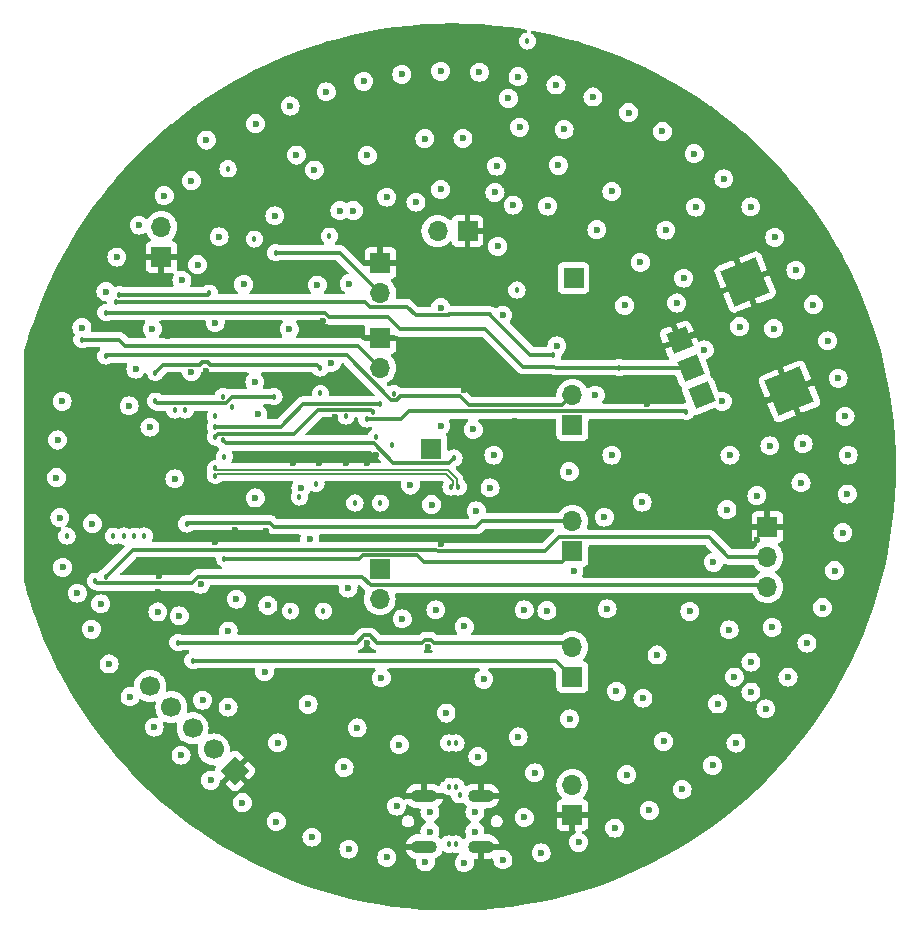
<source format=gbr>
%TF.GenerationSoftware,KiCad,Pcbnew,8.0.2-1*%
%TF.CreationDate,2024-05-17T13:07:53+01:00*%
%TF.ProjectId,Pomodoro_V7,506f6d6f-646f-4726-9f5f-56372e6b6963,rev?*%
%TF.SameCoordinates,Original*%
%TF.FileFunction,Copper,L3,Inr*%
%TF.FilePolarity,Positive*%
%FSLAX46Y46*%
G04 Gerber Fmt 4.6, Leading zero omitted, Abs format (unit mm)*
G04 Created by KiCad (PCBNEW 8.0.2-1) date 2024-05-17 13:07:53*
%MOMM*%
%LPD*%
G01*
G04 APERTURE LIST*
G04 Aperture macros list*
%AMHorizOval*
0 Thick line with rounded ends*
0 $1 width*
0 $2 $3 position (X,Y) of the first rounded end (center of the circle)*
0 $4 $5 position (X,Y) of the second rounded end (center of the circle)*
0 Add line between two ends*
20,1,$1,$2,$3,$4,$5,0*
0 Add two circle primitives to create the rounded ends*
1,1,$1,$2,$3*
1,1,$1,$4,$5*%
%AMRotRect*
0 Rectangle, with rotation*
0 The origin of the aperture is its center*
0 $1 length*
0 $2 width*
0 $3 Rotation angle, in degrees counterclockwise*
0 Add horizontal line*
21,1,$1,$2,0,0,$3*%
G04 Aperture macros list end*
%TA.AperFunction,ComponentPad*%
%ADD10RotRect,1.700000X1.700000X45.000000*%
%TD*%
%TA.AperFunction,ComponentPad*%
%ADD11HorizOval,1.700000X0.000000X0.000000X0.000000X0.000000X0*%
%TD*%
%TA.AperFunction,ComponentPad*%
%ADD12R,1.700000X1.700000*%
%TD*%
%TA.AperFunction,ComponentPad*%
%ADD13O,1.700000X1.700000*%
%TD*%
%TA.AperFunction,ComponentPad*%
%ADD14O,2.200000X1.100000*%
%TD*%
%TA.AperFunction,ComponentPad*%
%ADD15RotRect,1.800000X1.800000X112.000000*%
%TD*%
%TA.AperFunction,ComponentPad*%
%ADD16RotRect,3.216000X3.216000X112.000000*%
%TD*%
%TA.AperFunction,ViaPad*%
%ADD17C,0.600000*%
%TD*%
%TA.AperFunction,ViaPad*%
%ADD18C,0.457200*%
%TD*%
%TA.AperFunction,Conductor*%
%ADD19C,0.304800*%
%TD*%
%TA.AperFunction,Conductor*%
%ADD20C,0.152400*%
%TD*%
G04 APERTURE END LIST*
D10*
%TO.N,GND*%
%TO.C,J1*%
X131588567Y-125708154D03*
D11*
%TO.N,/MicroController/JTAG_TCK*%
X129792516Y-123912103D03*
%TO.N,/MicroController/JTAG_TDO*%
X127996465Y-122116052D03*
%TO.N,/MicroController/JTAG_TDI*%
X126200413Y-120320000D03*
%TO.N,/MicroController/JTAG_TMS*%
X124404362Y-118523949D03*
%TD*%
D12*
%TO.N,/MicroController/ESP32_DBG4*%
%TO.C,J7*%
X160160000Y-117780000D03*
D13*
%TO.N,/MicroController/ESP32_DBG3*%
X160160000Y-115240000D03*
%TD*%
D12*
%TO.N,GND*%
%TO.C,J2*%
X125362000Y-82220000D03*
D13*
%TO.N,/MicroController/ESP32_EN*%
X125362000Y-79680000D03*
%TD*%
D12*
%TO.N,ESP32_RgbLed_DIN*%
%TO.C,J14*%
X160250000Y-84000000D03*
%TD*%
%TO.N,/MicroController/ESP32_DBG2*%
%TO.C,J6*%
X160160000Y-96444000D03*
D13*
%TO.N,/MicroController/ESP32_DBG1*%
X160160000Y-93904000D03*
%TD*%
D12*
%TO.N,I2C_SCL*%
%TO.C,J4*%
X143838000Y-108636000D03*
D13*
%TO.N,I2C_SDA*%
X143838000Y-111176000D03*
%TD*%
D14*
%TO.N,GND*%
%TO.C,J11*%
X152400000Y-127850000D03*
X152400000Y-132150000D03*
X147600000Y-127850000D03*
X147600000Y-132150000D03*
%TD*%
D12*
%TO.N,GND*%
%TO.C,J13*%
X160160000Y-129464000D03*
D13*
%TO.N,+5V*%
X160160000Y-126924000D03*
%TD*%
D12*
%TO.N,Net-(D60-DOUT)*%
%TO.C,J15*%
X148222000Y-98476000D03*
%TD*%
%TO.N,GND*%
%TO.C,J3*%
X143904000Y-89073000D03*
D13*
%TO.N,/MicroController/BOOT_OPTION*%
X143904000Y-91613000D03*
%TD*%
D12*
%TO.N,/MicroController/ESP32_DBG6*%
%TO.C,J8*%
X160160000Y-107112000D03*
D13*
%TO.N,/MicroController/ESP32_DBG5*%
X160160000Y-104572000D03*
%TD*%
D15*
%TO.N,Net-(R4-Pad2)*%
%TO.C,R6*%
X171098196Y-93904286D03*
%TO.N,ESP32_ADC_POTI*%
X170161681Y-91586327D03*
%TO.N,GND*%
X169225163Y-89268368D03*
D16*
X178525000Y-93600000D03*
X174778934Y-84328162D03*
%TD*%
D12*
%TO.N,GND*%
%TO.C,J12*%
X143904000Y-82728000D03*
D13*
%TO.N,+3V3*%
X143904000Y-85268000D03*
%TD*%
D12*
%TO.N,GND*%
%TO.C,J5*%
X176670000Y-105080000D03*
D13*
%TO.N,TXD0*%
X176670000Y-107620000D03*
%TO.N,RXD0*%
X176670000Y-110160000D03*
%TD*%
D12*
%TO.N,GND*%
%TO.C,J10*%
X151275000Y-80000000D03*
D13*
%TO.N,ESP32_Button_Signal*%
X148735000Y-80000000D03*
%TD*%
D17*
%TO.N,GND*%
X141898418Y-135603572D03*
X172589515Y-86108858D03*
X124500000Y-98000000D03*
X125108000Y-110541000D03*
X135108175Y-133338920D03*
X123180000Y-96950000D03*
X163730000Y-127930000D03*
X130553156Y-69095789D03*
X136538000Y-99619000D03*
X185603572Y-108101582D03*
X160960155Y-112374369D03*
X139039845Y-87625631D03*
X169446844Y-130904211D03*
X159217231Y-124865491D03*
X134252000Y-105390397D03*
X123150000Y-103040000D03*
X151000000Y-93500000D03*
X118380000Y-101640000D03*
X154572810Y-63773775D03*
X124980000Y-84460000D03*
X130630000Y-92610000D03*
X139870000Y-128340000D03*
X174865491Y-90782769D03*
X128640000Y-78740000D03*
X115837000Y-95301000D03*
X130840000Y-118280000D03*
X145810892Y-73814100D03*
X171109783Y-70206929D03*
X140602000Y-75108000D03*
X167240000Y-74670000D03*
X121530000Y-96950000D03*
X118350000Y-108460000D03*
X129120000Y-91870000D03*
X143500000Y-99000000D03*
X116218000Y-85108175D03*
X183338920Y-114891825D03*
X179530000Y-88130000D03*
X132093000Y-79045000D03*
X147417559Y-63577740D03*
X121510000Y-103050000D03*
X142761844Y-114861329D03*
X176516504Y-74897709D03*
X173928365Y-72419512D03*
X156150679Y-74204280D03*
X123814100Y-104189108D03*
X147968000Y-115240000D03*
X164605000Y-108382000D03*
X121150725Y-122382344D03*
X135649000Y-75743000D03*
X158101582Y-64396428D03*
X166324060Y-132661523D03*
X150508000Y-120828000D03*
X143849321Y-125795720D03*
X155334000Y-86284000D03*
X148620000Y-69370000D03*
X138447669Y-134638038D03*
X145200000Y-84340000D03*
X137625631Y-110960155D03*
X149000000Y-136500000D03*
X177950000Y-115430000D03*
X137600000Y-71610000D03*
X163891142Y-122589515D03*
X115428640Y-104699000D03*
X131912098Y-131718729D03*
X181490000Y-96320000D03*
X170410000Y-120110000D03*
X115583000Y-100000000D03*
X119860000Y-96980000D03*
X169445436Y-81968777D03*
X156140011Y-135993753D03*
X119520000Y-83810000D03*
X173400000Y-80320000D03*
X147206000Y-126500000D03*
X127013000Y-105842000D03*
X153940000Y-105770000D03*
X118430000Y-98330000D03*
X155303301Y-96110913D03*
X117338477Y-116324060D03*
X140361550Y-64781393D03*
X124897709Y-73483496D03*
X175102291Y-126516504D03*
X119850000Y-103040000D03*
X131968777Y-80554564D03*
X114140000Y-108480000D03*
X161064990Y-75899876D03*
X125134509Y-109217231D03*
X136792000Y-78156000D03*
X127617656Y-71150725D03*
X138935010Y-124100124D03*
X126071635Y-127580488D03*
X177580488Y-123928365D03*
X119095789Y-119446844D03*
X118420000Y-99980000D03*
X161552331Y-65361962D03*
X168031223Y-119445436D03*
X134445919Y-121478374D03*
X179793071Y-121109783D03*
X186500000Y-101000000D03*
X114396428Y-91898418D03*
X165554081Y-78521626D03*
X143859989Y-64006247D03*
X181718729Y-118087902D03*
X127410485Y-113891142D03*
X120206929Y-78890217D03*
X140050000Y-95750000D03*
X149111000Y-126416000D03*
X136955934Y-65895714D03*
X181940000Y-100210000D03*
X133500000Y-99000000D03*
X166500000Y-101000000D03*
X174100124Y-111064990D03*
X176185900Y-95810892D03*
X140983000Y-99619000D03*
X135160000Y-126380000D03*
X115361962Y-88447669D03*
X133675940Y-67338477D03*
X172382344Y-128849275D03*
X138697000Y-99619000D03*
X166510000Y-94666000D03*
X135138671Y-92761844D03*
X128890217Y-129793071D03*
X123483496Y-125102291D03*
X122419512Y-76071635D03*
X118281271Y-81912098D03*
X149000000Y-106500000D03*
X152582441Y-136422260D03*
X151000000Y-83500000D03*
X176500000Y-101000000D03*
X164891825Y-66661080D03*
X159638450Y-135218607D03*
X123860000Y-94320000D03*
X129934000Y-106350000D03*
X178849275Y-77617656D03*
X186226225Y-104572810D03*
X151000000Y-73500000D03*
X180904211Y-80553156D03*
X162374369Y-89039845D03*
X186422260Y-97417559D03*
X131585000Y-105334000D03*
X142761000Y-99619000D03*
X151000000Y-63500000D03*
X122760000Y-88270000D03*
X128521626Y-84445919D03*
X168087902Y-68281271D03*
X184638038Y-111552331D03*
X154189108Y-126185900D03*
X130823000Y-75743000D03*
X163490000Y-72330000D03*
X156500000Y-101000000D03*
X185218607Y-90361550D03*
X115895714Y-113044066D03*
X125899876Y-88935010D03*
X163044066Y-134104286D03*
X140870000Y-71160000D03*
X145120000Y-70080000D03*
X114781393Y-109638450D03*
X182661523Y-83675940D03*
X171478374Y-115554081D03*
X184104286Y-86955934D03*
X115500000Y-102500000D03*
X145427190Y-136226225D03*
X119560000Y-94980000D03*
X167890000Y-125520000D03*
X119520000Y-86120000D03*
X185993753Y-93859989D03*
X175795720Y-106150679D03*
D18*
%TO.N,Net-(D1-DIN)*%
X156350000Y-63932000D03*
D17*
%TO.N,+5V*%
X181767217Y-89318523D03*
X123469757Y-79520835D03*
X145721241Y-66759329D03*
X128671514Y-109916940D03*
X135200000Y-123350000D03*
X166130000Y-119570000D03*
X147711611Y-133436705D03*
X177070000Y-113580000D03*
X167324116Y-115909903D03*
X172093852Y-108069181D03*
X156080000Y-129670000D03*
X175770000Y-102430000D03*
X165909903Y-82675884D03*
X153181981Y-101767767D03*
X125604816Y-77019030D03*
X162224431Y-79904894D03*
X151000000Y-133500000D03*
X180015759Y-114909869D03*
X124390000Y-96620000D03*
X166060000Y-102970000D03*
X172980970Y-75604816D03*
X136792000Y-73584000D03*
X168983966Y-86112630D03*
X158767596Y-67652214D03*
X183500000Y-99000000D03*
X126500000Y-101000000D03*
X151905000Y-130861000D03*
X178409802Y-117780133D03*
X169580000Y-84010000D03*
X175273000Y-119050000D03*
X157516311Y-132661217D03*
X131016034Y-113887370D03*
X155680000Y-71240000D03*
X134960000Y-78740000D03*
X148095000Y-129210000D03*
X158838835Y-89746952D03*
X133326288Y-70927034D03*
X172853364Y-94434592D03*
X176530243Y-120479165D03*
X173430000Y-113780000D03*
X139746952Y-91161165D03*
X154278759Y-133240671D03*
X155565408Y-122853364D03*
X149000000Y-96500000D03*
X148232233Y-103181981D03*
X167780133Y-71590198D03*
X148590000Y-112090000D03*
X163500000Y-99000000D03*
X167870000Y-123230000D03*
X133270000Y-92770000D03*
X126880000Y-112600000D03*
X162089690Y-93909894D03*
X148095000Y-130861000D03*
X127902000Y-75758800D03*
X156960000Y-125890000D03*
X128840000Y-119740000D03*
X142790000Y-73620000D03*
X170479165Y-73469757D03*
X164580000Y-86320000D03*
X163887370Y-118983966D03*
X177298662Y-80556928D03*
X173500000Y-99000000D03*
X153500000Y-99000000D03*
X152030000Y-103710000D03*
X179510000Y-101330000D03*
X146910000Y-77580000D03*
X158970000Y-74450000D03*
X156090106Y-112089690D03*
X161896015Y-68667352D03*
X145500000Y-123500000D03*
X151905000Y-129210000D03*
X128420000Y-82870000D03*
X145757653Y-112855057D03*
X125060000Y-112270000D03*
X175273000Y-116510000D03*
X181332648Y-111896015D03*
X153740000Y-74530000D03*
X120220000Y-111580000D03*
X177200000Y-88280000D03*
X131710000Y-111190000D03*
X151767767Y-96818019D03*
X168070000Y-79940000D03*
X136256225Y-69432719D03*
X139318523Y-68232783D03*
X142483689Y-67338783D03*
X183436705Y-102288389D03*
X131000000Y-120320000D03*
X151000000Y-113500000D03*
X180567281Y-86256225D03*
X141232404Y-132347786D03*
X122630000Y-94820000D03*
X162855057Y-104242347D03*
X129520835Y-126530243D03*
X129172000Y-72314000D03*
X153603837Y-76756456D03*
X147660000Y-72190000D03*
X119432719Y-113743775D03*
X149000000Y-86500000D03*
X160681477Y-131767217D03*
X116472000Y-100889000D03*
X121590198Y-82219867D03*
X141161165Y-110253048D03*
X117000000Y-108500000D03*
X159460000Y-71420000D03*
X120927034Y-116673712D03*
X144434592Y-77146636D03*
X163743775Y-130567281D03*
X152288389Y-66563295D03*
X169443072Y-127298662D03*
X130241302Y-80515901D03*
X176880000Y-98210000D03*
X127100000Y-84190000D03*
X158000000Y-112160000D03*
X127906148Y-91930819D03*
X163500000Y-76670000D03*
X135090131Y-130015759D03*
X132219867Y-128409802D03*
X164909869Y-69984241D03*
X132330000Y-84540000D03*
X146444000Y-101524000D03*
X134090097Y-117324116D03*
X123190000Y-91710000D03*
X166673712Y-129072966D03*
X183051397Y-105554741D03*
X127019030Y-124395184D03*
X137775569Y-120095106D03*
X141250000Y-84470000D03*
X124738543Y-122025185D03*
X122701338Y-119443072D03*
X179690000Y-98040000D03*
X159900000Y-100400000D03*
X119520000Y-104800000D03*
X170095106Y-112224431D03*
X149000000Y-66500000D03*
X118232783Y-110681477D03*
X116759329Y-104278759D03*
X152159000Y-124511000D03*
X145280000Y-128710000D03*
X154242347Y-87144943D03*
X173243544Y-103603837D03*
X136190000Y-88330000D03*
X116563295Y-97711611D03*
X175261457Y-77974815D03*
X143980000Y-117850000D03*
X155554741Y-66948603D03*
X155140000Y-77820000D03*
X152660000Y-117970000D03*
X182661217Y-92483689D03*
X120663000Y-85141000D03*
X141930819Y-122093852D03*
X183240671Y-95721241D03*
X172025185Y-125261457D03*
X138560000Y-84590000D03*
X174310000Y-88110000D03*
X133310000Y-102620000D03*
X133500000Y-95530000D03*
X118631000Y-88189000D03*
X154740000Y-68790000D03*
X134380000Y-111720000D03*
X170590000Y-78000000D03*
X158069181Y-77906148D03*
X153830000Y-81320000D03*
X163100000Y-112010000D03*
X144445259Y-133051397D03*
X150890000Y-72170000D03*
X160253048Y-108838835D03*
X174003000Y-123368000D03*
X137910310Y-106090106D03*
X138103985Y-131332648D03*
X141618000Y-78283000D03*
X137173000Y-101778000D03*
X173876000Y-117780000D03*
X172450000Y-120060000D03*
X182347786Y-108767596D03*
X179072966Y-83326288D03*
X171328486Y-90083060D03*
X116948603Y-94445259D03*
X159916940Y-121328486D03*
X140471574Y-78283000D03*
X138316000Y-74854000D03*
X149000000Y-76500000D03*
X129904894Y-87775569D03*
X164750000Y-126050000D03*
X124590000Y-88300000D03*
X149492000Y-120828000D03*
X140830000Y-125440000D03*
D18*
%TO.N,+3V3*%
X169812000Y-95301000D03*
X133236000Y-80696000D03*
X135025733Y-81850733D03*
X131000000Y-74750000D03*
X142737500Y-95936000D03*
%TO.N,ESP32_ADC_POTI*%
X164097000Y-91586327D03*
X120663000Y-86919000D03*
%TO.N,/MicroController/ESP32_EN*%
X117361000Y-105842000D03*
X121806000Y-85395000D03*
X129429000Y-85271000D03*
%TO.N,/MicroController/ESP32_DBG3*%
X126759000Y-114859000D03*
X126505000Y-95174000D03*
%TO.N,/MicroController/ESP32_DBG4*%
X127394000Y-95174000D03*
X128029000Y-116383000D03*
%TO.N,/MicroController/ESP32_ALT_I2C_SCL*%
X136284000Y-112192000D03*
X134887000Y-94031000D03*
X124854000Y-94412000D03*
%TO.N,ESP32_RgbLed_DIN*%
X131331000Y-94920000D03*
X155461000Y-85014000D03*
%TO.N,IMU_INT1*%
X143904000Y-94666000D03*
X129934000Y-96571000D03*
%TO.N,/MicroController/JTAG_TDO*%
X123076000Y-105842000D03*
%TO.N,/MicroController/ESP32_DBG5*%
X127495600Y-104826000D03*
%TO.N,ESP32_RgbLed_DOUT*%
X130569000Y-97739400D03*
X130569000Y-94031000D03*
X150127000Y-99238000D03*
%TO.N,/MicroController/JTAG_TMS*%
X121298000Y-105842000D03*
%TO.N,/MicroController/ESP32_DBG1*%
X120663000Y-90602000D03*
%TO.N,/MicroController/ESP32_DBG2*%
X158509000Y-90475000D03*
X121552000Y-86030000D03*
%TO.N,ESP32_USB_D-*%
X129934000Y-100120200D03*
X150497969Y-101677631D03*
%TO.N,/MicroController/JTAG_TCK*%
X123916600Y-105842000D03*
%TO.N,/MicroController/ESP32_DBG6*%
X130696000Y-99111000D03*
X130696000Y-107747000D03*
%TO.N,RXD0*%
X119774000Y-109652000D03*
%TO.N,ESP32_USB_D+*%
X149888369Y-101677631D03*
X129934000Y-100729800D03*
%TO.N,IMU_INT2*%
X143270900Y-95301000D03*
X129934000Y-97460000D03*
%TO.N,TXD0*%
X120663000Y-109271000D03*
%TO.N,ESP32_Button_Signal*%
X129934000Y-95682000D03*
%TO.N,/MicroController/ESP32_ALT_I2C_SDA*%
X138808000Y-91602000D03*
X139078000Y-112192000D03*
X124854000Y-91999000D03*
%TO.N,/MicroController/JTAG_TDI*%
X122187000Y-105842000D03*
%TO.N,/MicroController/BOOT_OPTION*%
X139586000Y-80442000D03*
X118631000Y-89205000D03*
%TO.N,I2C_SCL*%
X143904000Y-103048000D03*
X138443000Y-101397000D03*
%TO.N,I2C_SDA*%
X141745000Y-103048000D03*
X137046000Y-102540000D03*
%TO.N,Net-(U1-~{CS})*%
X140983000Y-95669000D03*
X143523000Y-97460000D03*
%TO.N,Net-(U1-SA0{slash}SDO)*%
X144920000Y-98095000D03*
X138824000Y-93769000D03*
X145047000Y-93777000D03*
%TO.N,/USB Conn and PWR /CONN_USB_D-*%
X149695200Y-127051000D03*
X149695200Y-123368000D03*
X150304800Y-131924612D03*
X150609601Y-127752071D03*
%TO.N,/USB Conn and PWR /CONN_USB_D+*%
X149695200Y-131924612D03*
X150304800Y-123368000D03*
X150304800Y-127051000D03*
%TD*%
D19*
%TO.N,+3V3*%
X145682000Y-95936000D02*
X146328800Y-95289200D01*
X143904000Y-85268000D02*
X140486733Y-81850733D01*
X169800200Y-95289200D02*
X169812000Y-95301000D01*
X142737500Y-95936000D02*
X145682000Y-95936000D01*
X140486733Y-81850733D02*
X135025733Y-81850733D01*
X146328800Y-95289200D02*
X169800200Y-95289200D01*
%TO.N,ESP32_ADC_POTI*%
X158731327Y-91586327D02*
X158636000Y-91491000D01*
X152794000Y-88316000D02*
X145555000Y-88316000D01*
X164097000Y-91586327D02*
X158731327Y-91586327D01*
X139586000Y-87300000D02*
X139205000Y-86919000D01*
X170161681Y-91586327D02*
X164097000Y-91586327D01*
X155969000Y-91491000D02*
X152794000Y-88316000D01*
X145555000Y-88316000D02*
X144539000Y-87300000D01*
X158636000Y-91491000D02*
X155969000Y-91491000D01*
X144539000Y-87300000D02*
X143777000Y-87300000D01*
X121171000Y-86919000D02*
X120663000Y-86919000D01*
X139205000Y-86919000D02*
X121171000Y-86919000D01*
X143777000Y-87300000D02*
X139586000Y-87300000D01*
%TO.N,/MicroController/ESP32_EN*%
X121806000Y-85395000D02*
X129305000Y-85395000D01*
X129305000Y-85395000D02*
X129429000Y-85271000D01*
%TO.N,/MicroController/ESP32_DBG3*%
X141908856Y-114859000D02*
X142511327Y-114256529D01*
X147683800Y-114635200D02*
X148218517Y-114635200D01*
X159795842Y-114875842D02*
X160160000Y-115240000D01*
X148459159Y-114875842D02*
X159795842Y-114875842D01*
X147460000Y-114859000D02*
X147683800Y-114635200D01*
X148218517Y-114635200D02*
X148459159Y-114875842D01*
X142511327Y-114256529D02*
X143047529Y-114256529D01*
X143047529Y-114256529D02*
X143650000Y-114859000D01*
X126759000Y-114859000D02*
X141908856Y-114859000D01*
X143650000Y-114859000D02*
X147460000Y-114859000D01*
%TO.N,/MicroController/ESP32_DBG4*%
X158763000Y-116383000D02*
X160160000Y-117780000D01*
X128029000Y-116383000D02*
X158763000Y-116383000D01*
%TO.N,/MicroController/ESP32_ALT_I2C_SCL*%
X131323342Y-94031000D02*
X130789942Y-94564400D01*
X125006400Y-94564400D02*
X124854000Y-94412000D01*
X134887000Y-94031000D02*
X131323342Y-94031000D01*
X130789942Y-94564400D02*
X125006400Y-94564400D01*
%TO.N,IMU_INT1*%
X137381279Y-94666000D02*
X135476279Y-96571000D01*
X135476279Y-96571000D02*
X129934000Y-96571000D01*
X143904000Y-94666000D02*
X137381279Y-94666000D01*
%TO.N,/MicroController/ESP32_DBG5*%
X152506317Y-104572000D02*
X152028517Y-105049800D01*
X152028517Y-105049800D02*
X134888024Y-105049800D01*
X134888024Y-105049800D02*
X134537224Y-104699000D01*
X134537224Y-104699000D02*
X127622600Y-104699000D01*
X127622600Y-104699000D02*
X127495600Y-104826000D01*
X160160000Y-104572000D02*
X152506317Y-104572000D01*
%TO.N,ESP32_RgbLed_DOUT*%
X130569000Y-97739400D02*
X130797600Y-97968000D01*
X144986117Y-99630800D02*
X149734200Y-99630800D01*
X130797600Y-97968000D02*
X143323317Y-97968000D01*
X149734200Y-99630800D02*
X150127000Y-99238000D01*
X143323317Y-97968000D02*
X144986117Y-99630800D01*
%TO.N,/MicroController/ESP32_DBG1*%
X160160000Y-93904000D02*
X159310000Y-94754000D01*
X151398683Y-94754000D02*
X150642625Y-93997942D01*
X145267942Y-94310400D02*
X144826058Y-94310400D01*
X141072023Y-90556365D02*
X120708635Y-90556365D01*
X145580400Y-93997942D02*
X145267942Y-94310400D01*
X150642625Y-93997942D02*
X145580400Y-93997942D01*
X120708635Y-90556365D02*
X120663000Y-90602000D01*
X144826058Y-94310400D02*
X141072023Y-90556365D01*
X159310000Y-94754000D02*
X151398683Y-94754000D01*
%TO.N,/MicroController/ESP32_DBG2*%
X143026800Y-86422800D02*
X145924200Y-86422800D01*
X156604000Y-90475000D02*
X158509000Y-90475000D01*
X146883800Y-87104800D02*
X149687200Y-87104800D01*
X153302000Y-87173000D02*
X156604000Y-90475000D01*
X124854000Y-86030000D02*
X142634000Y-86030000D01*
X145924200Y-86422800D02*
X145936000Y-86411000D01*
X121552000Y-86030000D02*
X124854000Y-86030000D01*
X142634000Y-86030000D02*
X143026800Y-86422800D01*
X146190000Y-86411000D02*
X146883800Y-87104800D01*
X153175000Y-87046000D02*
X153302000Y-87173000D01*
X145936000Y-86411000D02*
X146190000Y-86411000D01*
X149746000Y-87046000D02*
X153175000Y-87046000D01*
X149687200Y-87104800D02*
X149746000Y-87046000D01*
D20*
%TO.N,ESP32_USB_D-*%
X150345570Y-101525232D02*
X150345570Y-101019042D01*
X138570000Y-100272600D02*
X130086400Y-100272600D01*
X150345570Y-101019042D02*
X149599128Y-100272600D01*
X130086400Y-100272600D02*
X129934000Y-100120200D01*
X150497969Y-101677631D02*
X150345570Y-101525232D01*
X139765509Y-100272600D02*
X138570000Y-100272600D01*
X149599128Y-100272600D02*
X139765509Y-100272600D01*
D19*
%TO.N,/MicroController/ESP32_DBG6*%
X147028200Y-107442200D02*
X147587000Y-108001000D01*
X130696000Y-107747000D02*
X142126000Y-107747000D01*
X159271000Y-108001000D02*
X160160000Y-107112000D01*
X142126000Y-107747000D02*
X142430800Y-107442200D01*
X142430800Y-107442200D02*
X147028200Y-107442200D01*
X147587000Y-108001000D02*
X159271000Y-108001000D01*
%TO.N,RXD0*%
X119944031Y-109822031D02*
X127911106Y-109822031D01*
X176531200Y-110021200D02*
X176670000Y-110160000D01*
X128420997Y-109312140D02*
X142373006Y-109312140D01*
X127911106Y-109822031D02*
X128420997Y-109312140D01*
X119774000Y-109652000D02*
X119944031Y-109822031D01*
X143082066Y-110021200D02*
X176531200Y-110021200D01*
X142373006Y-109312140D02*
X143082066Y-110021200D01*
D20*
%TO.N,ESP32_USB_D+*%
X130086400Y-100577400D02*
X129934000Y-100729800D01*
X138570000Y-100577400D02*
X130086400Y-100577400D01*
X150040768Y-101145296D02*
X149472872Y-100577400D01*
X139765509Y-100577400D02*
X138570000Y-100577400D01*
X149472872Y-100577400D02*
X139765509Y-100577400D01*
X149888369Y-101677631D02*
X150040768Y-101525232D01*
X150040768Y-101525232D02*
X150040768Y-101145296D01*
D19*
%TO.N,IMU_INT2*%
X138622313Y-95135600D02*
X136551913Y-97206000D01*
X143105500Y-95135600D02*
X138622313Y-95135600D01*
X136551913Y-97206000D02*
X135141000Y-97206000D01*
X143270900Y-95301000D02*
X143105500Y-95135600D01*
X135141000Y-97206000D02*
X130188000Y-97206000D01*
X130188000Y-97206000D02*
X129934000Y-97460000D01*
%TO.N,TXD0*%
X148629683Y-106985000D02*
X148749483Y-107104800D01*
X173368000Y-107620000D02*
X176670000Y-107620000D01*
X148749483Y-107104800D02*
X157857600Y-107104800D01*
X171705200Y-105957200D02*
X173368000Y-107620000D01*
X122949000Y-106985000D02*
X148629683Y-106985000D01*
X159005200Y-105957200D02*
X171705200Y-105957200D01*
X157857600Y-107104800D02*
X159005200Y-105957200D01*
X120663000Y-109271000D02*
X122949000Y-106985000D01*
%TO.N,/MicroController/ESP32_ALT_I2C_SDA*%
X138808000Y-91602000D02*
X138532019Y-91326019D01*
X125526981Y-91326019D02*
X124854000Y-91999000D01*
X138532019Y-91326019D02*
X129501336Y-91326019D01*
X129300517Y-91125200D02*
X128799483Y-91125200D01*
X128799483Y-91125200D02*
X128598664Y-91326019D01*
X128598664Y-91326019D02*
X125526981Y-91326019D01*
X129501336Y-91326019D02*
X129300517Y-91125200D01*
%TO.N,/MicroController/BOOT_OPTION*%
X121806000Y-89205000D02*
X122314000Y-89713000D01*
X142004000Y-89713000D02*
X143904000Y-91613000D01*
X118631000Y-89205000D02*
X121806000Y-89205000D01*
X122314000Y-89713000D02*
X142004000Y-89713000D01*
%TD*%
%TA.AperFunction,Conductor*%
%TO.N,GND*%
G36*
X149230489Y-127619685D02*
G01*
X149235001Y-127622920D01*
X149237734Y-127624637D01*
X149237737Y-127624640D01*
X149376854Y-127712053D01*
X149531933Y-127766317D01*
X149531934Y-127766317D01*
X149531938Y-127766318D01*
X149695196Y-127784713D01*
X149695200Y-127784713D01*
X149695202Y-127784713D01*
X149754033Y-127778084D01*
X149822855Y-127790138D01*
X149874234Y-127837487D01*
X149891137Y-127887418D01*
X149894283Y-127915335D01*
X149894283Y-127915337D01*
X149894284Y-127915338D01*
X149945000Y-128060278D01*
X149948549Y-128070419D01*
X150002497Y-128156276D01*
X150035961Y-128209534D01*
X150152138Y-128325711D01*
X150225657Y-128371906D01*
X150285972Y-128409805D01*
X150291255Y-128413124D01*
X150446334Y-128467388D01*
X150446335Y-128467388D01*
X150446339Y-128467389D01*
X150609597Y-128485784D01*
X150609601Y-128485784D01*
X150609605Y-128485784D01*
X150772862Y-128467389D01*
X150772864Y-128467388D01*
X150772868Y-128467388D01*
X150866034Y-128434787D01*
X150935811Y-128431225D01*
X150996439Y-128465954D01*
X151010090Y-128482938D01*
X151034410Y-128519335D01*
X151034413Y-128519339D01*
X151184971Y-128669897D01*
X151182877Y-128671990D01*
X151215221Y-128719065D01*
X151217373Y-128788902D01*
X151202371Y-128823619D01*
X151179208Y-128860482D01*
X151119633Y-129030737D01*
X151119630Y-129030750D01*
X151099435Y-129209996D01*
X151099435Y-129210003D01*
X151119630Y-129389249D01*
X151119631Y-129389254D01*
X151179211Y-129559523D01*
X151275184Y-129712262D01*
X151402739Y-129839817D01*
X151547070Y-129930507D01*
X151593360Y-129982841D01*
X151604008Y-130051895D01*
X151575633Y-130115743D01*
X151547070Y-130140493D01*
X151402739Y-130231182D01*
X151275184Y-130358737D01*
X151179211Y-130511476D01*
X151119631Y-130681745D01*
X151119630Y-130681750D01*
X151099435Y-130860996D01*
X151099435Y-130861003D01*
X151119630Y-131040249D01*
X151119633Y-131040262D01*
X151179209Y-131210519D01*
X151181780Y-131215858D01*
X151193129Y-131284799D01*
X151165403Y-131348933D01*
X151157738Y-131357335D01*
X151050863Y-131464210D01*
X150989540Y-131497695D01*
X150919848Y-131492711D01*
X150875501Y-131464210D01*
X150762263Y-131350972D01*
X150623147Y-131263559D01*
X150468065Y-131209294D01*
X150468061Y-131209293D01*
X150304804Y-131190899D01*
X150304796Y-131190899D01*
X150141538Y-131209293D01*
X150141533Y-131209294D01*
X150040954Y-131244488D01*
X149971175Y-131248049D01*
X149959046Y-131244488D01*
X149858466Y-131209294D01*
X149858461Y-131209293D01*
X149695204Y-131190899D01*
X149695196Y-131190899D01*
X149531938Y-131209293D01*
X149531934Y-131209294D01*
X149376852Y-131263559D01*
X149237738Y-131350971D01*
X149124498Y-131464211D01*
X149063175Y-131497695D01*
X148993483Y-131492711D01*
X148949136Y-131464210D01*
X148842261Y-131357335D01*
X148808776Y-131296012D01*
X148813760Y-131226320D01*
X148818225Y-131215846D01*
X148820788Y-131210524D01*
X148821218Y-131209295D01*
X148880368Y-131040255D01*
X148880369Y-131040249D01*
X148900565Y-130861003D01*
X148900565Y-130860996D01*
X148880369Y-130681750D01*
X148880368Y-130681745D01*
X148836398Y-130556086D01*
X148820789Y-130511478D01*
X148724816Y-130358738D01*
X148597262Y-130231184D01*
X148452930Y-130140494D01*
X148406639Y-130088159D01*
X148395991Y-130019105D01*
X148424366Y-129955257D01*
X148452930Y-129930506D01*
X148535647Y-129878531D01*
X148597262Y-129839816D01*
X148724816Y-129712262D01*
X148820789Y-129559522D01*
X148880368Y-129389255D01*
X148880741Y-129385943D01*
X148900565Y-129210003D01*
X148900565Y-129209996D01*
X148880369Y-129030750D01*
X148880368Y-129030745D01*
X148841506Y-128919685D01*
X148820789Y-128860478D01*
X148820788Y-128860476D01*
X148797630Y-128823620D01*
X148778630Y-128756383D01*
X148798998Y-128689548D01*
X148815929Y-128670797D01*
X148815029Y-128669897D01*
X148965586Y-128519339D01*
X148965589Y-128519335D01*
X149080494Y-128347368D01*
X149080499Y-128347358D01*
X149159648Y-128156276D01*
X149159649Y-128156274D01*
X149170843Y-128100000D01*
X147891988Y-128100000D01*
X147909205Y-128090060D01*
X147965060Y-128034205D01*
X148004556Y-127965796D01*
X148025000Y-127889496D01*
X148025000Y-127810504D01*
X148004556Y-127734204D01*
X147965060Y-127665795D01*
X147909205Y-127609940D01*
X147891988Y-127600000D01*
X149163450Y-127600000D01*
X149230489Y-127619685D01*
G37*
%TD.AperFunction*%
%TA.AperFunction,Conductor*%
G36*
X142822760Y-114970948D02*
G01*
X142867108Y-114999449D01*
X143233798Y-115366139D01*
X143295912Y-115407642D01*
X143340729Y-115437588D01*
X143340735Y-115437591D01*
X143340736Y-115437592D01*
X143459556Y-115486809D01*
X143459558Y-115486809D01*
X143461636Y-115487440D01*
X143462591Y-115488066D01*
X143465184Y-115489140D01*
X143464980Y-115489631D01*
X143520074Y-115525738D01*
X143548530Y-115589551D01*
X143537968Y-115658618D01*
X143491743Y-115711011D01*
X143425639Y-115730100D01*
X142133217Y-115730100D01*
X142066178Y-115710415D01*
X142020423Y-115657611D01*
X142010479Y-115588453D01*
X142039504Y-115524897D01*
X142093868Y-115489614D01*
X142093672Y-115489140D01*
X142096238Y-115488076D01*
X142097220Y-115487440D01*
X142099294Y-115486810D01*
X142099300Y-115486809D01*
X142218120Y-115437592D01*
X142225534Y-115432638D01*
X142228820Y-115430443D01*
X142299854Y-115382980D01*
X142325056Y-115366141D01*
X142691748Y-114999447D01*
X142753068Y-114965964D01*
X142822760Y-114970948D01*
G37*
%TD.AperFunction*%
%TA.AperFunction,Conductor*%
G36*
X148004698Y-115354269D02*
G01*
X148038010Y-115378033D01*
X148042959Y-115382982D01*
X148117278Y-115432640D01*
X148124683Y-115437588D01*
X148149886Y-115454429D01*
X148149897Y-115454435D01*
X148239474Y-115491539D01*
X148293877Y-115535380D01*
X148315942Y-115601674D01*
X148298663Y-115669373D01*
X148247526Y-115716984D01*
X148192021Y-115730100D01*
X147684361Y-115730100D01*
X147617322Y-115710415D01*
X147571567Y-115657611D01*
X147561623Y-115588453D01*
X147590648Y-115524897D01*
X147645012Y-115489614D01*
X147644816Y-115489140D01*
X147647382Y-115488076D01*
X147648364Y-115487440D01*
X147650438Y-115486810D01*
X147650444Y-115486809D01*
X147769264Y-115437592D01*
X147776678Y-115432638D01*
X147779964Y-115430443D01*
X147881265Y-115362757D01*
X147882857Y-115365140D01*
X147935815Y-115342567D01*
X148004698Y-115354269D01*
G37*
%TD.AperFunction*%
%TA.AperFunction,Conductor*%
G36*
X171450436Y-106629785D02*
G01*
X171471078Y-106646419D01*
X171918673Y-107094014D01*
X171952158Y-107155337D01*
X171947174Y-107225029D01*
X171905302Y-107280962D01*
X171871947Y-107298737D01*
X171744328Y-107343392D01*
X171591589Y-107439365D01*
X171464036Y-107566918D01*
X171368063Y-107719657D01*
X171308483Y-107889926D01*
X171308482Y-107889931D01*
X171288287Y-108069177D01*
X171288287Y-108069184D01*
X171308482Y-108248430D01*
X171308483Y-108248435D01*
X171368063Y-108418704D01*
X171430200Y-108517593D01*
X171464036Y-108571443D01*
X171591590Y-108698997D01*
X171646578Y-108733548D01*
X171733913Y-108788425D01*
X171744330Y-108794970D01*
X171869678Y-108838831D01*
X171914597Y-108854549D01*
X171914602Y-108854550D01*
X172093848Y-108874746D01*
X172093852Y-108874746D01*
X172093856Y-108874746D01*
X172273101Y-108854550D01*
X172273104Y-108854549D01*
X172273107Y-108854549D01*
X172443374Y-108794970D01*
X172596114Y-108698997D01*
X172723668Y-108571443D01*
X172819641Y-108418703D01*
X172874514Y-108261883D01*
X172915236Y-108205108D01*
X172980188Y-108179360D01*
X173048750Y-108192816D01*
X173056424Y-108197356D01*
X173058735Y-108198591D01*
X173058736Y-108198592D01*
X173177556Y-108247809D01*
X173177560Y-108247809D01*
X173177561Y-108247810D01*
X173303692Y-108272900D01*
X173303695Y-108272900D01*
X175413958Y-108272900D01*
X175480997Y-108292585D01*
X175515533Y-108325776D01*
X175631505Y-108491401D01*
X175631506Y-108491402D01*
X175798597Y-108658493D01*
X175798603Y-108658498D01*
X175984158Y-108788425D01*
X176027783Y-108843002D01*
X176034977Y-108912500D01*
X176003454Y-108974855D01*
X175984158Y-108991575D01*
X175798597Y-109121505D01*
X175631508Y-109288594D01*
X175612722Y-109315424D01*
X175558144Y-109359049D01*
X175511147Y-109368300D01*
X161089526Y-109368300D01*
X161022487Y-109348615D01*
X160976732Y-109295811D01*
X160966788Y-109226653D01*
X160977809Y-109190492D01*
X160978836Y-109188359D01*
X160986556Y-109166297D01*
X161038416Y-109018090D01*
X161038417Y-109018084D01*
X161058613Y-108838838D01*
X161058613Y-108838831D01*
X161038417Y-108659585D01*
X161038415Y-108659575D01*
X161025158Y-108621691D01*
X161024165Y-108618855D01*
X161020603Y-108549077D01*
X161055331Y-108488450D01*
X161112693Y-108457223D01*
X161117483Y-108456091D01*
X161158872Y-108440654D01*
X161252331Y-108405796D01*
X161367546Y-108319546D01*
X161453796Y-108204331D01*
X161504091Y-108069483D01*
X161510500Y-108009873D01*
X161510499Y-106734099D01*
X161530184Y-106667061D01*
X161582987Y-106621306D01*
X161634499Y-106610100D01*
X171383397Y-106610100D01*
X171450436Y-106629785D01*
G37*
%TD.AperFunction*%
%TA.AperFunction,Conductor*%
G36*
X129906220Y-107657585D02*
G01*
X129951975Y-107710389D01*
X129962401Y-107748016D01*
X129980681Y-107910262D01*
X129980682Y-107910265D01*
X130034947Y-108065347D01*
X130096433Y-108163200D01*
X130122360Y-108204463D01*
X130238537Y-108320640D01*
X130246711Y-108325776D01*
X130374063Y-108405797D01*
X130377654Y-108408053D01*
X130406287Y-108418072D01*
X130406647Y-108418198D01*
X130463423Y-108458920D01*
X130489171Y-108523873D01*
X130475715Y-108592434D01*
X130427328Y-108642837D01*
X130365693Y-108659240D01*
X128356690Y-108659240D01*
X128230558Y-108684329D01*
X128230552Y-108684331D01*
X128145211Y-108719681D01*
X128145210Y-108719681D01*
X128111735Y-108733546D01*
X128004795Y-108805000D01*
X128004792Y-108805003D01*
X127676984Y-109132812D01*
X127615661Y-109166297D01*
X127589303Y-109169131D01*
X121987572Y-109169131D01*
X121920533Y-109149446D01*
X121874778Y-109096642D01*
X121864834Y-109027484D01*
X121893859Y-108963928D01*
X121899891Y-108957450D01*
X123183121Y-107674219D01*
X123244444Y-107640734D01*
X123270802Y-107637900D01*
X129839181Y-107637900D01*
X129906220Y-107657585D01*
G37*
%TD.AperFunction*%
%TA.AperFunction,Conductor*%
G36*
X158584241Y-105244585D02*
G01*
X158629996Y-105297389D01*
X158639940Y-105366547D01*
X158610915Y-105430103D01*
X158593274Y-105445667D01*
X158593708Y-105446196D01*
X158588996Y-105450062D01*
X157623478Y-106415581D01*
X157562155Y-106449066D01*
X157535797Y-106451900D01*
X149044647Y-106451900D01*
X148977608Y-106432215D01*
X148975758Y-106431003D01*
X148938948Y-106406408D01*
X148820127Y-106357191D01*
X148820121Y-106357189D01*
X148693990Y-106332100D01*
X148693988Y-106332100D01*
X138827365Y-106332100D01*
X138760326Y-106312415D01*
X138714571Y-106259611D01*
X138704145Y-106194216D01*
X138715875Y-106090108D01*
X138715875Y-106090102D01*
X138695679Y-105910856D01*
X138695676Y-105910843D01*
X138680564Y-105867655D01*
X138677002Y-105797876D01*
X138711730Y-105737249D01*
X138773724Y-105705021D01*
X138797605Y-105702700D01*
X152092824Y-105702700D01*
X152177682Y-105685819D01*
X152218961Y-105677609D01*
X152337781Y-105628392D01*
X152364566Y-105610495D01*
X152444717Y-105556941D01*
X152740439Y-105261217D01*
X152801761Y-105227734D01*
X152828119Y-105224900D01*
X158517202Y-105224900D01*
X158584241Y-105244585D01*
G37*
%TD.AperFunction*%
%TA.AperFunction,Conductor*%
G36*
X143068553Y-98640585D02*
G01*
X143089195Y-98657219D01*
X143542979Y-99111003D01*
X143916196Y-99484219D01*
X143949681Y-99545542D01*
X143944697Y-99615233D01*
X143902825Y-99671167D01*
X143837361Y-99695584D01*
X143828515Y-99695900D01*
X131413927Y-99695900D01*
X131346888Y-99676215D01*
X131301133Y-99623411D01*
X131291189Y-99554253D01*
X131308934Y-99505927D01*
X131322574Y-99484219D01*
X131357053Y-99429346D01*
X131411317Y-99274267D01*
X131411318Y-99274261D01*
X131429713Y-99111003D01*
X131429713Y-99110996D01*
X131411318Y-98947738D01*
X131411317Y-98947734D01*
X131407137Y-98935789D01*
X131357053Y-98792654D01*
X131357052Y-98792652D01*
X131354753Y-98786081D01*
X131357693Y-98785051D01*
X131348631Y-98729621D01*
X131376426Y-98665518D01*
X131434466Y-98626618D01*
X131471686Y-98620900D01*
X143001514Y-98620900D01*
X143068553Y-98640585D01*
G37*
%TD.AperFunction*%
%TA.AperFunction,Conductor*%
G36*
X140231424Y-95808185D02*
G01*
X140277179Y-95860989D01*
X140281427Y-95871546D01*
X140321947Y-95987347D01*
X140403877Y-96117737D01*
X140409360Y-96126463D01*
X140525537Y-96242640D01*
X140664654Y-96330053D01*
X140819733Y-96384317D01*
X140819734Y-96384317D01*
X140819738Y-96384318D01*
X140982996Y-96402713D01*
X140983000Y-96402713D01*
X140983004Y-96402713D01*
X141146261Y-96384318D01*
X141146263Y-96384317D01*
X141146267Y-96384317D01*
X141301346Y-96330053D01*
X141440463Y-96242640D01*
X141556640Y-96126463D01*
X141644053Y-95987346D01*
X141680372Y-95883551D01*
X141684573Y-95871546D01*
X141725295Y-95814769D01*
X141790248Y-95789022D01*
X141801615Y-95788500D01*
X141881650Y-95788500D01*
X141948689Y-95808185D01*
X141994444Y-95860989D01*
X142004871Y-95926382D01*
X142003787Y-95936003D01*
X142022181Y-96099261D01*
X142022182Y-96099265D01*
X142076447Y-96254347D01*
X142158113Y-96384317D01*
X142163860Y-96393463D01*
X142280037Y-96509640D01*
X142307357Y-96526806D01*
X142414748Y-96594285D01*
X142419154Y-96597053D01*
X142574233Y-96651317D01*
X142574234Y-96651317D01*
X142574238Y-96651318D01*
X142737496Y-96669713D01*
X142737500Y-96669713D01*
X142737504Y-96669713D01*
X142900761Y-96651318D01*
X142900764Y-96651317D01*
X142900767Y-96651317D01*
X142990278Y-96619996D01*
X143059262Y-96595858D01*
X143100216Y-96588900D01*
X143108528Y-96588900D01*
X143175567Y-96608585D01*
X143221322Y-96661389D01*
X143231266Y-96730547D01*
X143202241Y-96794103D01*
X143174500Y-96817894D01*
X143065536Y-96886360D01*
X142949360Y-97002536D01*
X142861947Y-97141652D01*
X142830315Y-97232054D01*
X142789593Y-97288830D01*
X142724641Y-97314578D01*
X142713273Y-97315100D01*
X137665516Y-97315100D01*
X137598477Y-97295415D01*
X137552722Y-97242611D01*
X137542778Y-97173453D01*
X137571803Y-97109897D01*
X137577835Y-97103419D01*
X138856434Y-95824819D01*
X138917757Y-95791334D01*
X138944115Y-95788500D01*
X140164385Y-95788500D01*
X140231424Y-95808185D01*
G37*
%TD.AperFunction*%
%TA.AperFunction,Conductor*%
G36*
X140817259Y-91228950D02*
G01*
X140837901Y-91245584D01*
X142194891Y-92602574D01*
X143393737Y-93801419D01*
X143427222Y-93862742D01*
X143422238Y-93932434D01*
X143380366Y-93988367D01*
X143314902Y-94012784D01*
X143306056Y-94013100D01*
X139668966Y-94013100D01*
X139601927Y-93993415D01*
X139556172Y-93940611D01*
X139545746Y-93875217D01*
X139557713Y-93769003D01*
X139557713Y-93768996D01*
X139539318Y-93605738D01*
X139539317Y-93605734D01*
X139523444Y-93560372D01*
X139485053Y-93450654D01*
X139478570Y-93440337D01*
X139420882Y-93348527D01*
X139397640Y-93311537D01*
X139281463Y-93195360D01*
X139241813Y-93170446D01*
X139142347Y-93107947D01*
X138987265Y-93053682D01*
X138987261Y-93053681D01*
X138824004Y-93035287D01*
X138823996Y-93035287D01*
X138660738Y-93053681D01*
X138660734Y-93053682D01*
X138505652Y-93107947D01*
X138366536Y-93195360D01*
X138250360Y-93311536D01*
X138162947Y-93450652D01*
X138108682Y-93605734D01*
X138108681Y-93605738D01*
X138090287Y-93768996D01*
X138090287Y-93769003D01*
X138102254Y-93875217D01*
X138090199Y-93944039D01*
X138042850Y-93995418D01*
X137979034Y-94013100D01*
X137316972Y-94013100D01*
X137190840Y-94038189D01*
X137190834Y-94038191D01*
X137072015Y-94087407D01*
X136965077Y-94158860D01*
X136965074Y-94158863D01*
X135242157Y-95881781D01*
X135180834Y-95915266D01*
X135154476Y-95918100D01*
X134387052Y-95918100D01*
X134320013Y-95898415D01*
X134274258Y-95845611D01*
X134264314Y-95776453D01*
X134270011Y-95753145D01*
X134285366Y-95709262D01*
X134285369Y-95709249D01*
X134305565Y-95530003D01*
X134305565Y-95529996D01*
X134285369Y-95350750D01*
X134285368Y-95350745D01*
X134275401Y-95322262D01*
X134225789Y-95180478D01*
X134129816Y-95027738D01*
X134002262Y-94900184D01*
X133997659Y-94895581D01*
X133964174Y-94834258D01*
X133969158Y-94764566D01*
X134011030Y-94708633D01*
X134076494Y-94684216D01*
X134085340Y-94683900D01*
X134524284Y-94683900D01*
X134565238Y-94690858D01*
X134723733Y-94746317D01*
X134723738Y-94746318D01*
X134886996Y-94764713D01*
X134887000Y-94764713D01*
X134887004Y-94764713D01*
X135050261Y-94746318D01*
X135050263Y-94746317D01*
X135050267Y-94746317D01*
X135205346Y-94692053D01*
X135344463Y-94604640D01*
X135460640Y-94488463D01*
X135548053Y-94349346D01*
X135602317Y-94194267D01*
X135606306Y-94158863D01*
X135620713Y-94031003D01*
X135620713Y-94030996D01*
X135602318Y-93867738D01*
X135602317Y-93867734D01*
X135600570Y-93862742D01*
X135548053Y-93712654D01*
X135538016Y-93696681D01*
X135480873Y-93605738D01*
X135460640Y-93573537D01*
X135344463Y-93457360D01*
X135334792Y-93451283D01*
X135205347Y-93369947D01*
X135050265Y-93315682D01*
X135050261Y-93315681D01*
X134887004Y-93297287D01*
X134886996Y-93297287D01*
X134723738Y-93315681D01*
X134723733Y-93315682D01*
X134565238Y-93371142D01*
X134524284Y-93378100D01*
X134057675Y-93378100D01*
X133990636Y-93358415D01*
X133944881Y-93305611D01*
X133934937Y-93236453D01*
X133952681Y-93188128D01*
X133977037Y-93149365D01*
X133995789Y-93119522D01*
X134055368Y-92949255D01*
X134061550Y-92894390D01*
X134075565Y-92770003D01*
X134075565Y-92769996D01*
X134055369Y-92590750D01*
X134055368Y-92590745D01*
X134028541Y-92514078D01*
X133995789Y-92420478D01*
X133977314Y-92391076D01*
X133945105Y-92339815D01*
X133899816Y-92267738D01*
X133822678Y-92190600D01*
X133789193Y-92129277D01*
X133794177Y-92059585D01*
X133836049Y-92003652D01*
X133901513Y-91979235D01*
X133910359Y-91978919D01*
X138115219Y-91978919D01*
X138182258Y-91998604D01*
X138220211Y-92036945D01*
X138234360Y-92059463D01*
X138350537Y-92175640D01*
X138411803Y-92214136D01*
X138483063Y-92258912D01*
X138489654Y-92263053D01*
X138644733Y-92317317D01*
X138644734Y-92317317D01*
X138644738Y-92317318D01*
X138807996Y-92335713D01*
X138808000Y-92335713D01*
X138808004Y-92335713D01*
X138971261Y-92317318D01*
X138971263Y-92317317D01*
X138971267Y-92317317D01*
X139126346Y-92263053D01*
X139265463Y-92175640D01*
X139381640Y-92059463D01*
X139420735Y-91997243D01*
X139473065Y-91950956D01*
X139542119Y-91940306D01*
X139566681Y-91946177D01*
X139567697Y-91946533D01*
X139567700Y-91946533D01*
X139567702Y-91946534D01*
X139746948Y-91966730D01*
X139746952Y-91966730D01*
X139746956Y-91966730D01*
X139926201Y-91946534D01*
X139926204Y-91946533D01*
X139926207Y-91946533D01*
X140096474Y-91886954D01*
X140249214Y-91790981D01*
X140376768Y-91663427D01*
X140472741Y-91510687D01*
X140532320Y-91340420D01*
X140532599Y-91337947D01*
X140534691Y-91319382D01*
X140561757Y-91254968D01*
X140619352Y-91215413D01*
X140657911Y-91209265D01*
X140750220Y-91209265D01*
X140817259Y-91228950D01*
G37*
%TD.AperFunction*%
%TA.AperFunction,Conductor*%
G36*
X145168014Y-88842685D02*
G01*
X145169826Y-88843871D01*
X145233856Y-88886654D01*
X145233855Y-88886654D01*
X145239796Y-88890623D01*
X145245736Y-88894592D01*
X145364556Y-88943809D01*
X145364560Y-88943809D01*
X145364561Y-88943810D01*
X145490692Y-88968900D01*
X145490695Y-88968900D01*
X152472197Y-88968900D01*
X152539236Y-88988585D01*
X152559878Y-89005219D01*
X155552797Y-91998138D01*
X155552800Y-91998140D01*
X155629156Y-92049159D01*
X155659736Y-92069592D01*
X155659737Y-92069592D01*
X155659738Y-92069593D01*
X155676807Y-92076663D01*
X155778556Y-92118809D01*
X155778560Y-92118809D01*
X155778561Y-92118810D01*
X155904692Y-92143900D01*
X155904695Y-92143900D01*
X158352991Y-92143900D01*
X158416436Y-92162529D01*
X158416693Y-92162049D01*
X158419001Y-92163283D01*
X158420030Y-92163585D01*
X158421829Y-92164762D01*
X158422063Y-92164919D01*
X158540883Y-92214136D01*
X158540887Y-92214136D01*
X158540888Y-92214137D01*
X158667019Y-92239227D01*
X158667022Y-92239227D01*
X163734284Y-92239227D01*
X163775238Y-92246185D01*
X163933733Y-92301644D01*
X163933738Y-92301645D01*
X164096996Y-92320040D01*
X164097000Y-92320040D01*
X164097004Y-92320040D01*
X164260261Y-92301645D01*
X164260264Y-92301644D01*
X164260267Y-92301644D01*
X164345688Y-92271753D01*
X164418762Y-92246185D01*
X164459716Y-92239227D01*
X168831344Y-92239227D01*
X168898383Y-92258912D01*
X168944138Y-92311716D01*
X168946311Y-92316768D01*
X168946545Y-92317346D01*
X169218236Y-92989807D01*
X169218242Y-92989820D01*
X169246509Y-93042681D01*
X169246511Y-93042683D01*
X169246512Y-93042685D01*
X169343660Y-93148873D01*
X169343662Y-93148874D01*
X169343664Y-93148876D01*
X169379306Y-93170446D01*
X169426469Y-93221996D01*
X169438275Y-93290861D01*
X169434982Y-93308244D01*
X169424325Y-93348527D01*
X169424325Y-93348528D01*
X169428207Y-93492397D01*
X169428209Y-93492406D01*
X169444590Y-93550053D01*
X169444598Y-93550075D01*
X169792515Y-94411200D01*
X169799377Y-94480732D01*
X169767558Y-94542936D01*
X169707160Y-94578062D01*
X169691429Y-94580871D01*
X169648735Y-94585681D01*
X169568247Y-94613846D01*
X169523960Y-94629342D01*
X169483008Y-94636300D01*
X162794724Y-94636300D01*
X162727685Y-94616615D01*
X162681930Y-94563811D01*
X162671986Y-94494653D01*
X162701011Y-94431097D01*
X162707043Y-94424619D01*
X162719506Y-94412156D01*
X162815479Y-94259416D01*
X162875058Y-94089149D01*
X162875254Y-94087408D01*
X162895255Y-93909897D01*
X162895255Y-93909890D01*
X162875059Y-93730644D01*
X162875058Y-93730639D01*
X162850302Y-93659890D01*
X162815479Y-93560372D01*
X162719506Y-93407632D01*
X162591952Y-93280078D01*
X162552620Y-93255364D01*
X162439213Y-93184105D01*
X162268944Y-93124525D01*
X162268939Y-93124524D01*
X162089694Y-93104329D01*
X162089686Y-93104329D01*
X161910440Y-93124524D01*
X161910435Y-93124525D01*
X161740166Y-93184105D01*
X161587429Y-93280077D01*
X161556980Y-93310525D01*
X161495656Y-93344008D01*
X161425964Y-93339022D01*
X161370032Y-93297149D01*
X161356919Y-93275245D01*
X161334037Y-93226175D01*
X161334034Y-93226169D01*
X161198494Y-93032597D01*
X161031402Y-92865506D01*
X161031395Y-92865501D01*
X161015568Y-92854419D01*
X160974042Y-92825342D01*
X160837834Y-92729967D01*
X160837830Y-92729965D01*
X160694101Y-92662943D01*
X160623663Y-92630097D01*
X160623659Y-92630096D01*
X160623655Y-92630094D01*
X160395413Y-92568938D01*
X160395403Y-92568936D01*
X160160001Y-92548341D01*
X160159999Y-92548341D01*
X159924596Y-92568936D01*
X159924586Y-92568938D01*
X159696344Y-92630094D01*
X159696335Y-92630098D01*
X159482171Y-92729964D01*
X159482169Y-92729965D01*
X159288597Y-92865505D01*
X159121505Y-93032597D01*
X158985965Y-93226169D01*
X158985964Y-93226171D01*
X158886098Y-93440335D01*
X158886094Y-93440344D01*
X158824938Y-93668586D01*
X158824936Y-93668596D01*
X158806862Y-93875181D01*
X158804341Y-93904000D01*
X158808762Y-93954537D01*
X158809791Y-93966292D01*
X158796025Y-94034792D01*
X158747410Y-94084975D01*
X158686263Y-94101100D01*
X151720485Y-94101100D01*
X151653446Y-94081415D01*
X151632804Y-94064781D01*
X151058830Y-93490805D01*
X151058829Y-93490804D01*
X151015503Y-93461855D01*
X150951889Y-93419350D01*
X150833069Y-93370133D01*
X150832134Y-93369947D01*
X150819400Y-93367414D01*
X150706932Y-93345042D01*
X150706930Y-93345042D01*
X145697507Y-93345042D01*
X145630468Y-93325357D01*
X145609826Y-93308723D01*
X145504463Y-93203360D01*
X145365347Y-93115947D01*
X145210265Y-93061682D01*
X145210261Y-93061681D01*
X145047004Y-93043287D01*
X145046996Y-93043287D01*
X144883738Y-93061681D01*
X144883734Y-93061682D01*
X144728653Y-93115947D01*
X144705699Y-93130369D01*
X144638462Y-93149365D01*
X144571627Y-93128995D01*
X144552051Y-93113053D01*
X144464403Y-93025405D01*
X144430918Y-92964082D01*
X144435902Y-92894390D01*
X144477774Y-92838457D01*
X144499677Y-92825343D01*
X144581830Y-92787035D01*
X144775401Y-92651495D01*
X144942495Y-92484401D01*
X145078035Y-92290830D01*
X145177903Y-92076663D01*
X145239063Y-91848408D01*
X145259659Y-91613000D01*
X145239063Y-91377592D01*
X145177903Y-91149337D01*
X145078035Y-90935171D01*
X145076782Y-90933382D01*
X144942496Y-90741600D01*
X144913771Y-90712875D01*
X144820179Y-90619283D01*
X144786696Y-90557963D01*
X144791680Y-90488271D01*
X144833551Y-90432337D01*
X144864529Y-90415422D01*
X144996086Y-90366354D01*
X144996093Y-90366350D01*
X145111187Y-90280190D01*
X145111190Y-90280187D01*
X145197350Y-90165093D01*
X145197354Y-90165086D01*
X145247596Y-90030379D01*
X145247598Y-90030372D01*
X145253999Y-89970844D01*
X145254000Y-89970827D01*
X145254000Y-89323000D01*
X144337012Y-89323000D01*
X144369925Y-89265993D01*
X144404000Y-89138826D01*
X144404000Y-89007174D01*
X144369925Y-88880007D01*
X144337012Y-88823000D01*
X145100975Y-88823000D01*
X145168014Y-88842685D01*
G37*
%TD.AperFunction*%
%TA.AperFunction,Conductor*%
G36*
X138950237Y-87591585D02*
G01*
X138970879Y-87608219D01*
X139169794Y-87807135D01*
X139169797Y-87807138D01*
X139263920Y-87870029D01*
X139264973Y-87870732D01*
X139276736Y-87878592D01*
X139395556Y-87927809D01*
X139395560Y-87927809D01*
X139395561Y-87927810D01*
X139521692Y-87952900D01*
X139521695Y-87952900D01*
X142442501Y-87952900D01*
X142509540Y-87972585D01*
X142555295Y-88025389D01*
X142565239Y-88094547D01*
X142561809Y-88107980D01*
X142562187Y-88108070D01*
X142560401Y-88115627D01*
X142554000Y-88175155D01*
X142554000Y-88823000D01*
X143470988Y-88823000D01*
X143438075Y-88880007D01*
X143404000Y-89007174D01*
X143404000Y-89138826D01*
X143438075Y-89265993D01*
X143470988Y-89323000D01*
X142588703Y-89323000D01*
X142521664Y-89303315D01*
X142501025Y-89286684D01*
X142420200Y-89205859D01*
X142313264Y-89134408D01*
X142303158Y-89130222D01*
X142194444Y-89085191D01*
X142194438Y-89085189D01*
X142068307Y-89060100D01*
X142068305Y-89060100D01*
X136891340Y-89060100D01*
X136824301Y-89040415D01*
X136778546Y-88987611D01*
X136768602Y-88918453D01*
X136797627Y-88854897D01*
X136803659Y-88848419D01*
X136809393Y-88842685D01*
X136819816Y-88832262D01*
X136915789Y-88679522D01*
X136975368Y-88509255D01*
X136978748Y-88479255D01*
X136995565Y-88330003D01*
X136995565Y-88329996D01*
X136975369Y-88150750D01*
X136975368Y-88150745D01*
X136964872Y-88120750D01*
X136915789Y-87980478D01*
X136910829Y-87972585D01*
X136851770Y-87878592D01*
X136819816Y-87827738D01*
X136775659Y-87783581D01*
X136742174Y-87722258D01*
X136747158Y-87652566D01*
X136789030Y-87596633D01*
X136854494Y-87572216D01*
X136863340Y-87571900D01*
X138883198Y-87571900D01*
X138950237Y-87591585D01*
G37*
%TD.AperFunction*%
%TA.AperFunction,Conductor*%
G36*
X129050560Y-87591585D02*
G01*
X129096315Y-87644389D01*
X129106741Y-87709784D01*
X129099329Y-87775566D01*
X129099329Y-87775572D01*
X129119524Y-87954818D01*
X129119525Y-87954823D01*
X129179105Y-88125092D01*
X129275078Y-88277831D01*
X129402632Y-88405385D01*
X129555372Y-88501358D01*
X129700384Y-88552100D01*
X129725639Y-88560937D01*
X129725644Y-88560938D01*
X129904890Y-88581134D01*
X129904894Y-88581134D01*
X129904898Y-88581134D01*
X130084143Y-88560938D01*
X130084146Y-88560937D01*
X130084149Y-88560937D01*
X130254416Y-88501358D01*
X130407156Y-88405385D01*
X130534710Y-88277831D01*
X130630683Y-88125091D01*
X130690262Y-87954824D01*
X130690752Y-87950476D01*
X130710459Y-87775572D01*
X130710459Y-87775566D01*
X130703047Y-87709784D01*
X130715101Y-87640962D01*
X130762450Y-87589582D01*
X130826267Y-87571900D01*
X135516660Y-87571900D01*
X135583699Y-87591585D01*
X135629454Y-87644389D01*
X135639398Y-87713547D01*
X135610373Y-87777103D01*
X135604341Y-87783581D01*
X135560184Y-87827737D01*
X135464211Y-87980476D01*
X135404631Y-88150745D01*
X135404630Y-88150750D01*
X135384435Y-88329996D01*
X135384435Y-88330003D01*
X135404630Y-88509249D01*
X135404631Y-88509254D01*
X135464211Y-88679523D01*
X135560184Y-88832262D01*
X135576341Y-88848419D01*
X135609826Y-88909742D01*
X135604842Y-88979434D01*
X135562970Y-89035367D01*
X135497506Y-89059784D01*
X135488660Y-89060100D01*
X125261340Y-89060100D01*
X125194301Y-89040415D01*
X125148546Y-88987611D01*
X125138602Y-88918453D01*
X125167627Y-88854897D01*
X125173659Y-88848419D01*
X125192122Y-88829956D01*
X125219816Y-88802262D01*
X125315789Y-88649522D01*
X125375368Y-88479255D01*
X125375369Y-88479249D01*
X125395565Y-88300003D01*
X125395565Y-88299996D01*
X125375369Y-88120750D01*
X125375368Y-88120745D01*
X125326286Y-87980476D01*
X125315789Y-87950478D01*
X125301544Y-87927808D01*
X125238666Y-87827738D01*
X125219816Y-87797738D01*
X125205659Y-87783581D01*
X125172174Y-87722258D01*
X125177158Y-87652566D01*
X125219030Y-87596633D01*
X125284494Y-87572216D01*
X125293340Y-87571900D01*
X128983521Y-87571900D01*
X129050560Y-87591585D01*
G37*
%TD.AperFunction*%
%TA.AperFunction,Conductor*%
G36*
X151225127Y-62464211D02*
G01*
X151229095Y-62464340D01*
X152450933Y-62524283D01*
X152454960Y-62524547D01*
X153674110Y-62624376D01*
X153678118Y-62624769D01*
X154893432Y-62764389D01*
X154897352Y-62764904D01*
X156107507Y-62944166D01*
X156111423Y-62944813D01*
X156233941Y-62967075D01*
X156296379Y-62998426D01*
X156331957Y-63058559D01*
X156329377Y-63128381D01*
X156289457Y-63185724D01*
X156225657Y-63212296D01*
X156186736Y-63216681D01*
X156186734Y-63216682D01*
X156031652Y-63270947D01*
X155892536Y-63358360D01*
X155776360Y-63474536D01*
X155688947Y-63613652D01*
X155634682Y-63768734D01*
X155634681Y-63768738D01*
X155616287Y-63931996D01*
X155616287Y-63932003D01*
X155634681Y-64095261D01*
X155634682Y-64095265D01*
X155688947Y-64250347D01*
X155776360Y-64389463D01*
X155892537Y-64505640D01*
X156031654Y-64593053D01*
X156186733Y-64647317D01*
X156186734Y-64647317D01*
X156186738Y-64647318D01*
X156349996Y-64665713D01*
X156350000Y-64665713D01*
X156350004Y-64665713D01*
X156513261Y-64647318D01*
X156513263Y-64647317D01*
X156513267Y-64647317D01*
X156668346Y-64593053D01*
X156807463Y-64505640D01*
X156923640Y-64389463D01*
X157011053Y-64250346D01*
X157065317Y-64095267D01*
X157069563Y-64057585D01*
X157083713Y-63932003D01*
X157083713Y-63931996D01*
X157065318Y-63768738D01*
X157065317Y-63768734D01*
X157048603Y-63720969D01*
X157011053Y-63613654D01*
X156923640Y-63474537D01*
X156807463Y-63358360D01*
X156807461Y-63358358D01*
X156708808Y-63296370D01*
X156662518Y-63244036D01*
X156651870Y-63174982D01*
X156680245Y-63111134D01*
X156738635Y-63072762D01*
X156796946Y-63069375D01*
X157314987Y-63163505D01*
X157318892Y-63164280D01*
X158514714Y-63422192D01*
X158518601Y-63423097D01*
X159705313Y-63719933D01*
X159709202Y-63720973D01*
X160885619Y-64056437D01*
X160889408Y-64057585D01*
X162054225Y-64431304D01*
X162058017Y-64432590D01*
X163209991Y-64844168D01*
X163213751Y-64845581D01*
X164351629Y-65294566D01*
X164355297Y-65296082D01*
X165275584Y-65694435D01*
X165477960Y-65782035D01*
X165481646Y-65783703D01*
X166484042Y-66257066D01*
X166587744Y-66306037D01*
X166591368Y-66307821D01*
X167439051Y-66742549D01*
X167679802Y-66866016D01*
X167683373Y-66867921D01*
X168753058Y-67461419D01*
X168756514Y-67463411D01*
X169742700Y-68053528D01*
X169806191Y-68091520D01*
X169809634Y-68093657D01*
X170838234Y-68755731D01*
X170841605Y-68757980D01*
X171848006Y-69453298D01*
X171851254Y-69455620D01*
X172323178Y-69804991D01*
X172834450Y-70183491D01*
X172837666Y-70185955D01*
X173796489Y-70945509D01*
X173799624Y-70948077D01*
X174485212Y-71528631D01*
X174733134Y-71738570D01*
X174736152Y-71741211D01*
X175596613Y-72519523D01*
X175643346Y-72561794D01*
X175646306Y-72564561D01*
X176526201Y-73414346D01*
X176529069Y-73417208D01*
X177380711Y-74295272D01*
X177383481Y-74298223D01*
X177911089Y-74879027D01*
X178205985Y-75203655D01*
X178208651Y-75206687D01*
X178525752Y-75579545D01*
X179001155Y-76138538D01*
X179003729Y-76141668D01*
X179765309Y-77098850D01*
X179767780Y-77102061D01*
X180497711Y-78083661D01*
X180500076Y-78086952D01*
X181197535Y-79091864D01*
X181199791Y-79095230D01*
X181864065Y-80122431D01*
X181866209Y-80125870D01*
X182496528Y-81174166D01*
X182498559Y-81177672D01*
X182628846Y-81411318D01*
X183053925Y-82173621D01*
X183094300Y-82246025D01*
X183096210Y-82249585D01*
X183651290Y-83326291D01*
X183656747Y-83336875D01*
X183658536Y-83340491D01*
X184168858Y-84415211D01*
X184183238Y-84445495D01*
X184184913Y-84449177D01*
X184229736Y-84552126D01*
X184673215Y-85570708D01*
X184674772Y-85574449D01*
X185126173Y-86711349D01*
X185127607Y-86715139D01*
X185541625Y-87866194D01*
X185542934Y-87870029D01*
X185919116Y-89033988D01*
X185920299Y-89037864D01*
X186258244Y-90213478D01*
X186259300Y-90217390D01*
X186558661Y-91403453D01*
X186559588Y-91407398D01*
X186820027Y-92602574D01*
X186820825Y-92606547D01*
X187042075Y-93809601D01*
X187042743Y-93813598D01*
X187224568Y-95023274D01*
X187225104Y-95027290D01*
X187367300Y-96242189D01*
X187367706Y-96246221D01*
X187470136Y-97465193D01*
X187470409Y-97469236D01*
X187532952Y-98690865D01*
X187533093Y-98694915D01*
X187555686Y-99917960D01*
X187555694Y-99922012D01*
X187538315Y-101145083D01*
X187538192Y-101149133D01*
X187480855Y-102371047D01*
X187480599Y-102375091D01*
X187383368Y-103594455D01*
X187382980Y-103598489D01*
X187245957Y-104814040D01*
X187245437Y-104818059D01*
X187068771Y-106028473D01*
X187068120Y-106032472D01*
X186852003Y-107236447D01*
X186851222Y-107240423D01*
X186595878Y-108436705D01*
X186594968Y-108440654D01*
X186300668Y-109627968D01*
X186299629Y-109631885D01*
X185966687Y-110808965D01*
X185965520Y-110812845D01*
X185594317Y-111978352D01*
X185593025Y-111982193D01*
X185183907Y-113135029D01*
X185182489Y-113138825D01*
X184735941Y-114277628D01*
X184734400Y-114281376D01*
X184250885Y-115404971D01*
X184249223Y-115408667D01*
X183729238Y-116515894D01*
X183727456Y-116519533D01*
X183171576Y-117609168D01*
X183169676Y-117612747D01*
X182578476Y-118683661D01*
X182576460Y-118687176D01*
X182381714Y-119014211D01*
X181950600Y-119738174D01*
X181948490Y-119741589D01*
X181288604Y-120771605D01*
X181286362Y-120774981D01*
X180593207Y-121782837D01*
X180590857Y-121786138D01*
X179865112Y-122770844D01*
X179862655Y-122774066D01*
X179105120Y-123734538D01*
X179102558Y-123737678D01*
X178314083Y-124672839D01*
X178311421Y-124675894D01*
X177492786Y-125584819D01*
X177490025Y-125587786D01*
X176642118Y-126469489D01*
X176639262Y-126472363D01*
X175763029Y-127325860D01*
X175760081Y-127328640D01*
X174856394Y-128153081D01*
X174853356Y-128155763D01*
X173923223Y-128950228D01*
X173920099Y-128952809D01*
X172964507Y-129716455D01*
X172961301Y-129718932D01*
X171981279Y-130450938D01*
X171977993Y-130453310D01*
X170974556Y-131152919D01*
X170971194Y-131155182D01*
X169945460Y-131821611D01*
X169942027Y-131823763D01*
X168895025Y-132456345D01*
X168891523Y-132458383D01*
X167824443Y-133056398D01*
X167820876Y-133058321D01*
X166734831Y-133621150D01*
X166731203Y-133622956D01*
X165627322Y-134150009D01*
X165623637Y-134151695D01*
X164503120Y-134642399D01*
X164499382Y-134643963D01*
X163363472Y-135097776D01*
X163359685Y-135099218D01*
X162209514Y-135515688D01*
X162205682Y-135517005D01*
X161042555Y-135895658D01*
X161038682Y-135896850D01*
X159863755Y-136237310D01*
X159859845Y-136238374D01*
X158674423Y-136540261D01*
X158670480Y-136541196D01*
X157475890Y-136804176D01*
X157471919Y-136804983D01*
X156269309Y-137028801D01*
X156265314Y-137029477D01*
X155056050Y-137213878D01*
X155052034Y-137214423D01*
X153837415Y-137359210D01*
X153833384Y-137359624D01*
X152614409Y-137464670D01*
X152610871Y-137464924D01*
X152003553Y-137499796D01*
X151996445Y-137500000D01*
X148003555Y-137500000D01*
X147996447Y-137499796D01*
X147389128Y-137464924D01*
X147385590Y-137464670D01*
X146166615Y-137359624D01*
X146162584Y-137359210D01*
X144947965Y-137214423D01*
X144943949Y-137213878D01*
X143734685Y-137029477D01*
X143730690Y-137028801D01*
X142528080Y-136804983D01*
X142524109Y-136804176D01*
X141329519Y-136541196D01*
X141325576Y-136540261D01*
X140140154Y-136238374D01*
X140136244Y-136237310D01*
X138961317Y-135896850D01*
X138957444Y-135895658D01*
X137794317Y-135517005D01*
X137790485Y-135515688D01*
X136640314Y-135099218D01*
X136636527Y-135097776D01*
X135500617Y-134643963D01*
X135496879Y-134642399D01*
X134376362Y-134151695D01*
X134372677Y-134150009D01*
X133268796Y-133622956D01*
X133265168Y-133621150D01*
X132179123Y-133058321D01*
X132175556Y-133056398D01*
X131108476Y-132458383D01*
X131104974Y-132456345D01*
X131104856Y-132456274D01*
X130925288Y-132347782D01*
X140426839Y-132347782D01*
X140426839Y-132347789D01*
X140447034Y-132527035D01*
X140447035Y-132527040D01*
X140506615Y-132697309D01*
X140554936Y-132774211D01*
X140602588Y-132850048D01*
X140730142Y-132977602D01*
X140782879Y-133010739D01*
X140847579Y-133051393D01*
X140882882Y-133073575D01*
X140994469Y-133112621D01*
X141053149Y-133133154D01*
X141053154Y-133133155D01*
X141232400Y-133153351D01*
X141232404Y-133153351D01*
X141232408Y-133153351D01*
X141411653Y-133133155D01*
X141411656Y-133133154D01*
X141411659Y-133133154D01*
X141581926Y-133073575D01*
X141617228Y-133051393D01*
X143639694Y-133051393D01*
X143639694Y-133051400D01*
X143659889Y-133230646D01*
X143659890Y-133230651D01*
X143719470Y-133400920D01*
X143815443Y-133553659D01*
X143942997Y-133681213D01*
X144095737Y-133777186D01*
X144121575Y-133786227D01*
X144266004Y-133836765D01*
X144266009Y-133836766D01*
X144445255Y-133856962D01*
X144445259Y-133856962D01*
X144445263Y-133856962D01*
X144624508Y-133836766D01*
X144624511Y-133836765D01*
X144624514Y-133836765D01*
X144794781Y-133777186D01*
X144947521Y-133681213D01*
X145075075Y-133553659D01*
X145171048Y-133400919D01*
X145230627Y-133230652D01*
X145230628Y-133230646D01*
X145250824Y-133051400D01*
X145250824Y-133051393D01*
X145230628Y-132872147D01*
X145230627Y-132872142D01*
X145175512Y-132714632D01*
X145171048Y-132701875D01*
X145168178Y-132697308D01*
X145098028Y-132585665D01*
X145075075Y-132549135D01*
X144947521Y-132421581D01*
X144884648Y-132382075D01*
X144794782Y-132325608D01*
X144624513Y-132266028D01*
X144624508Y-132266027D01*
X144445263Y-132245832D01*
X144445255Y-132245832D01*
X144266009Y-132266027D01*
X144266004Y-132266028D01*
X144095735Y-132325608D01*
X143942996Y-132421581D01*
X143815443Y-132549134D01*
X143719470Y-132701873D01*
X143659890Y-132872142D01*
X143659889Y-132872147D01*
X143639694Y-133051393D01*
X141617228Y-133051393D01*
X141734666Y-132977602D01*
X141862220Y-132850048D01*
X141958193Y-132697308D01*
X142017772Y-132527041D01*
X142025508Y-132458383D01*
X142037969Y-132347789D01*
X142037969Y-132347782D01*
X142017773Y-132168536D01*
X142017772Y-132168531D01*
X142000096Y-132118016D01*
X141958193Y-131998264D01*
X141941997Y-131972489D01*
X141902695Y-131909940D01*
X141862220Y-131845524D01*
X141734666Y-131717970D01*
X141581927Y-131621997D01*
X141411658Y-131562417D01*
X141411653Y-131562416D01*
X141232408Y-131542221D01*
X141232400Y-131542221D01*
X141053154Y-131562416D01*
X141053149Y-131562417D01*
X140882880Y-131621997D01*
X140730141Y-131717970D01*
X140602588Y-131845523D01*
X140506615Y-131998262D01*
X140447035Y-132168531D01*
X140447034Y-132168536D01*
X140426839Y-132347782D01*
X130925288Y-132347782D01*
X130144179Y-131875848D01*
X130057972Y-131823763D01*
X130054539Y-131821611D01*
X129794469Y-131652641D01*
X129301946Y-131332644D01*
X137298420Y-131332644D01*
X137298420Y-131332651D01*
X137318615Y-131511897D01*
X137318616Y-131511902D01*
X137378196Y-131682171D01*
X137465813Y-131821611D01*
X137474169Y-131834910D01*
X137601723Y-131962464D01*
X137754463Y-132058437D01*
X137903262Y-132110504D01*
X137924730Y-132118016D01*
X137924735Y-132118017D01*
X138103981Y-132138213D01*
X138103985Y-132138213D01*
X138103989Y-132138213D01*
X138283234Y-132118017D01*
X138283237Y-132118016D01*
X138283240Y-132118016D01*
X138453507Y-132058437D01*
X138606247Y-131962464D01*
X138733801Y-131834910D01*
X138829774Y-131682170D01*
X138889353Y-131511903D01*
X138890954Y-131497695D01*
X138909550Y-131332651D01*
X138909550Y-131332644D01*
X138889354Y-131153398D01*
X138889353Y-131153393D01*
X138863782Y-131080315D01*
X138829774Y-130983126D01*
X138811294Y-130953716D01*
X138767504Y-130884024D01*
X138733801Y-130830386D01*
X138606247Y-130702832D01*
X138555889Y-130671190D01*
X138453508Y-130606859D01*
X138283239Y-130547279D01*
X138283234Y-130547278D01*
X138103989Y-130527083D01*
X138103981Y-130527083D01*
X137924735Y-130547278D01*
X137924730Y-130547279D01*
X137754461Y-130606859D01*
X137601722Y-130702832D01*
X137474169Y-130830385D01*
X137378196Y-130983124D01*
X137318616Y-131153393D01*
X137318615Y-131153398D01*
X137298420Y-131332644D01*
X129301946Y-131332644D01*
X129028794Y-131155174D01*
X129025443Y-131152919D01*
X128949542Y-131100000D01*
X128458085Y-130757350D01*
X128022006Y-130453310D01*
X128018720Y-130450938D01*
X127436090Y-130015755D01*
X134284566Y-130015755D01*
X134284566Y-130015762D01*
X134304761Y-130195008D01*
X134304762Y-130195013D01*
X134364342Y-130365282D01*
X134418164Y-130450938D01*
X134460315Y-130518021D01*
X134587869Y-130645575D01*
X134740609Y-130741548D01*
X134910876Y-130801127D01*
X134910881Y-130801128D01*
X135090127Y-130821324D01*
X135090131Y-130821324D01*
X135090135Y-130821324D01*
X135269380Y-130801128D01*
X135269383Y-130801127D01*
X135269386Y-130801127D01*
X135439653Y-130741548D01*
X135592393Y-130645575D01*
X135719947Y-130518021D01*
X135815920Y-130365281D01*
X135875499Y-130195014D01*
X135891226Y-130055435D01*
X135895696Y-130015762D01*
X135895696Y-130015755D01*
X135886289Y-129932265D01*
X145735500Y-129932265D01*
X145735500Y-130067735D01*
X145754996Y-130140494D01*
X145770562Y-130198589D01*
X145770563Y-130198592D01*
X145838294Y-130315907D01*
X145838296Y-130315910D01*
X145838297Y-130315911D01*
X145934089Y-130411703D01*
X146051410Y-130479438D01*
X146182265Y-130514500D01*
X146182267Y-130514500D01*
X146317733Y-130514500D01*
X146317735Y-130514500D01*
X146448590Y-130479438D01*
X146565911Y-130411703D01*
X146661703Y-130315911D01*
X146729438Y-130198590D01*
X146764500Y-130067735D01*
X146764500Y-129932265D01*
X146729438Y-129801410D01*
X146681820Y-129718932D01*
X146661705Y-129684092D01*
X146661701Y-129684087D01*
X146565912Y-129588298D01*
X146565907Y-129588294D01*
X146448592Y-129520563D01*
X146448591Y-129520562D01*
X146448590Y-129520562D01*
X146317735Y-129485500D01*
X146182265Y-129485500D01*
X146051410Y-129520562D01*
X146051407Y-129520563D01*
X145934092Y-129588294D01*
X145934087Y-129588298D01*
X145838298Y-129684087D01*
X145838294Y-129684092D01*
X145770563Y-129801407D01*
X145770562Y-129801410D01*
X145735500Y-129932265D01*
X135886289Y-129932265D01*
X135875500Y-129836509D01*
X135875499Y-129836504D01*
X135856396Y-129781911D01*
X135815920Y-129666237D01*
X135719947Y-129513497D01*
X135592393Y-129385943D01*
X135439654Y-129289970D01*
X135269385Y-129230390D01*
X135269380Y-129230389D01*
X135090135Y-129210194D01*
X135090127Y-129210194D01*
X134910881Y-129230389D01*
X134910876Y-129230390D01*
X134740607Y-129289970D01*
X134587868Y-129385943D01*
X134460315Y-129513496D01*
X134364342Y-129666235D01*
X134304762Y-129836504D01*
X134304761Y-129836509D01*
X134284566Y-130015755D01*
X127436090Y-130015755D01*
X127038698Y-129718932D01*
X127035492Y-129716455D01*
X126079900Y-128952809D01*
X126076776Y-128950228D01*
X125444059Y-128409798D01*
X131414302Y-128409798D01*
X131414302Y-128409805D01*
X131434497Y-128589051D01*
X131434498Y-128589056D01*
X131494078Y-128759325D01*
X131575719Y-128889255D01*
X131590051Y-128912064D01*
X131717605Y-129039618D01*
X131870345Y-129135591D01*
X131962213Y-129167737D01*
X132040612Y-129195170D01*
X132040617Y-129195171D01*
X132219863Y-129215367D01*
X132219867Y-129215367D01*
X132219871Y-129215367D01*
X132399116Y-129195171D01*
X132399119Y-129195170D01*
X132399122Y-129195170D01*
X132569389Y-129135591D01*
X132722129Y-129039618D01*
X132849683Y-128912064D01*
X132945656Y-128759324D01*
X132962917Y-128709996D01*
X144474435Y-128709996D01*
X144474435Y-128710003D01*
X144494630Y-128889249D01*
X144494631Y-128889254D01*
X144554211Y-129059523D01*
X144602008Y-129135591D01*
X144650184Y-129212262D01*
X144777738Y-129339816D01*
X144851149Y-129385943D01*
X144909309Y-129422488D01*
X144930478Y-129435789D01*
X145072544Y-129485500D01*
X145100745Y-129495368D01*
X145100750Y-129495369D01*
X145279996Y-129515565D01*
X145280000Y-129515565D01*
X145280004Y-129515565D01*
X145459249Y-129495369D01*
X145459252Y-129495368D01*
X145459255Y-129495368D01*
X145629522Y-129435789D01*
X145782262Y-129339816D01*
X145909816Y-129212262D01*
X146005789Y-129059522D01*
X146065368Y-128889255D01*
X146068610Y-128860482D01*
X146085565Y-128710003D01*
X146085565Y-128709998D01*
X146082131Y-128679524D01*
X146094185Y-128610702D01*
X146141533Y-128559322D01*
X146209144Y-128541697D01*
X146275550Y-128563423D01*
X146293032Y-128577958D01*
X146380660Y-128665586D01*
X146380664Y-128665589D01*
X146552631Y-128780494D01*
X146552641Y-128780499D01*
X146743725Y-128859649D01*
X146743733Y-128859651D01*
X146946579Y-128899999D01*
X146946583Y-128900000D01*
X147185607Y-128900000D01*
X147252646Y-128919685D01*
X147298401Y-128972489D01*
X147308827Y-129037883D01*
X147289435Y-129209996D01*
X147289435Y-129210003D01*
X147309630Y-129389249D01*
X147309631Y-129389254D01*
X147369211Y-129559523D01*
X147465184Y-129712262D01*
X147592739Y-129839817D01*
X147737070Y-129930507D01*
X147783360Y-129982841D01*
X147794008Y-130051895D01*
X147765633Y-130115743D01*
X147737070Y-130140493D01*
X147592739Y-130231182D01*
X147465184Y-130358737D01*
X147369211Y-130511476D01*
X147309631Y-130681745D01*
X147309630Y-130681750D01*
X147289435Y-130860996D01*
X147289435Y-130861004D01*
X147300827Y-130962117D01*
X147288772Y-131030939D01*
X147241423Y-131082318D01*
X147177607Y-131100000D01*
X146946579Y-131100000D01*
X146743733Y-131140348D01*
X146743725Y-131140350D01*
X146552641Y-131219500D01*
X146552631Y-131219505D01*
X146380664Y-131334410D01*
X146380660Y-131334413D01*
X146234413Y-131480660D01*
X146234410Y-131480664D01*
X146119505Y-131652631D01*
X146119500Y-131652641D01*
X146040351Y-131843723D01*
X146040350Y-131843725D01*
X146029157Y-131900000D01*
X147308012Y-131900000D01*
X147290795Y-131909940D01*
X147234940Y-131965795D01*
X147195444Y-132034204D01*
X147175000Y-132110504D01*
X147175000Y-132189496D01*
X147195444Y-132265796D01*
X147234940Y-132334205D01*
X147290795Y-132390060D01*
X147308012Y-132400000D01*
X146029157Y-132400000D01*
X146040350Y-132456274D01*
X146040351Y-132456276D01*
X146119500Y-132647358D01*
X146119505Y-132647368D01*
X146234410Y-132819335D01*
X146234413Y-132819339D01*
X146380660Y-132965586D01*
X146380664Y-132965589D01*
X146552631Y-133080494D01*
X146552641Y-133080499D01*
X146743723Y-133159648D01*
X146743733Y-133159651D01*
X146821228Y-133175066D01*
X146883139Y-133207450D01*
X146917713Y-133268166D01*
X146920257Y-133310566D01*
X146906046Y-133436700D01*
X146906046Y-133436708D01*
X146926241Y-133615954D01*
X146926242Y-133615959D01*
X146985822Y-133786228D01*
X147038765Y-133870486D01*
X147081795Y-133938967D01*
X147209349Y-134066521D01*
X147299691Y-134123287D01*
X147344902Y-134151695D01*
X147362089Y-134162494D01*
X147532356Y-134222073D01*
X147532361Y-134222074D01*
X147711607Y-134242270D01*
X147711611Y-134242270D01*
X147711615Y-134242270D01*
X147890860Y-134222074D01*
X147890863Y-134222073D01*
X147890866Y-134222073D01*
X148061133Y-134162494D01*
X148213873Y-134066521D01*
X148341427Y-133938967D01*
X148437400Y-133786227D01*
X148496979Y-133615960D01*
X148499882Y-133590194D01*
X148517176Y-133436708D01*
X148517176Y-133436701D01*
X148496980Y-133257459D01*
X148496979Y-133257450D01*
X148496975Y-133257441D01*
X148496371Y-133254789D01*
X148496479Y-133253011D01*
X148496200Y-133250529D01*
X148496634Y-133250480D01*
X148500636Y-133185050D01*
X148541929Y-133128688D01*
X148569807Y-133112621D01*
X148647364Y-133080496D01*
X148647368Y-133080494D01*
X148819335Y-132965589D01*
X148819339Y-132965586D01*
X148965586Y-132819339D01*
X148965589Y-132819335D01*
X149080494Y-132647368D01*
X149080498Y-132647361D01*
X149105782Y-132586319D01*
X149149623Y-132531915D01*
X149215917Y-132509849D01*
X149283616Y-132527128D01*
X149286304Y-132528768D01*
X149376854Y-132585665D01*
X149531933Y-132639929D01*
X149531934Y-132639929D01*
X149531938Y-132639930D01*
X149695196Y-132658325D01*
X149695200Y-132658325D01*
X149695204Y-132658325D01*
X149858461Y-132639930D01*
X149858462Y-132639929D01*
X149858467Y-132639929D01*
X149959048Y-132604733D01*
X150028823Y-132601171D01*
X150040933Y-132604727D01*
X150141533Y-132639929D01*
X150141537Y-132639929D01*
X150141539Y-132639930D01*
X150141536Y-132639930D01*
X150304796Y-132658325D01*
X150304800Y-132658325D01*
X150304802Y-132658325D01*
X150366819Y-132651337D01*
X150411149Y-132646342D01*
X150479970Y-132658396D01*
X150531349Y-132705745D01*
X150548974Y-132773355D01*
X150527248Y-132839761D01*
X150502354Y-132866502D01*
X150497738Y-132870183D01*
X150370184Y-132997737D01*
X150274211Y-133150476D01*
X150214631Y-133320745D01*
X150214630Y-133320750D01*
X150194435Y-133499996D01*
X150194435Y-133500003D01*
X150214630Y-133679249D01*
X150214631Y-133679254D01*
X150274211Y-133849523D01*
X150287384Y-133870487D01*
X150370184Y-134002262D01*
X150497738Y-134129816D01*
X150549743Y-134162493D01*
X150644565Y-134222074D01*
X150650478Y-134225789D01*
X150820745Y-134285368D01*
X150820750Y-134285369D01*
X150999996Y-134305565D01*
X151000000Y-134305565D01*
X151000004Y-134305565D01*
X151179249Y-134285369D01*
X151179252Y-134285368D01*
X151179255Y-134285368D01*
X151349522Y-134225789D01*
X151502262Y-134129816D01*
X151629816Y-134002262D01*
X151725789Y-133849522D01*
X151785368Y-133679255D01*
X151785369Y-133679249D01*
X151805565Y-133500003D01*
X151805565Y-133499996D01*
X151787300Y-133337883D01*
X151799355Y-133269061D01*
X151846704Y-133217682D01*
X151910520Y-133200000D01*
X152150000Y-133200000D01*
X152150000Y-132424242D01*
X152159204Y-132429556D01*
X152235504Y-132450000D01*
X152564496Y-132450000D01*
X152640796Y-132429556D01*
X152650000Y-132424242D01*
X152650000Y-133200000D01*
X153053417Y-133200000D01*
X153053420Y-133199999D01*
X153256266Y-133159651D01*
X153256270Y-133159650D01*
X153302573Y-133140471D01*
X153372042Y-133133002D01*
X153434522Y-133164276D01*
X153470175Y-133224365D01*
X153473247Y-133241148D01*
X153493389Y-133419921D01*
X153493390Y-133419925D01*
X153552970Y-133590194D01*
X153648943Y-133742933D01*
X153776497Y-133870487D01*
X153929237Y-133966460D01*
X154099504Y-134026039D01*
X154099509Y-134026040D01*
X154278755Y-134046236D01*
X154278759Y-134046236D01*
X154278763Y-134046236D01*
X154458008Y-134026040D01*
X154458011Y-134026039D01*
X154458014Y-134026039D01*
X154628281Y-133966460D01*
X154781021Y-133870487D01*
X154908575Y-133742933D01*
X155004548Y-133590193D01*
X155064127Y-133419926D01*
X155064128Y-133419920D01*
X155084324Y-133240674D01*
X155084324Y-133240667D01*
X155064128Y-133061421D01*
X155064127Y-133061416D01*
X155030596Y-132965589D01*
X155004548Y-132891149D01*
X154972705Y-132840472D01*
X154908574Y-132738408D01*
X154831379Y-132661213D01*
X156710746Y-132661213D01*
X156710746Y-132661220D01*
X156730941Y-132840466D01*
X156730942Y-132840471D01*
X156790522Y-133010740D01*
X156867441Y-133133155D01*
X156886495Y-133163479D01*
X157014049Y-133291033D01*
X157166789Y-133387006D01*
X157260852Y-133419920D01*
X157337056Y-133446585D01*
X157337061Y-133446586D01*
X157516307Y-133466782D01*
X157516311Y-133466782D01*
X157516315Y-133466782D01*
X157695560Y-133446586D01*
X157695563Y-133446585D01*
X157695566Y-133446585D01*
X157865833Y-133387006D01*
X158018573Y-133291033D01*
X158146127Y-133163479D01*
X158242100Y-133010739D01*
X158301679Y-132840472D01*
X158309145Y-132774211D01*
X158321876Y-132661220D01*
X158321876Y-132661213D01*
X158301680Y-132481967D01*
X158301679Y-132481962D01*
X158254727Y-132347782D01*
X158242100Y-132311695D01*
X158213405Y-132266028D01*
X158146126Y-132158954D01*
X158018573Y-132031401D01*
X157865834Y-131935428D01*
X157695565Y-131875848D01*
X157695560Y-131875847D01*
X157516315Y-131855652D01*
X157516307Y-131855652D01*
X157337061Y-131875847D01*
X157337056Y-131875848D01*
X157166787Y-131935428D01*
X157014048Y-132031401D01*
X156886495Y-132158954D01*
X156790522Y-132311693D01*
X156730942Y-132481962D01*
X156730941Y-132481967D01*
X156710746Y-132661213D01*
X154831379Y-132661213D01*
X154781021Y-132610855D01*
X154628282Y-132514882D01*
X154458013Y-132455302D01*
X154458008Y-132455301D01*
X154278763Y-132435106D01*
X154278755Y-132435106D01*
X154092584Y-132456082D01*
X154092295Y-132453517D01*
X154034405Y-132449966D01*
X153980706Y-132412017D01*
X153970844Y-132400000D01*
X152691988Y-132400000D01*
X152709205Y-132390060D01*
X152765060Y-132334205D01*
X152804556Y-132265796D01*
X152825000Y-132189496D01*
X152825000Y-132110504D01*
X152804556Y-132034204D01*
X152765060Y-131965795D01*
X152709205Y-131909940D01*
X152691988Y-131900000D01*
X153970843Y-131900000D01*
X153959649Y-131843725D01*
X153959648Y-131843723D01*
X153880499Y-131652641D01*
X153880494Y-131652631D01*
X153765589Y-131480664D01*
X153765586Y-131480660D01*
X153619339Y-131334413D01*
X153619335Y-131334410D01*
X153447368Y-131219505D01*
X153447358Y-131219500D01*
X153256274Y-131140350D01*
X153256266Y-131140348D01*
X153053420Y-131100000D01*
X152822393Y-131100000D01*
X152755354Y-131080315D01*
X152709599Y-131027511D01*
X152699173Y-130962117D01*
X152710565Y-130861004D01*
X152710565Y-130860996D01*
X152690369Y-130681750D01*
X152690368Y-130681745D01*
X152646398Y-130556086D01*
X152630789Y-130511478D01*
X152534816Y-130358738D01*
X152407262Y-130231184D01*
X152262930Y-130140494D01*
X152216639Y-130088159D01*
X152205991Y-130019105D01*
X152234366Y-129955257D01*
X152260900Y-129932265D01*
X153235500Y-129932265D01*
X153235500Y-130067735D01*
X153254996Y-130140494D01*
X153270562Y-130198589D01*
X153270563Y-130198592D01*
X153338294Y-130315907D01*
X153338296Y-130315910D01*
X153338297Y-130315911D01*
X153434089Y-130411703D01*
X153551410Y-130479438D01*
X153682265Y-130514500D01*
X153682267Y-130514500D01*
X153817733Y-130514500D01*
X153817735Y-130514500D01*
X153948590Y-130479438D01*
X154065911Y-130411703D01*
X154161703Y-130315911D01*
X154229438Y-130198590D01*
X154264500Y-130067735D01*
X154264500Y-129932265D01*
X154229438Y-129801410D01*
X154181820Y-129718932D01*
X154161705Y-129684092D01*
X154161701Y-129684087D01*
X154147610Y-129669996D01*
X155274435Y-129669996D01*
X155274435Y-129670003D01*
X155294630Y-129849249D01*
X155294631Y-129849254D01*
X155354211Y-130019523D01*
X155426903Y-130135211D01*
X155450184Y-130172262D01*
X155577738Y-130299816D01*
X155730478Y-130395789D01*
X155888085Y-130450938D01*
X155900745Y-130455368D01*
X155900750Y-130455369D01*
X156079996Y-130475565D01*
X156080000Y-130475565D01*
X156080004Y-130475565D01*
X156259249Y-130455369D01*
X156259252Y-130455368D01*
X156259255Y-130455368D01*
X156429522Y-130395789D01*
X156582262Y-130299816D01*
X156709816Y-130172262D01*
X156805789Y-130019522D01*
X156865368Y-129849255D01*
X156866243Y-129841492D01*
X156885565Y-129670003D01*
X156885565Y-129669996D01*
X156865369Y-129490750D01*
X156865368Y-129490745D01*
X156828696Y-129385943D01*
X156805789Y-129320478D01*
X156709816Y-129167738D01*
X156582262Y-129040184D01*
X156515246Y-128998075D01*
X156429523Y-128944211D01*
X156259254Y-128884631D01*
X156259249Y-128884630D01*
X156080004Y-128864435D01*
X156079996Y-128864435D01*
X155900750Y-128884630D01*
X155900745Y-128884631D01*
X155730476Y-128944211D01*
X155577737Y-129040184D01*
X155450184Y-129167737D01*
X155354211Y-129320476D01*
X155294631Y-129490745D01*
X155294630Y-129490750D01*
X155274435Y-129669996D01*
X154147610Y-129669996D01*
X154065912Y-129588298D01*
X154065907Y-129588294D01*
X153948592Y-129520563D01*
X153948591Y-129520562D01*
X153948590Y-129520562D01*
X153817735Y-129485500D01*
X153682265Y-129485500D01*
X153551410Y-129520562D01*
X153551407Y-129520563D01*
X153434092Y-129588294D01*
X153434087Y-129588298D01*
X153338298Y-129684087D01*
X153338294Y-129684092D01*
X153270563Y-129801407D01*
X153270562Y-129801410D01*
X153235500Y-129932265D01*
X152260900Y-129932265D01*
X152262930Y-129930506D01*
X152345647Y-129878531D01*
X152407262Y-129839816D01*
X152534816Y-129712262D01*
X152630789Y-129559522D01*
X152690368Y-129389255D01*
X152690741Y-129385943D01*
X152710565Y-129210003D01*
X152710565Y-129209996D01*
X152691173Y-129037883D01*
X152703228Y-128969061D01*
X152750577Y-128917682D01*
X152814393Y-128900000D01*
X153053417Y-128900000D01*
X153053420Y-128899999D01*
X153256266Y-128859651D01*
X153256274Y-128859649D01*
X153447358Y-128780499D01*
X153447368Y-128780494D01*
X153619335Y-128665589D01*
X153619339Y-128665586D01*
X153765586Y-128519339D01*
X153765589Y-128519335D01*
X153880494Y-128347368D01*
X153880499Y-128347358D01*
X153959648Y-128156276D01*
X153959649Y-128156274D01*
X153970843Y-128100000D01*
X152691988Y-128100000D01*
X152709205Y-128090060D01*
X152765060Y-128034205D01*
X152804556Y-127965796D01*
X152825000Y-127889496D01*
X152825000Y-127810504D01*
X152804556Y-127734204D01*
X152765060Y-127665795D01*
X152709205Y-127609940D01*
X152691988Y-127600000D01*
X153970843Y-127600000D01*
X153959649Y-127543725D01*
X153959648Y-127543723D01*
X153880499Y-127352641D01*
X153880494Y-127352631D01*
X153765589Y-127180664D01*
X153765586Y-127180660D01*
X153619339Y-127034413D01*
X153619335Y-127034410D01*
X153454094Y-126923999D01*
X158804341Y-126923999D01*
X158804341Y-126924000D01*
X158824936Y-127159403D01*
X158824938Y-127159413D01*
X158886094Y-127387655D01*
X158886096Y-127387659D01*
X158886097Y-127387663D01*
X158979891Y-127588804D01*
X158985965Y-127601830D01*
X158985967Y-127601834D01*
X159043510Y-127684013D01*
X159121501Y-127795396D01*
X159121506Y-127795402D01*
X159243818Y-127917714D01*
X159277303Y-127979037D01*
X159272319Y-128048729D01*
X159230447Y-128104662D01*
X159199471Y-128121577D01*
X159067912Y-128170646D01*
X159067906Y-128170649D01*
X158952812Y-128256809D01*
X158952809Y-128256812D01*
X158866649Y-128371906D01*
X158866645Y-128371913D01*
X158816403Y-128506620D01*
X158816401Y-128506627D01*
X158810000Y-128566155D01*
X158810000Y-129214000D01*
X159726988Y-129214000D01*
X159694075Y-129271007D01*
X159660000Y-129398174D01*
X159660000Y-129529826D01*
X159694075Y-129656993D01*
X159726988Y-129714000D01*
X158810000Y-129714000D01*
X158810000Y-130361844D01*
X158816401Y-130421372D01*
X158816403Y-130421379D01*
X158866645Y-130556086D01*
X158866649Y-130556093D01*
X158952809Y-130671187D01*
X158952812Y-130671190D01*
X159067906Y-130757350D01*
X159067913Y-130757354D01*
X159202620Y-130807596D01*
X159202627Y-130807598D01*
X159262155Y-130813999D01*
X159262172Y-130814000D01*
X159910000Y-130814000D01*
X159910000Y-129897012D01*
X159967007Y-129929925D01*
X160094174Y-129964000D01*
X160225826Y-129964000D01*
X160352993Y-129929925D01*
X160410000Y-129897012D01*
X160410000Y-130814000D01*
X160418701Y-130822701D01*
X160452186Y-130884024D01*
X160447202Y-130953716D01*
X160405330Y-131009649D01*
X160371976Y-131027423D01*
X160331956Y-131041426D01*
X160179214Y-131137401D01*
X160051661Y-131264954D01*
X159955688Y-131417693D01*
X159896108Y-131587962D01*
X159896107Y-131587967D01*
X159875912Y-131767213D01*
X159875912Y-131767220D01*
X159896107Y-131946466D01*
X159896108Y-131946471D01*
X159955688Y-132116740D01*
X160049347Y-132265796D01*
X160051661Y-132269479D01*
X160179215Y-132397033D01*
X160203062Y-132412017D01*
X160314386Y-132481967D01*
X160331955Y-132493006D01*
X160502222Y-132552585D01*
X160502227Y-132552586D01*
X160681473Y-132572782D01*
X160681477Y-132572782D01*
X160681481Y-132572782D01*
X160860726Y-132552586D01*
X160860729Y-132552585D01*
X160860732Y-132552585D01*
X161030999Y-132493006D01*
X161183739Y-132397033D01*
X161311293Y-132269479D01*
X161407266Y-132116739D01*
X161466845Y-131946472D01*
X161466846Y-131946466D01*
X161487042Y-131767220D01*
X161487042Y-131767213D01*
X161466846Y-131587967D01*
X161466845Y-131587962D01*
X161457906Y-131562416D01*
X161407266Y-131417695D01*
X161379085Y-131372846D01*
X161354936Y-131334413D01*
X161311293Y-131264955D01*
X161183739Y-131137401D01*
X161030999Y-131041428D01*
X161030998Y-131041427D01*
X161028379Y-131039782D01*
X160982088Y-130987447D01*
X160971440Y-130918394D01*
X160999815Y-130854545D01*
X161058205Y-130816173D01*
X161081095Y-130811499D01*
X161117372Y-130807598D01*
X161117379Y-130807596D01*
X161252086Y-130757354D01*
X161252093Y-130757350D01*
X161367187Y-130671190D01*
X161367190Y-130671187D01*
X161444978Y-130567277D01*
X162938210Y-130567277D01*
X162938210Y-130567284D01*
X162958405Y-130746530D01*
X162958406Y-130746535D01*
X163017986Y-130916804D01*
X163096292Y-131041426D01*
X163113959Y-131069543D01*
X163241513Y-131197097D01*
X163260926Y-131209295D01*
X163381089Y-131284799D01*
X163394253Y-131293070D01*
X163507369Y-131332651D01*
X163564520Y-131352649D01*
X163564525Y-131352650D01*
X163743771Y-131372846D01*
X163743775Y-131372846D01*
X163743779Y-131372846D01*
X163923024Y-131352650D01*
X163923027Y-131352649D01*
X163923030Y-131352649D01*
X164093297Y-131293070D01*
X164246037Y-131197097D01*
X164373591Y-131069543D01*
X164469564Y-130916803D01*
X164529143Y-130746536D01*
X164529705Y-130741547D01*
X164549340Y-130567284D01*
X164549340Y-130567277D01*
X164529144Y-130388031D01*
X164529143Y-130388026D01*
X164469564Y-130217759D01*
X164455272Y-130195014D01*
X164421015Y-130140494D01*
X164373591Y-130065019D01*
X164246037Y-129937465D01*
X164234037Y-129929925D01*
X164093298Y-129841492D01*
X163923029Y-129781912D01*
X163923024Y-129781911D01*
X163743779Y-129761716D01*
X163743771Y-129761716D01*
X163564525Y-129781911D01*
X163564520Y-129781912D01*
X163394251Y-129841492D01*
X163241512Y-129937465D01*
X163113959Y-130065018D01*
X163017986Y-130217757D01*
X162958406Y-130388026D01*
X162958405Y-130388031D01*
X162938210Y-130567277D01*
X161444978Y-130567277D01*
X161453350Y-130556093D01*
X161453354Y-130556086D01*
X161503596Y-130421379D01*
X161503598Y-130421372D01*
X161509999Y-130361844D01*
X161510000Y-130361827D01*
X161510000Y-129714000D01*
X160593012Y-129714000D01*
X160625925Y-129656993D01*
X160660000Y-129529826D01*
X160660000Y-129398174D01*
X160625925Y-129271007D01*
X160593012Y-129214000D01*
X161510000Y-129214000D01*
X161510000Y-129072962D01*
X165868147Y-129072962D01*
X165868147Y-129072969D01*
X165888342Y-129252215D01*
X165888343Y-129252220D01*
X165947923Y-129422489D01*
X166015368Y-129529826D01*
X166043896Y-129575228D01*
X166171450Y-129702782D01*
X166197153Y-129718932D01*
X166297384Y-129781912D01*
X166324190Y-129798755D01*
X166468494Y-129849249D01*
X166494457Y-129858334D01*
X166494462Y-129858335D01*
X166673708Y-129878531D01*
X166673712Y-129878531D01*
X166673716Y-129878531D01*
X166852961Y-129858335D01*
X166852964Y-129858334D01*
X166852967Y-129858334D01*
X167023234Y-129798755D01*
X167175974Y-129702782D01*
X167303528Y-129575228D01*
X167399501Y-129422488D01*
X167459080Y-129252221D01*
X167461540Y-129230389D01*
X167479277Y-129072969D01*
X167479277Y-129072962D01*
X167459081Y-128893716D01*
X167459080Y-128893711D01*
X167419465Y-128780499D01*
X167399501Y-128723444D01*
X167396749Y-128719065D01*
X167315056Y-128589051D01*
X167303528Y-128570704D01*
X167175974Y-128443150D01*
X167162666Y-128434788D01*
X167023235Y-128347177D01*
X166852966Y-128287597D01*
X166852961Y-128287596D01*
X166673716Y-128267401D01*
X166673708Y-128267401D01*
X166494462Y-128287596D01*
X166494457Y-128287597D01*
X166324188Y-128347177D01*
X166171449Y-128443150D01*
X166043896Y-128570703D01*
X165947923Y-128723442D01*
X165888343Y-128893711D01*
X165888342Y-128893716D01*
X165868147Y-129072962D01*
X161510000Y-129072962D01*
X161510000Y-128566172D01*
X161509999Y-128566155D01*
X161503598Y-128506627D01*
X161503596Y-128506620D01*
X161453354Y-128371913D01*
X161453350Y-128371906D01*
X161367190Y-128256812D01*
X161367187Y-128256809D01*
X161252093Y-128170649D01*
X161252088Y-128170646D01*
X161120528Y-128121577D01*
X161064595Y-128079705D01*
X161040178Y-128014241D01*
X161055030Y-127945968D01*
X161076175Y-127917720D01*
X161198495Y-127795401D01*
X161334035Y-127601830D01*
X161433903Y-127387663D01*
X161457752Y-127298658D01*
X168637507Y-127298658D01*
X168637507Y-127298665D01*
X168657702Y-127477911D01*
X168657703Y-127477916D01*
X168717283Y-127648185D01*
X168798905Y-127778084D01*
X168813256Y-127800924D01*
X168940810Y-127928478D01*
X169093550Y-128024451D01*
X169224913Y-128070417D01*
X169263817Y-128084030D01*
X169263822Y-128084031D01*
X169443068Y-128104227D01*
X169443072Y-128104227D01*
X169443076Y-128104227D01*
X169622321Y-128084031D01*
X169622324Y-128084030D01*
X169622327Y-128084030D01*
X169792594Y-128024451D01*
X169945334Y-127928478D01*
X170072888Y-127800924D01*
X170168861Y-127648184D01*
X170228440Y-127477917D01*
X170228441Y-127477911D01*
X170248637Y-127298665D01*
X170248637Y-127298658D01*
X170228441Y-127119412D01*
X170228440Y-127119407D01*
X170195589Y-127025524D01*
X170168861Y-126949140D01*
X170153064Y-126924000D01*
X170110064Y-126855565D01*
X170072888Y-126796400D01*
X169945334Y-126668846D01*
X169792595Y-126572873D01*
X169622326Y-126513293D01*
X169622321Y-126513292D01*
X169443076Y-126493097D01*
X169443068Y-126493097D01*
X169263822Y-126513292D01*
X169263817Y-126513293D01*
X169093548Y-126572873D01*
X168940809Y-126668846D01*
X168813256Y-126796399D01*
X168717283Y-126949138D01*
X168657703Y-127119407D01*
X168657702Y-127119412D01*
X168637507Y-127298658D01*
X161457752Y-127298658D01*
X161495063Y-127159408D01*
X161515659Y-126924000D01*
X161495063Y-126688592D01*
X161433903Y-126460337D01*
X161334035Y-126246171D01*
X161329380Y-126239522D01*
X161198494Y-126052597D01*
X161195893Y-126049996D01*
X163944435Y-126049996D01*
X163944435Y-126050003D01*
X163964630Y-126229249D01*
X163964631Y-126229254D01*
X164024211Y-126399523D01*
X164106350Y-126530246D01*
X164120184Y-126552262D01*
X164247738Y-126679816D01*
X164400478Y-126775789D01*
X164570745Y-126835368D01*
X164570750Y-126835369D01*
X164749996Y-126855565D01*
X164750000Y-126855565D01*
X164750004Y-126855565D01*
X164929249Y-126835369D01*
X164929252Y-126835368D01*
X164929255Y-126835368D01*
X165099522Y-126775789D01*
X165252262Y-126679816D01*
X165379816Y-126552262D01*
X165475789Y-126399522D01*
X165535368Y-126229255D01*
X165535806Y-126225368D01*
X165555565Y-126050003D01*
X165555565Y-126049996D01*
X165535369Y-125870750D01*
X165535368Y-125870745D01*
X165495099Y-125755662D01*
X165475789Y-125700478D01*
X165444132Y-125650097D01*
X165424753Y-125619255D01*
X165379816Y-125547738D01*
X165252262Y-125420184D01*
X165221965Y-125401147D01*
X165099523Y-125324211D01*
X164929254Y-125264631D01*
X164929249Y-125264630D01*
X164901051Y-125261453D01*
X171219620Y-125261453D01*
X171219620Y-125261460D01*
X171239815Y-125440706D01*
X171239816Y-125440711D01*
X171299396Y-125610980D01*
X171383529Y-125744876D01*
X171395369Y-125763719D01*
X171522923Y-125891273D01*
X171675663Y-125987246D01*
X171792074Y-126027980D01*
X171845930Y-126046825D01*
X171845935Y-126046826D01*
X172025181Y-126067022D01*
X172025185Y-126067022D01*
X172025189Y-126067022D01*
X172204434Y-126046826D01*
X172204437Y-126046825D01*
X172204440Y-126046825D01*
X172374707Y-125987246D01*
X172527447Y-125891273D01*
X172655001Y-125763719D01*
X172750974Y-125610979D01*
X172810553Y-125440712D01*
X172810633Y-125440003D01*
X172830750Y-125261460D01*
X172830750Y-125261453D01*
X172810554Y-125082207D01*
X172810553Y-125082202D01*
X172760003Y-124937738D01*
X172750974Y-124911935D01*
X172655001Y-124759195D01*
X172527447Y-124631641D01*
X172461076Y-124589937D01*
X172374708Y-124535668D01*
X172204439Y-124476088D01*
X172204434Y-124476087D01*
X172025189Y-124455892D01*
X172025181Y-124455892D01*
X171845935Y-124476087D01*
X171845930Y-124476088D01*
X171675661Y-124535668D01*
X171522922Y-124631641D01*
X171395369Y-124759194D01*
X171299396Y-124911933D01*
X171239816Y-125082202D01*
X171239815Y-125082207D01*
X171219620Y-125261453D01*
X164901051Y-125261453D01*
X164750004Y-125244435D01*
X164749996Y-125244435D01*
X164570750Y-125264630D01*
X164570745Y-125264631D01*
X164400476Y-125324211D01*
X164247737Y-125420184D01*
X164120184Y-125547737D01*
X164024211Y-125700476D01*
X163964631Y-125870745D01*
X163964630Y-125870750D01*
X163944435Y-126049996D01*
X161195893Y-126049996D01*
X161031402Y-125885506D01*
X161031395Y-125885501D01*
X161010321Y-125870745D01*
X160981362Y-125850467D01*
X160837834Y-125749967D01*
X160837830Y-125749965D01*
X160783602Y-125724678D01*
X160623663Y-125650097D01*
X160623659Y-125650096D01*
X160623655Y-125650094D01*
X160395413Y-125588938D01*
X160395403Y-125588936D01*
X160160001Y-125568341D01*
X160159999Y-125568341D01*
X159924596Y-125588936D01*
X159924586Y-125588938D01*
X159696344Y-125650094D01*
X159696335Y-125650098D01*
X159482171Y-125749964D01*
X159482169Y-125749965D01*
X159288597Y-125885505D01*
X159121505Y-126052597D01*
X158985965Y-126246169D01*
X158985964Y-126246171D01*
X158886098Y-126460335D01*
X158886094Y-126460344D01*
X158824938Y-126688586D01*
X158824936Y-126688596D01*
X158804341Y-126923999D01*
X153454094Y-126923999D01*
X153447368Y-126919505D01*
X153447358Y-126919500D01*
X153256274Y-126840350D01*
X153256266Y-126840348D01*
X153053420Y-126800000D01*
X152650000Y-126800000D01*
X152650000Y-127575757D01*
X152640796Y-127570444D01*
X152564496Y-127550000D01*
X152235504Y-127550000D01*
X152159204Y-127570444D01*
X152150000Y-127575757D01*
X152150000Y-126800000D01*
X151746579Y-126800000D01*
X151543733Y-126840348D01*
X151543725Y-126840350D01*
X151352641Y-126919500D01*
X151352633Y-126919504D01*
X151216038Y-127010774D01*
X151149361Y-127031651D01*
X151081981Y-127013166D01*
X151035291Y-126961187D01*
X151023928Y-126921553D01*
X151020118Y-126887738D01*
X151020117Y-126887734D01*
X151003247Y-126839523D01*
X150965853Y-126732654D01*
X150951302Y-126709497D01*
X150878439Y-126593536D01*
X150762263Y-126477360D01*
X150623147Y-126389947D01*
X150468065Y-126335682D01*
X150468061Y-126335681D01*
X150304804Y-126317287D01*
X150304796Y-126317287D01*
X150141538Y-126335681D01*
X150141533Y-126335682D01*
X150040954Y-126370876D01*
X149971175Y-126374437D01*
X149959046Y-126370876D01*
X149858466Y-126335682D01*
X149858461Y-126335681D01*
X149695204Y-126317287D01*
X149695196Y-126317287D01*
X149531938Y-126335681D01*
X149531934Y-126335682D01*
X149376852Y-126389947D01*
X149237736Y-126477360D01*
X149121560Y-126593536D01*
X149034147Y-126732652D01*
X148979882Y-126887734D01*
X148979881Y-126887737D01*
X148976071Y-126921556D01*
X148949004Y-126985970D01*
X148891408Y-127025524D01*
X148821571Y-127027661D01*
X148783960Y-127010773D01*
X148647368Y-126919505D01*
X148647358Y-126919500D01*
X148456274Y-126840350D01*
X148456266Y-126840348D01*
X148253420Y-126800000D01*
X147850000Y-126800000D01*
X147850000Y-127575757D01*
X147840796Y-127570444D01*
X147764496Y-127550000D01*
X147435504Y-127550000D01*
X147359204Y-127570444D01*
X147350000Y-127575757D01*
X147350000Y-126800000D01*
X146946579Y-126800000D01*
X146743733Y-126840348D01*
X146743725Y-126840350D01*
X146552641Y-126919500D01*
X146552631Y-126919505D01*
X146380664Y-127034410D01*
X146380660Y-127034413D01*
X146234413Y-127180660D01*
X146234410Y-127180664D01*
X146119505Y-127352631D01*
X146119500Y-127352641D01*
X146040351Y-127543723D01*
X146040350Y-127543725D01*
X146029157Y-127600000D01*
X147308012Y-127600000D01*
X147290795Y-127609940D01*
X147234940Y-127665795D01*
X147195444Y-127734204D01*
X147175000Y-127810504D01*
X147175000Y-127889496D01*
X147195444Y-127965796D01*
X147234940Y-128034205D01*
X147290795Y-128090060D01*
X147308012Y-128100000D01*
X146029157Y-128100000D01*
X146013591Y-128118966D01*
X145955844Y-128158299D01*
X145885999Y-128160168D01*
X145830058Y-128127980D01*
X145782262Y-128080184D01*
X145629523Y-127984211D01*
X145459254Y-127924631D01*
X145459249Y-127924630D01*
X145280004Y-127904435D01*
X145279996Y-127904435D01*
X145100750Y-127924630D01*
X145100745Y-127924631D01*
X144930476Y-127984211D01*
X144777737Y-128080184D01*
X144650184Y-128207737D01*
X144554211Y-128360476D01*
X144494631Y-128530745D01*
X144494630Y-128530750D01*
X144474435Y-128709996D01*
X132962917Y-128709996D01*
X133005235Y-128589057D01*
X133007303Y-128570703D01*
X133025432Y-128409805D01*
X133025432Y-128409798D01*
X133005236Y-128230552D01*
X133005235Y-128230547D01*
X132961186Y-128104662D01*
X132945656Y-128060280D01*
X132923142Y-128024450D01*
X132886288Y-127965796D01*
X132849683Y-127907540D01*
X132722129Y-127779986D01*
X132700375Y-127766317D01*
X132569390Y-127684013D01*
X132399121Y-127624433D01*
X132399116Y-127624432D01*
X132219871Y-127604237D01*
X132219863Y-127604237D01*
X132040617Y-127624432D01*
X132040612Y-127624433D01*
X131870343Y-127684013D01*
X131717604Y-127779986D01*
X131590051Y-127907539D01*
X131494078Y-128060278D01*
X131434498Y-128230547D01*
X131434497Y-128230552D01*
X131414302Y-128409798D01*
X125444059Y-128409798D01*
X125146643Y-128155763D01*
X125143605Y-128153081D01*
X124239918Y-127328640D01*
X124236970Y-127325860D01*
X123360737Y-126472363D01*
X123357881Y-126469489D01*
X122796281Y-125885505D01*
X122509966Y-125587777D01*
X122507213Y-125584819D01*
X122490119Y-125565840D01*
X121688572Y-124675887D01*
X121685916Y-124672839D01*
X121616014Y-124589933D01*
X121451809Y-124395180D01*
X126213465Y-124395180D01*
X126213465Y-124395187D01*
X126233660Y-124574433D01*
X126233661Y-124574438D01*
X126293241Y-124744707D01*
X126366013Y-124860522D01*
X126389214Y-124897446D01*
X126516768Y-125025000D01*
X126607110Y-125081766D01*
X126620975Y-125090478D01*
X126669508Y-125120973D01*
X126793075Y-125164211D01*
X126839775Y-125180552D01*
X126839780Y-125180553D01*
X127019026Y-125200749D01*
X127019030Y-125200749D01*
X127019034Y-125200749D01*
X127198279Y-125180553D01*
X127198282Y-125180552D01*
X127198285Y-125180552D01*
X127368552Y-125120973D01*
X127521292Y-125025000D01*
X127648846Y-124897446D01*
X127744819Y-124744706D01*
X127804398Y-124574439D01*
X127804399Y-124574433D01*
X127824595Y-124395187D01*
X127824595Y-124395180D01*
X127804399Y-124215934D01*
X127804398Y-124215929D01*
X127780459Y-124147516D01*
X127744819Y-124045662D01*
X127721617Y-124008737D01*
X127688305Y-123955720D01*
X127648846Y-123892922D01*
X127521292Y-123765368D01*
X127477224Y-123737678D01*
X127368553Y-123669395D01*
X127198284Y-123609815D01*
X127198279Y-123609814D01*
X127019034Y-123589619D01*
X127019026Y-123589619D01*
X126839780Y-123609814D01*
X126839775Y-123609815D01*
X126669506Y-123669395D01*
X126516767Y-123765368D01*
X126389214Y-123892921D01*
X126293241Y-124045660D01*
X126233661Y-124215929D01*
X126233660Y-124215934D01*
X126213465Y-124395180D01*
X121451809Y-124395180D01*
X120897441Y-123737678D01*
X120894879Y-123734538D01*
X120137344Y-122774066D01*
X120134887Y-122770844D01*
X119652294Y-122116052D01*
X119409128Y-121786118D01*
X119406807Y-121782858D01*
X118713625Y-120774963D01*
X118711395Y-120771605D01*
X118051489Y-119741557D01*
X118049426Y-119738218D01*
X117873667Y-119443068D01*
X121895773Y-119443068D01*
X121895773Y-119443075D01*
X121915968Y-119622321D01*
X121915969Y-119622326D01*
X121975549Y-119792595D01*
X122053000Y-119915856D01*
X122071522Y-119945334D01*
X122199076Y-120072888D01*
X122351816Y-120168861D01*
X122522083Y-120228440D01*
X122522088Y-120228441D01*
X122701334Y-120248637D01*
X122701338Y-120248637D01*
X122701342Y-120248637D01*
X122880587Y-120228441D01*
X122880590Y-120228440D01*
X122880593Y-120228440D01*
X123050860Y-120168861D01*
X123203600Y-120072888D01*
X123331154Y-119945334D01*
X123427127Y-119792594D01*
X123458571Y-119702729D01*
X123499292Y-119645955D01*
X123564245Y-119620207D01*
X123632807Y-119633663D01*
X123646727Y-119642104D01*
X123726532Y-119697984D01*
X123940699Y-119797852D01*
X124168954Y-119859012D01*
X124357280Y-119875488D01*
X124404361Y-119879608D01*
X124404362Y-119879608D01*
X124404363Y-119879608D01*
X124443596Y-119876175D01*
X124639770Y-119859012D01*
X124740461Y-119832032D01*
X124810311Y-119833695D01*
X124868173Y-119872858D01*
X124895677Y-119937086D01*
X124892329Y-119983899D01*
X124865352Y-120084583D01*
X124865349Y-120084596D01*
X124844754Y-120319999D01*
X124844754Y-120320000D01*
X124865349Y-120555403D01*
X124865351Y-120555413D01*
X124926507Y-120783655D01*
X124926509Y-120783659D01*
X124926510Y-120783663D01*
X124977612Y-120893251D01*
X125026378Y-120997830D01*
X125026380Y-120997834D01*
X125065276Y-121053383D01*
X125087603Y-121119589D01*
X125070593Y-121187356D01*
X125019645Y-121235169D01*
X124950935Y-121247847D01*
X124922750Y-121241549D01*
X124917802Y-121239817D01*
X124917792Y-121239815D01*
X124738547Y-121219620D01*
X124738539Y-121219620D01*
X124559293Y-121239815D01*
X124559288Y-121239816D01*
X124389019Y-121299396D01*
X124236280Y-121395369D01*
X124108727Y-121522922D01*
X124012754Y-121675661D01*
X123953174Y-121845930D01*
X123953173Y-121845935D01*
X123932978Y-122025181D01*
X123932978Y-122025188D01*
X123953173Y-122204434D01*
X123953174Y-122204439D01*
X124012754Y-122374708D01*
X124061415Y-122452151D01*
X124108727Y-122527447D01*
X124236281Y-122655001D01*
X124311409Y-122702207D01*
X124352039Y-122727737D01*
X124389021Y-122750974D01*
X124513011Y-122794360D01*
X124559288Y-122810553D01*
X124559293Y-122810554D01*
X124738539Y-122830750D01*
X124738543Y-122830750D01*
X124738547Y-122830750D01*
X124917792Y-122810554D01*
X124917795Y-122810553D01*
X124917798Y-122810553D01*
X125088065Y-122750974D01*
X125240805Y-122655001D01*
X125368359Y-122527447D01*
X125464332Y-122374707D01*
X125523911Y-122204440D01*
X125533870Y-122116051D01*
X125544108Y-122025188D01*
X125544108Y-122025181D01*
X125523912Y-121845935D01*
X125523909Y-121845922D01*
X125474184Y-121703817D01*
X125470622Y-121634038D01*
X125505350Y-121573411D01*
X125567344Y-121541183D01*
X125636919Y-121547588D01*
X125643621Y-121550476D01*
X125736750Y-121593903D01*
X125965005Y-121655063D01*
X126153331Y-121671539D01*
X126200412Y-121675659D01*
X126200413Y-121675659D01*
X126200414Y-121675659D01*
X126239647Y-121672226D01*
X126435821Y-121655063D01*
X126536516Y-121628082D01*
X126606363Y-121629745D01*
X126664226Y-121668907D01*
X126691730Y-121733136D01*
X126688382Y-121779950D01*
X126661403Y-121880638D01*
X126661401Y-121880648D01*
X126640806Y-122116051D01*
X126640806Y-122116052D01*
X126661401Y-122351455D01*
X126661403Y-122351465D01*
X126722559Y-122579707D01*
X126722561Y-122579711D01*
X126722562Y-122579715D01*
X126796458Y-122738184D01*
X126822430Y-122793882D01*
X126822432Y-122793886D01*
X126883065Y-122880478D01*
X126957970Y-122987453D01*
X127125064Y-123154547D01*
X127196744Y-123204738D01*
X127318630Y-123290084D01*
X127318632Y-123290085D01*
X127318635Y-123290087D01*
X127532802Y-123389955D01*
X127761057Y-123451115D01*
X127949383Y-123467591D01*
X127996464Y-123471711D01*
X127996465Y-123471711D01*
X127996466Y-123471711D01*
X128035699Y-123468278D01*
X128231873Y-123451115D01*
X128332564Y-123424135D01*
X128402414Y-123425798D01*
X128460276Y-123464961D01*
X128487780Y-123529189D01*
X128484432Y-123576002D01*
X128457455Y-123676686D01*
X128457452Y-123676699D01*
X128436857Y-123912102D01*
X128436857Y-123912103D01*
X128457452Y-124147506D01*
X128457454Y-124147516D01*
X128518610Y-124375758D01*
X128518612Y-124375762D01*
X128518613Y-124375766D01*
X128565394Y-124476087D01*
X128618481Y-124589933D01*
X128618483Y-124589937D01*
X128688727Y-124690255D01*
X128754021Y-124783504D01*
X128921115Y-124950598D01*
X129010608Y-125013262D01*
X129114681Y-125086135D01*
X129114683Y-125086136D01*
X129114686Y-125086138D01*
X129328853Y-125186006D01*
X129557108Y-125247166D01*
X129792516Y-125267762D01*
X129836136Y-125263945D01*
X129904634Y-125277711D01*
X129954817Y-125326325D01*
X129970752Y-125394353D01*
X129959737Y-125438985D01*
X129901805Y-125565835D01*
X129901804Y-125565840D01*
X129889082Y-125654331D01*
X129860057Y-125717887D01*
X129801279Y-125755662D01*
X129731410Y-125755662D01*
X129725391Y-125753727D01*
X129700096Y-125744876D01*
X129700084Y-125744873D01*
X129520839Y-125724678D01*
X129520831Y-125724678D01*
X129341585Y-125744873D01*
X129341580Y-125744874D01*
X129171311Y-125804454D01*
X129018572Y-125900427D01*
X128891019Y-126027980D01*
X128795046Y-126180719D01*
X128735466Y-126350988D01*
X128735465Y-126350993D01*
X128715270Y-126530239D01*
X128715270Y-126530246D01*
X128735465Y-126709492D01*
X128735466Y-126709497D01*
X128795046Y-126879766D01*
X128838636Y-126949138D01*
X128891019Y-127032505D01*
X129018573Y-127160059D01*
X129171313Y-127256032D01*
X129281557Y-127294608D01*
X129341580Y-127315611D01*
X129341585Y-127315612D01*
X129520831Y-127335808D01*
X129520835Y-127335808D01*
X129520839Y-127335808D01*
X129700084Y-127315612D01*
X129700087Y-127315611D01*
X129700090Y-127315611D01*
X129870357Y-127256032D01*
X130023097Y-127160059D01*
X130150651Y-127032505D01*
X130246624Y-126879765D01*
X130306203Y-126709498D01*
X130307773Y-126695565D01*
X130318982Y-126596087D01*
X130346049Y-126531673D01*
X130403643Y-126492118D01*
X130442202Y-126485971D01*
X130457196Y-126485971D01*
X131105604Y-125837563D01*
X131122642Y-125901147D01*
X131188468Y-126015161D01*
X131281560Y-126108253D01*
X131395574Y-126174079D01*
X131459157Y-126191116D01*
X130810749Y-126839523D01*
X130810749Y-126839524D01*
X131268834Y-127297609D01*
X131315469Y-127335189D01*
X131446248Y-127394915D01*
X131446253Y-127394916D01*
X131588567Y-127415376D01*
X131730880Y-127394916D01*
X131730885Y-127394915D01*
X131861664Y-127335189D01*
X131908299Y-127297609D01*
X132366384Y-126839524D01*
X131717976Y-126191116D01*
X131781560Y-126174079D01*
X131895574Y-126108253D01*
X131988666Y-126015161D01*
X132054492Y-125901147D01*
X132071529Y-125837563D01*
X132719936Y-126485971D01*
X132719937Y-126485971D01*
X133178022Y-126027886D01*
X133215602Y-125981251D01*
X133275328Y-125850472D01*
X133275329Y-125850467D01*
X133295789Y-125708154D01*
X133275329Y-125565840D01*
X133275328Y-125565835D01*
X133217858Y-125439996D01*
X140024435Y-125439996D01*
X140024435Y-125440003D01*
X140044630Y-125619249D01*
X140044631Y-125619254D01*
X140104211Y-125789523D01*
X140167347Y-125890003D01*
X140200184Y-125942262D01*
X140327738Y-126069816D01*
X140480478Y-126165789D01*
X140601550Y-126208154D01*
X140650745Y-126225368D01*
X140650750Y-126225369D01*
X140829996Y-126245565D01*
X140830000Y-126245565D01*
X140830004Y-126245565D01*
X141009249Y-126225369D01*
X141009252Y-126225368D01*
X141009255Y-126225368D01*
X141179522Y-126165789D01*
X141332262Y-126069816D01*
X141459816Y-125942262D01*
X141492657Y-125889996D01*
X156154435Y-125889996D01*
X156154435Y-125890003D01*
X156174630Y-126069249D01*
X156174631Y-126069254D01*
X156234211Y-126239523D01*
X156283074Y-126317287D01*
X156330184Y-126392262D01*
X156457738Y-126519816D01*
X156542178Y-126572873D01*
X156575062Y-126593536D01*
X156610478Y-126615789D01*
X156762106Y-126668846D01*
X156780745Y-126675368D01*
X156780750Y-126675369D01*
X156959996Y-126695565D01*
X156960000Y-126695565D01*
X156960004Y-126695565D01*
X157139249Y-126675369D01*
X157139252Y-126675368D01*
X157139255Y-126675368D01*
X157309522Y-126615789D01*
X157462262Y-126519816D01*
X157589816Y-126392262D01*
X157685789Y-126239522D01*
X157745368Y-126069255D01*
X157745620Y-126067022D01*
X157765565Y-125890003D01*
X157765565Y-125889996D01*
X157745369Y-125710750D01*
X157745368Y-125710745D01*
X157702746Y-125588938D01*
X157685789Y-125540478D01*
X157589816Y-125387738D01*
X157462262Y-125260184D01*
X157344209Y-125186006D01*
X157309523Y-125164211D01*
X157139254Y-125104631D01*
X157139249Y-125104630D01*
X156960004Y-125084435D01*
X156959996Y-125084435D01*
X156780750Y-125104630D01*
X156780745Y-125104631D01*
X156610476Y-125164211D01*
X156457737Y-125260184D01*
X156330184Y-125387737D01*
X156234211Y-125540476D01*
X156174631Y-125710745D01*
X156174630Y-125710750D01*
X156154435Y-125889996D01*
X141492657Y-125889996D01*
X141555789Y-125789522D01*
X141615368Y-125619255D01*
X141615369Y-125619249D01*
X141635565Y-125440003D01*
X141635565Y-125439996D01*
X141615369Y-125260750D01*
X141615368Y-125260745D01*
X141615172Y-125260184D01*
X141555789Y-125090478D01*
X141553061Y-125086137D01*
X141459815Y-124937737D01*
X141332262Y-124810184D01*
X141179523Y-124714211D01*
X141009254Y-124654631D01*
X141009249Y-124654630D01*
X140830004Y-124634435D01*
X140829996Y-124634435D01*
X140650750Y-124654630D01*
X140650745Y-124654631D01*
X140480476Y-124714211D01*
X140327737Y-124810184D01*
X140200184Y-124937737D01*
X140104211Y-125090476D01*
X140044631Y-125260745D01*
X140044630Y-125260750D01*
X140024435Y-125439996D01*
X133217858Y-125439996D01*
X133215602Y-125435056D01*
X133178022Y-125388421D01*
X132719937Y-124930336D01*
X132719936Y-124930336D01*
X132071529Y-125578743D01*
X132054492Y-125515161D01*
X131988666Y-125401147D01*
X131895574Y-125308055D01*
X131781560Y-125242229D01*
X131717976Y-125225191D01*
X132366384Y-124576783D01*
X132300597Y-124510996D01*
X151353435Y-124510996D01*
X151353435Y-124511003D01*
X151373630Y-124690249D01*
X151373631Y-124690254D01*
X151433211Y-124860523D01*
X151489811Y-124950601D01*
X151529184Y-125013262D01*
X151656738Y-125140816D01*
X151809478Y-125236789D01*
X151979745Y-125296368D01*
X151979750Y-125296369D01*
X152158996Y-125316565D01*
X152159000Y-125316565D01*
X152159004Y-125316565D01*
X152338249Y-125296369D01*
X152338252Y-125296368D01*
X152338255Y-125296368D01*
X152508522Y-125236789D01*
X152661262Y-125140816D01*
X152788816Y-125013262D01*
X152884789Y-124860522D01*
X152944368Y-124690255D01*
X152945987Y-124675887D01*
X152964565Y-124511003D01*
X152964565Y-124510996D01*
X152944369Y-124331750D01*
X152944368Y-124331745D01*
X152884788Y-124161476D01*
X152842257Y-124093789D01*
X152788816Y-124008738D01*
X152661262Y-123881184D01*
X152627255Y-123859816D01*
X152508523Y-123785211D01*
X152338254Y-123725631D01*
X152338249Y-123725630D01*
X152159004Y-123705435D01*
X152158996Y-123705435D01*
X151979750Y-123725630D01*
X151979745Y-123725631D01*
X151809476Y-123785211D01*
X151656737Y-123881184D01*
X151529184Y-124008737D01*
X151433211Y-124161476D01*
X151373631Y-124331745D01*
X151373630Y-124331750D01*
X151353435Y-124510996D01*
X132300597Y-124510996D01*
X131908299Y-124118698D01*
X131861664Y-124081118D01*
X131730885Y-124021392D01*
X131730880Y-124021391D01*
X131588567Y-124000931D01*
X131446253Y-124021391D01*
X131446248Y-124021392D01*
X131319398Y-124079324D01*
X131250239Y-124089268D01*
X131186683Y-124060243D01*
X131148909Y-124001465D01*
X131144358Y-123955724D01*
X131148175Y-123912103D01*
X131127579Y-123676695D01*
X131066419Y-123448440D01*
X131020513Y-123349996D01*
X134394435Y-123349996D01*
X134394435Y-123350003D01*
X134414630Y-123529249D01*
X134414631Y-123529254D01*
X134474211Y-123699523D01*
X134528053Y-123785211D01*
X134570184Y-123852262D01*
X134697738Y-123979816D01*
X134743767Y-124008738D01*
X134825736Y-124060243D01*
X134850478Y-124075789D01*
X135004878Y-124129816D01*
X135020745Y-124135368D01*
X135020750Y-124135369D01*
X135199996Y-124155565D01*
X135200000Y-124155565D01*
X135200004Y-124155565D01*
X135379249Y-124135369D01*
X135379252Y-124135368D01*
X135379255Y-124135368D01*
X135549522Y-124075789D01*
X135702262Y-123979816D01*
X135829816Y-123852262D01*
X135925789Y-123699522D01*
X135985368Y-123529255D01*
X135985369Y-123529249D01*
X135988665Y-123499996D01*
X144694435Y-123499996D01*
X144694435Y-123500003D01*
X144714630Y-123679249D01*
X144714631Y-123679254D01*
X144774211Y-123849523D01*
X144840940Y-123955720D01*
X144870184Y-124002262D01*
X144997738Y-124129816D01*
X145150478Y-124225789D01*
X145320745Y-124285368D01*
X145320750Y-124285369D01*
X145499996Y-124305565D01*
X145500000Y-124305565D01*
X145500004Y-124305565D01*
X145679249Y-124285369D01*
X145679252Y-124285368D01*
X145679255Y-124285368D01*
X145849522Y-124225789D01*
X146002262Y-124129816D01*
X146129816Y-124002262D01*
X146225789Y-123849522D01*
X146285368Y-123679255D01*
X146285656Y-123676699D01*
X146305565Y-123500003D01*
X146305565Y-123499996D01*
X146290692Y-123367996D01*
X148961487Y-123367996D01*
X148961487Y-123368003D01*
X148979881Y-123531261D01*
X148979882Y-123531265D01*
X149034147Y-123686347D01*
X149058831Y-123725631D01*
X149121560Y-123825463D01*
X149237737Y-123941640D01*
X149260255Y-123955789D01*
X149364661Y-124021392D01*
X149376854Y-124029053D01*
X149531933Y-124083317D01*
X149531934Y-124083317D01*
X149531938Y-124083318D01*
X149695196Y-124101713D01*
X149695200Y-124101713D01*
X149695204Y-124101713D01*
X149858461Y-124083318D01*
X149858462Y-124083317D01*
X149858467Y-124083317D01*
X149959048Y-124048121D01*
X150028823Y-124044559D01*
X150040933Y-124048115D01*
X150141533Y-124083317D01*
X150141537Y-124083317D01*
X150141539Y-124083318D01*
X150141536Y-124083318D01*
X150304796Y-124101713D01*
X150304800Y-124101713D01*
X150304804Y-124101713D01*
X150468061Y-124083318D01*
X150468063Y-124083317D01*
X150468067Y-124083317D01*
X150623146Y-124029053D01*
X150762263Y-123941640D01*
X150878440Y-123825463D01*
X150965853Y-123686346D01*
X151020117Y-123531267D01*
X151020344Y-123529254D01*
X151038513Y-123368003D01*
X151038513Y-123367996D01*
X151020118Y-123204738D01*
X151020117Y-123204734D01*
X151019470Y-123202886D01*
X150965853Y-123049654D01*
X150955145Y-123032613D01*
X150926770Y-122987454D01*
X150878440Y-122910537D01*
X150821263Y-122853360D01*
X154759843Y-122853360D01*
X154759843Y-122853367D01*
X154780038Y-123032613D01*
X154780039Y-123032618D01*
X154839619Y-123202887D01*
X154859340Y-123234272D01*
X154935592Y-123355626D01*
X155063146Y-123483180D01*
X155215886Y-123579153D01*
X155303513Y-123609815D01*
X155386153Y-123638732D01*
X155386158Y-123638733D01*
X155565404Y-123658929D01*
X155565408Y-123658929D01*
X155565412Y-123658929D01*
X155744657Y-123638733D01*
X155744660Y-123638732D01*
X155744663Y-123638732D01*
X155914930Y-123579153D01*
X156067670Y-123483180D01*
X156195224Y-123355626D01*
X156274163Y-123229996D01*
X167064435Y-123229996D01*
X167064435Y-123230003D01*
X167084630Y-123409249D01*
X167084631Y-123409254D01*
X167144211Y-123579523D01*
X167219612Y-123699522D01*
X167240184Y-123732262D01*
X167367738Y-123859816D01*
X167520478Y-123955789D01*
X167651013Y-124001465D01*
X167690745Y-124015368D01*
X167690750Y-124015369D01*
X167869996Y-124035565D01*
X167870000Y-124035565D01*
X167870004Y-124035565D01*
X168049249Y-124015369D01*
X168049252Y-124015368D01*
X168049255Y-124015368D01*
X168219522Y-123955789D01*
X168372262Y-123859816D01*
X168499816Y-123732262D01*
X168595789Y-123579522D01*
X168655368Y-123409255D01*
X168655369Y-123409249D01*
X168660017Y-123367996D01*
X173197435Y-123367996D01*
X173197435Y-123368003D01*
X173217630Y-123547249D01*
X173217631Y-123547254D01*
X173277211Y-123717523D01*
X173319743Y-123785211D01*
X173373184Y-123870262D01*
X173500738Y-123997816D01*
X173591080Y-124054582D01*
X173636813Y-124083318D01*
X173653478Y-124093789D01*
X173772304Y-124135368D01*
X173823745Y-124153368D01*
X173823750Y-124153369D01*
X174002996Y-124173565D01*
X174003000Y-124173565D01*
X174003004Y-124173565D01*
X174182249Y-124153369D01*
X174182252Y-124153368D01*
X174182255Y-124153368D01*
X174352522Y-124093789D01*
X174505262Y-123997816D01*
X174632816Y-123870262D01*
X174728789Y-123717522D01*
X174788368Y-123547255D01*
X174788369Y-123547249D01*
X174808565Y-123368003D01*
X174808565Y-123367996D01*
X174788369Y-123188750D01*
X174788368Y-123188745D01*
X174782071Y-123170750D01*
X174728789Y-123018478D01*
X174632816Y-122865738D01*
X174505262Y-122738184D01*
X174482160Y-122723668D01*
X174352523Y-122642211D01*
X174182254Y-122582631D01*
X174182249Y-122582630D01*
X174003004Y-122562435D01*
X174002996Y-122562435D01*
X173823750Y-122582630D01*
X173823745Y-122582631D01*
X173653476Y-122642211D01*
X173500737Y-122738184D01*
X173373184Y-122865737D01*
X173277211Y-123018476D01*
X173217631Y-123188745D01*
X173217630Y-123188750D01*
X173197435Y-123367996D01*
X168660017Y-123367996D01*
X168675565Y-123230003D01*
X168675565Y-123229996D01*
X168655369Y-123050750D01*
X168655368Y-123050745D01*
X168636820Y-122997737D01*
X168595789Y-122880478D01*
X168591472Y-122873608D01*
X168541677Y-122794360D01*
X168499816Y-122727738D01*
X168372262Y-122600184D01*
X168344325Y-122582630D01*
X168219523Y-122504211D01*
X168049254Y-122444631D01*
X168049249Y-122444630D01*
X167870004Y-122424435D01*
X167869996Y-122424435D01*
X167690750Y-122444630D01*
X167690745Y-122444631D01*
X167520476Y-122504211D01*
X167367737Y-122600184D01*
X167240184Y-122727737D01*
X167144211Y-122880476D01*
X167084631Y-123050745D01*
X167084630Y-123050750D01*
X167064435Y-123229996D01*
X156274163Y-123229996D01*
X156291197Y-123202886D01*
X156350776Y-123032619D01*
X156350777Y-123032613D01*
X156370973Y-122853367D01*
X156370973Y-122853360D01*
X156350777Y-122674114D01*
X156350776Y-122674109D01*
X156326250Y-122604019D01*
X156291197Y-122503842D01*
X156195224Y-122351102D01*
X156067670Y-122223548D01*
X156037250Y-122204434D01*
X155914931Y-122127575D01*
X155744662Y-122067995D01*
X155744657Y-122067994D01*
X155565412Y-122047799D01*
X155565404Y-122047799D01*
X155386158Y-122067994D01*
X155386153Y-122067995D01*
X155215884Y-122127575D01*
X155063145Y-122223548D01*
X154935592Y-122351101D01*
X154839619Y-122503840D01*
X154780039Y-122674109D01*
X154780038Y-122674114D01*
X154759843Y-122853360D01*
X150821263Y-122853360D01*
X150762263Y-122794360D01*
X150730196Y-122774211D01*
X150623147Y-122706947D01*
X150468065Y-122652682D01*
X150468061Y-122652681D01*
X150304804Y-122634287D01*
X150304796Y-122634287D01*
X150141538Y-122652681D01*
X150141533Y-122652682D01*
X150040954Y-122687876D01*
X149971175Y-122691437D01*
X149959046Y-122687876D01*
X149858466Y-122652682D01*
X149858461Y-122652681D01*
X149695204Y-122634287D01*
X149695196Y-122634287D01*
X149531938Y-122652681D01*
X149531934Y-122652682D01*
X149376852Y-122706947D01*
X149237736Y-122794360D01*
X149121560Y-122910536D01*
X149034147Y-123049652D01*
X148979882Y-123204734D01*
X148979881Y-123204738D01*
X148961487Y-123367996D01*
X146290692Y-123367996D01*
X146285369Y-123320750D01*
X146285368Y-123320745D01*
X146253615Y-123230000D01*
X146225789Y-123150478D01*
X146129816Y-122997738D01*
X146002262Y-122870184D01*
X145975487Y-122853360D01*
X145849523Y-122774211D01*
X145679254Y-122714631D01*
X145679249Y-122714630D01*
X145500004Y-122694435D01*
X145499996Y-122694435D01*
X145320750Y-122714630D01*
X145320745Y-122714631D01*
X145150476Y-122774211D01*
X144997737Y-122870184D01*
X144870184Y-122997737D01*
X144774211Y-123150476D01*
X144714631Y-123320745D01*
X144714630Y-123320750D01*
X144694435Y-123499996D01*
X135988665Y-123499996D01*
X136005565Y-123350003D01*
X136005565Y-123349996D01*
X135985369Y-123170750D01*
X135985368Y-123170745D01*
X135939863Y-123040700D01*
X135925789Y-123000478D01*
X135924067Y-122997738D01*
X135850388Y-122880478D01*
X135829816Y-122847738D01*
X135702262Y-122720184D01*
X135693426Y-122714632D01*
X135549523Y-122624211D01*
X135379254Y-122564631D01*
X135379249Y-122564630D01*
X135200004Y-122544435D01*
X135199996Y-122544435D01*
X135020750Y-122564630D01*
X135020745Y-122564631D01*
X134850476Y-122624211D01*
X134697737Y-122720184D01*
X134570184Y-122847737D01*
X134474211Y-123000476D01*
X134414631Y-123170745D01*
X134414630Y-123170750D01*
X134394435Y-123349996D01*
X131020513Y-123349996D01*
X130966551Y-123234274D01*
X130963561Y-123230003D01*
X130831010Y-123040700D01*
X130663918Y-122873609D01*
X130663911Y-122873604D01*
X130470350Y-122738070D01*
X130470346Y-122738068D01*
X130388709Y-122700000D01*
X130256179Y-122638200D01*
X130256175Y-122638199D01*
X130256171Y-122638197D01*
X130027929Y-122577041D01*
X130027919Y-122577039D01*
X129792517Y-122556444D01*
X129792515Y-122556444D01*
X129557112Y-122577039D01*
X129557099Y-122577042D01*
X129456415Y-122604019D01*
X129386565Y-122602356D01*
X129328703Y-122563192D01*
X129301200Y-122498964D01*
X129304548Y-122452151D01*
X129306563Y-122444630D01*
X129331528Y-122351460D01*
X129352124Y-122116052D01*
X129350181Y-122093848D01*
X141125254Y-122093848D01*
X141125254Y-122093855D01*
X141145449Y-122273101D01*
X141145450Y-122273106D01*
X141205030Y-122443375D01*
X141289017Y-122577039D01*
X141301003Y-122596114D01*
X141428557Y-122723668D01*
X141503637Y-122770844D01*
X141566833Y-122810553D01*
X141581297Y-122819641D01*
X141713032Y-122865737D01*
X141751564Y-122879220D01*
X141751569Y-122879221D01*
X141930815Y-122899417D01*
X141930819Y-122899417D01*
X141930823Y-122899417D01*
X142110068Y-122879221D01*
X142110071Y-122879220D01*
X142110074Y-122879220D01*
X142280341Y-122819641D01*
X142433081Y-122723668D01*
X142560635Y-122596114D01*
X142656608Y-122443374D01*
X142716187Y-122273107D01*
X142731855Y-122134051D01*
X142736384Y-122093855D01*
X142736384Y-122093848D01*
X142716188Y-121914602D01*
X142716187Y-121914597D01*
X142692159Y-121845930D01*
X142656608Y-121744330D01*
X142649574Y-121733136D01*
X142613459Y-121675659D01*
X142560635Y-121591590D01*
X142433081Y-121464036D01*
X142391997Y-121438221D01*
X142280342Y-121368063D01*
X142110073Y-121308483D01*
X142110068Y-121308482D01*
X141930823Y-121288287D01*
X141930815Y-121288287D01*
X141751569Y-121308482D01*
X141751564Y-121308483D01*
X141581295Y-121368063D01*
X141428556Y-121464036D01*
X141301003Y-121591589D01*
X141205030Y-121744328D01*
X141145450Y-121914597D01*
X141145449Y-121914602D01*
X141125254Y-122093848D01*
X129350181Y-122093848D01*
X129331528Y-121880644D01*
X129274794Y-121668907D01*
X129270370Y-121652396D01*
X129270369Y-121652395D01*
X129270368Y-121652389D01*
X129170500Y-121438223D01*
X129140494Y-121395369D01*
X129034959Y-121244649D01*
X128867867Y-121077558D01*
X128867860Y-121077553D01*
X128674299Y-120942019D01*
X128674295Y-120942017D01*
X128569716Y-120893251D01*
X128460128Y-120842149D01*
X128460124Y-120842148D01*
X128460120Y-120842146D01*
X128231878Y-120780990D01*
X128231868Y-120780988D01*
X127996466Y-120760393D01*
X127996464Y-120760393D01*
X127761061Y-120780988D01*
X127761051Y-120780990D01*
X127660363Y-120807969D01*
X127590513Y-120806306D01*
X127532650Y-120767143D01*
X127505147Y-120702914D01*
X127508494Y-120656105D01*
X127535476Y-120555408D01*
X127556072Y-120320000D01*
X127535476Y-120084592D01*
X127474316Y-119856337D01*
X127420065Y-119739996D01*
X128034435Y-119739996D01*
X128034435Y-119740003D01*
X128054630Y-119919249D01*
X128054631Y-119919254D01*
X128114211Y-120089523D01*
X128164062Y-120168860D01*
X128210184Y-120242262D01*
X128337738Y-120369816D01*
X128490478Y-120465789D01*
X128653752Y-120522921D01*
X128660745Y-120525368D01*
X128660750Y-120525369D01*
X128839996Y-120545565D01*
X128840000Y-120545565D01*
X128840004Y-120545565D01*
X129019249Y-120525369D01*
X129019252Y-120525368D01*
X129019255Y-120525368D01*
X129189522Y-120465789D01*
X129342262Y-120369816D01*
X129392082Y-120319996D01*
X130194435Y-120319996D01*
X130194435Y-120320003D01*
X130214630Y-120499249D01*
X130214631Y-120499254D01*
X130274211Y-120669523D01*
X130345931Y-120783664D01*
X130370184Y-120822262D01*
X130497738Y-120949816D01*
X130650478Y-121045789D01*
X130741266Y-121077557D01*
X130820745Y-121105368D01*
X130820750Y-121105369D01*
X130999996Y-121125565D01*
X131000000Y-121125565D01*
X131000004Y-121125565D01*
X131179249Y-121105369D01*
X131179252Y-121105368D01*
X131179255Y-121105368D01*
X131349522Y-121045789D01*
X131502262Y-120949816D01*
X131629816Y-120822262D01*
X131725789Y-120669522D01*
X131785368Y-120499255D01*
X131785369Y-120499249D01*
X131805565Y-120320003D01*
X131805565Y-120319996D01*
X131785369Y-120140750D01*
X131785368Y-120140745D01*
X131769397Y-120095102D01*
X136970004Y-120095102D01*
X136970004Y-120095109D01*
X136990199Y-120274355D01*
X136990200Y-120274360D01*
X137049780Y-120444629D01*
X137119388Y-120555408D01*
X137145753Y-120597368D01*
X137273307Y-120724922D01*
X137426047Y-120820895D01*
X137495987Y-120845368D01*
X137596314Y-120880474D01*
X137596319Y-120880475D01*
X137775565Y-120900671D01*
X137775569Y-120900671D01*
X137775573Y-120900671D01*
X137954818Y-120880475D01*
X137954821Y-120880474D01*
X137954824Y-120880474D01*
X138104798Y-120827996D01*
X148686435Y-120827996D01*
X148686435Y-120828003D01*
X148706630Y-121007249D01*
X148706631Y-121007254D01*
X148766211Y-121177523D01*
X148848499Y-121308482D01*
X148862184Y-121330262D01*
X148989738Y-121457816D01*
X149047380Y-121494035D01*
X149137211Y-121550480D01*
X149142478Y-121553789D01*
X149257123Y-121593905D01*
X149312745Y-121613368D01*
X149312750Y-121613369D01*
X149491996Y-121633565D01*
X149492000Y-121633565D01*
X149492004Y-121633565D01*
X149671249Y-121613369D01*
X149671252Y-121613368D01*
X149671255Y-121613368D01*
X149841522Y-121553789D01*
X149994262Y-121457816D01*
X150121816Y-121330262D01*
X150122934Y-121328482D01*
X159111375Y-121328482D01*
X159111375Y-121328489D01*
X159131570Y-121507735D01*
X159131571Y-121507740D01*
X159191151Y-121678009D01*
X159287124Y-121830748D01*
X159414678Y-121958302D01*
X159505020Y-122015068D01*
X159557111Y-122047799D01*
X159567418Y-122054275D01*
X159680511Y-122093848D01*
X159737685Y-122113854D01*
X159737690Y-122113855D01*
X159916936Y-122134051D01*
X159916940Y-122134051D01*
X159916944Y-122134051D01*
X160096189Y-122113855D01*
X160096192Y-122113854D01*
X160096195Y-122113854D01*
X160266462Y-122054275D01*
X160419202Y-121958302D01*
X160546756Y-121830748D01*
X160642729Y-121678008D01*
X160702308Y-121507741D01*
X160702309Y-121507735D01*
X160722505Y-121328489D01*
X160722505Y-121328482D01*
X160702309Y-121149236D01*
X160702308Y-121149231D01*
X160688224Y-121108981D01*
X160642729Y-120978964D01*
X160624413Y-120949815D01*
X160580844Y-120880475D01*
X160546756Y-120826224D01*
X160419202Y-120698670D01*
X160372815Y-120669523D01*
X160266463Y-120602697D01*
X160096194Y-120543117D01*
X160096189Y-120543116D01*
X159916944Y-120522921D01*
X159916936Y-120522921D01*
X159737690Y-120543116D01*
X159737685Y-120543117D01*
X159567416Y-120602697D01*
X159414677Y-120698670D01*
X159287124Y-120826223D01*
X159191151Y-120978962D01*
X159131571Y-121149231D01*
X159131570Y-121149236D01*
X159111375Y-121328482D01*
X150122934Y-121328482D01*
X150217789Y-121177522D01*
X150277368Y-121007255D01*
X150277369Y-121007249D01*
X150297565Y-120828003D01*
X150297565Y-120827996D01*
X150277369Y-120648750D01*
X150277368Y-120648745D01*
X150241264Y-120545565D01*
X150217789Y-120478478D01*
X150209815Y-120465788D01*
X150121815Y-120325737D01*
X149994262Y-120198184D01*
X149841523Y-120102211D01*
X149671254Y-120042631D01*
X149671249Y-120042630D01*
X149492004Y-120022435D01*
X149491996Y-120022435D01*
X149312750Y-120042630D01*
X149312745Y-120042631D01*
X149142476Y-120102211D01*
X148989737Y-120198184D01*
X148862184Y-120325737D01*
X148766211Y-120478476D01*
X148706631Y-120648745D01*
X148706630Y-120648750D01*
X148686435Y-120827996D01*
X138104798Y-120827996D01*
X138125091Y-120820895D01*
X138277831Y-120724922D01*
X138405385Y-120597368D01*
X138501358Y-120444628D01*
X138560937Y-120274361D01*
X138560938Y-120274355D01*
X138581134Y-120095109D01*
X138581134Y-120095102D01*
X138560938Y-119915856D01*
X138560937Y-119915851D01*
X138541047Y-119859010D01*
X138501358Y-119745584D01*
X138497849Y-119740000D01*
X138423910Y-119622326D01*
X138405385Y-119592844D01*
X138277831Y-119465290D01*
X138125092Y-119369317D01*
X137954823Y-119309737D01*
X137954818Y-119309736D01*
X137775573Y-119289541D01*
X137775565Y-119289541D01*
X137596319Y-119309736D01*
X137596314Y-119309737D01*
X137426045Y-119369317D01*
X137273306Y-119465290D01*
X137145753Y-119592843D01*
X137049780Y-119745582D01*
X136990200Y-119915851D01*
X136990199Y-119915856D01*
X136970004Y-120095102D01*
X131769397Y-120095102D01*
X131751036Y-120042630D01*
X131725789Y-119970478D01*
X131704807Y-119937086D01*
X131669406Y-119880745D01*
X131629816Y-119817738D01*
X131502262Y-119690184D01*
X131349523Y-119594211D01*
X131179254Y-119534631D01*
X131179249Y-119534630D01*
X131000004Y-119514435D01*
X130999996Y-119514435D01*
X130820750Y-119534630D01*
X130820745Y-119534631D01*
X130650476Y-119594211D01*
X130497737Y-119690184D01*
X130370184Y-119817737D01*
X130274211Y-119970476D01*
X130214631Y-120140745D01*
X130214630Y-120140750D01*
X130194435Y-120319996D01*
X129392082Y-120319996D01*
X129469816Y-120242262D01*
X129565789Y-120089522D01*
X129625368Y-119919255D01*
X129625752Y-119915851D01*
X129645565Y-119740003D01*
X129645565Y-119739996D01*
X129625369Y-119560750D01*
X129625368Y-119560745D01*
X129568954Y-119399523D01*
X129565789Y-119390478D01*
X129469816Y-119237738D01*
X129342262Y-119110184D01*
X129315786Y-119093548D01*
X129189523Y-119014211D01*
X129019254Y-118954631D01*
X129019249Y-118954630D01*
X128840004Y-118934435D01*
X128839996Y-118934435D01*
X128660750Y-118954630D01*
X128660745Y-118954631D01*
X128490476Y-119014211D01*
X128337737Y-119110184D01*
X128210184Y-119237737D01*
X128114211Y-119390476D01*
X128054631Y-119560745D01*
X128054630Y-119560750D01*
X128034435Y-119739996D01*
X127420065Y-119739996D01*
X127374448Y-119642171D01*
X127374406Y-119642110D01*
X127238907Y-119448597D01*
X127071815Y-119281506D01*
X127071808Y-119281501D01*
X126878247Y-119145967D01*
X126878243Y-119145965D01*
X126831334Y-119124091D01*
X126664076Y-119046097D01*
X126664072Y-119046096D01*
X126664068Y-119046094D01*
X126435826Y-118984938D01*
X126435816Y-118984936D01*
X126200414Y-118964341D01*
X126200412Y-118964341D01*
X125965009Y-118984936D01*
X125964996Y-118984939D01*
X125864312Y-119011916D01*
X125794462Y-119010253D01*
X125736600Y-118971089D01*
X125709097Y-118906861D01*
X125712445Y-118860048D01*
X125739425Y-118759357D01*
X125760021Y-118523949D01*
X125739425Y-118288541D01*
X125678265Y-118060286D01*
X125578397Y-117846120D01*
X125539624Y-117790745D01*
X125442856Y-117652546D01*
X125275764Y-117485455D01*
X125275757Y-117485450D01*
X125250460Y-117467737D01*
X125197439Y-117430611D01*
X125082196Y-117349916D01*
X125082192Y-117349914D01*
X125061326Y-117340184D01*
X124868025Y-117250046D01*
X124868021Y-117250045D01*
X124868017Y-117250043D01*
X124639775Y-117188887D01*
X124639765Y-117188885D01*
X124404363Y-117168290D01*
X124404361Y-117168290D01*
X124168958Y-117188885D01*
X124168948Y-117188887D01*
X123940706Y-117250043D01*
X123940697Y-117250047D01*
X123726533Y-117349913D01*
X123726531Y-117349914D01*
X123532959Y-117485454D01*
X123365867Y-117652546D01*
X123230327Y-117846118D01*
X123230326Y-117846120D01*
X123130460Y-118060284D01*
X123130456Y-118060293D01*
X123069300Y-118288535D01*
X123069298Y-118288545D01*
X123048703Y-118523948D01*
X123048703Y-118523955D01*
X123049350Y-118531353D01*
X123035582Y-118599852D01*
X122986965Y-118650034D01*
X122918936Y-118665966D01*
X122884872Y-118659200D01*
X122880601Y-118657705D01*
X122880587Y-118657702D01*
X122701342Y-118637507D01*
X122701334Y-118637507D01*
X122522088Y-118657702D01*
X122522083Y-118657703D01*
X122351814Y-118717283D01*
X122199075Y-118813256D01*
X122071522Y-118940809D01*
X121975549Y-119093548D01*
X121915969Y-119263817D01*
X121915968Y-119263822D01*
X121895773Y-119443068D01*
X117873667Y-119443068D01*
X117423521Y-118687145D01*
X117421523Y-118683661D01*
X116830323Y-117612747D01*
X116828423Y-117609168D01*
X116824196Y-117600883D01*
X116554497Y-117072219D01*
X116351196Y-116673708D01*
X120121469Y-116673708D01*
X120121469Y-116673715D01*
X120141664Y-116852961D01*
X120141665Y-116852966D01*
X120201245Y-117023235D01*
X120224744Y-117060633D01*
X120297218Y-117175974D01*
X120424772Y-117303528D01*
X120577512Y-117399501D01*
X120747779Y-117459080D01*
X120747784Y-117459081D01*
X120927030Y-117479277D01*
X120927034Y-117479277D01*
X120927038Y-117479277D01*
X121106283Y-117459081D01*
X121106286Y-117459080D01*
X121106289Y-117459080D01*
X121276556Y-117399501D01*
X121429296Y-117303528D01*
X121556850Y-117175974D01*
X121652823Y-117023234D01*
X121712402Y-116852967D01*
X121715833Y-116822516D01*
X121732599Y-116673715D01*
X121732599Y-116673708D01*
X121712403Y-116494462D01*
X121712402Y-116494457D01*
X121691915Y-116435909D01*
X121652823Y-116324190D01*
X121556850Y-116171450D01*
X121429296Y-116043896D01*
X121371751Y-116007738D01*
X121276557Y-115947923D01*
X121106288Y-115888343D01*
X121106283Y-115888342D01*
X120927038Y-115868147D01*
X120927030Y-115868147D01*
X120747784Y-115888342D01*
X120747779Y-115888343D01*
X120577510Y-115947923D01*
X120424771Y-116043896D01*
X120297218Y-116171449D01*
X120201245Y-116324188D01*
X120141665Y-116494457D01*
X120141664Y-116494462D01*
X120121469Y-116673708D01*
X116351196Y-116673708D01*
X116272543Y-116519533D01*
X116270761Y-116515894D01*
X115895570Y-115716984D01*
X115750770Y-115408654D01*
X115749114Y-115404971D01*
X115737522Y-115378034D01*
X115514165Y-114858996D01*
X126025287Y-114858996D01*
X126025287Y-114859003D01*
X126043681Y-115022261D01*
X126043682Y-115022265D01*
X126097947Y-115177347D01*
X126137314Y-115239999D01*
X126185360Y-115316463D01*
X126301537Y-115432640D01*
X126309420Y-115437593D01*
X126427678Y-115511900D01*
X126440654Y-115520053D01*
X126595733Y-115574317D01*
X126595734Y-115574317D01*
X126595738Y-115574318D01*
X126758996Y-115592713D01*
X126759000Y-115592713D01*
X126759004Y-115592713D01*
X126922261Y-115574318D01*
X126922264Y-115574317D01*
X126922267Y-115574317D01*
X127007688Y-115544426D01*
X127080762Y-115518858D01*
X127121716Y-115511900D01*
X127614528Y-115511900D01*
X127681567Y-115531585D01*
X127727322Y-115584389D01*
X127737266Y-115653547D01*
X127708241Y-115717103D01*
X127680500Y-115740894D01*
X127571536Y-115809360D01*
X127455360Y-115925536D01*
X127367947Y-116064652D01*
X127313682Y-116219734D01*
X127313681Y-116219738D01*
X127295287Y-116382996D01*
X127295287Y-116383003D01*
X127313681Y-116546261D01*
X127313682Y-116546265D01*
X127367947Y-116701347D01*
X127376820Y-116715468D01*
X127455360Y-116840463D01*
X127571537Y-116956640D01*
X127632211Y-116994764D01*
X127706248Y-117041285D01*
X127710654Y-117044053D01*
X127865733Y-117098317D01*
X127865734Y-117098317D01*
X127865738Y-117098318D01*
X128028996Y-117116713D01*
X128029000Y-117116713D01*
X128029004Y-117116713D01*
X128192261Y-117098318D01*
X128192264Y-117098317D01*
X128192267Y-117098317D01*
X128299963Y-117060633D01*
X128350762Y-117042858D01*
X128391716Y-117035900D01*
X133178250Y-117035900D01*
X133245289Y-117055585D01*
X133291044Y-117108389D01*
X133301470Y-117173784D01*
X133284532Y-117324113D01*
X133284532Y-117324119D01*
X133304727Y-117503365D01*
X133304728Y-117503370D01*
X133364308Y-117673639D01*
X133431221Y-117780129D01*
X133460281Y-117826378D01*
X133587835Y-117953932D01*
X133740575Y-118049905D01*
X133910842Y-118109484D01*
X133910847Y-118109485D01*
X134090093Y-118129681D01*
X134090097Y-118129681D01*
X134090101Y-118129681D01*
X134269346Y-118109485D01*
X134269349Y-118109484D01*
X134269352Y-118109484D01*
X134439619Y-118049905D01*
X134592359Y-117953932D01*
X134719913Y-117826378D01*
X134815886Y-117673638D01*
X134875465Y-117503371D01*
X134875791Y-117500478D01*
X134895662Y-117324119D01*
X134895662Y-117324113D01*
X134878724Y-117173784D01*
X134890778Y-117104962D01*
X134938127Y-117053582D01*
X135001944Y-117035900D01*
X143362660Y-117035900D01*
X143429699Y-117055585D01*
X143475454Y-117108389D01*
X143485398Y-117177547D01*
X143456373Y-117241103D01*
X143450341Y-117247581D01*
X143350184Y-117347737D01*
X143254211Y-117500476D01*
X143194631Y-117670745D01*
X143194630Y-117670750D01*
X143174435Y-117849996D01*
X143174435Y-117850003D01*
X143194630Y-118029249D01*
X143194631Y-118029254D01*
X143254211Y-118199523D01*
X143310145Y-118288541D01*
X143350184Y-118352262D01*
X143477738Y-118479816D01*
X143547974Y-118523948D01*
X143614104Y-118565501D01*
X143630478Y-118575789D01*
X143798099Y-118634442D01*
X143800745Y-118635368D01*
X143800750Y-118635369D01*
X143979996Y-118655565D01*
X143980000Y-118655565D01*
X143980004Y-118655565D01*
X144159249Y-118635369D01*
X144159252Y-118635368D01*
X144159255Y-118635368D01*
X144329522Y-118575789D01*
X144482262Y-118479816D01*
X144609816Y-118352262D01*
X144705789Y-118199522D01*
X144765368Y-118029255D01*
X144772044Y-117970003D01*
X144785565Y-117850003D01*
X144785565Y-117849996D01*
X144765369Y-117670750D01*
X144765368Y-117670745D01*
X144705788Y-117500476D01*
X144628733Y-117377844D01*
X144609816Y-117347738D01*
X144509659Y-117247581D01*
X144476174Y-117186258D01*
X144481158Y-117116566D01*
X144523030Y-117060633D01*
X144588494Y-117036216D01*
X144597340Y-117035900D01*
X152211589Y-117035900D01*
X152278628Y-117055585D01*
X152324383Y-117108389D01*
X152334327Y-117177547D01*
X152305302Y-117241103D01*
X152277561Y-117264894D01*
X152157737Y-117340184D01*
X152030184Y-117467737D01*
X151934211Y-117620476D01*
X151874631Y-117790745D01*
X151874630Y-117790750D01*
X151854435Y-117969996D01*
X151854435Y-117970003D01*
X151874630Y-118149249D01*
X151874631Y-118149254D01*
X151934211Y-118319523D01*
X151991029Y-118409948D01*
X152030184Y-118472262D01*
X152157738Y-118599816D01*
X152212845Y-118634442D01*
X152296770Y-118687176D01*
X152310478Y-118695789D01*
X152429630Y-118737482D01*
X152480745Y-118755368D01*
X152480750Y-118755369D01*
X152659996Y-118775565D01*
X152660000Y-118775565D01*
X152660004Y-118775565D01*
X152839249Y-118755369D01*
X152839252Y-118755368D01*
X152839255Y-118755368D01*
X153009522Y-118695789D01*
X153162262Y-118599816D01*
X153289816Y-118472262D01*
X153385789Y-118319522D01*
X153445368Y-118149255D01*
X153445369Y-118149249D01*
X153465565Y-117970003D01*
X153465565Y-117969996D01*
X153445369Y-117790750D01*
X153445368Y-117790745D01*
X153385788Y-117620476D01*
X153346582Y-117558080D01*
X153289816Y-117467738D01*
X153162262Y-117340184D01*
X153103923Y-117303527D01*
X153042439Y-117264894D01*
X152996148Y-117212559D01*
X152985500Y-117143505D01*
X153013875Y-117079657D01*
X153072265Y-117041285D01*
X153108411Y-117035900D01*
X158441197Y-117035900D01*
X158508236Y-117055585D01*
X158528878Y-117072219D01*
X158773181Y-117316521D01*
X158806666Y-117377844D01*
X158809500Y-117404202D01*
X158809500Y-118677870D01*
X158809501Y-118677876D01*
X158815908Y-118737483D01*
X158866202Y-118872328D01*
X158866206Y-118872335D01*
X158952452Y-118987544D01*
X158952455Y-118987547D01*
X159067664Y-119073793D01*
X159067671Y-119073797D01*
X159202517Y-119124091D01*
X159202516Y-119124091D01*
X159209444Y-119124835D01*
X159262127Y-119130500D01*
X161057872Y-119130499D01*
X161117483Y-119124091D01*
X161252331Y-119073796D01*
X161367546Y-118987546D01*
X161370229Y-118983962D01*
X163081805Y-118983962D01*
X163081805Y-118983969D01*
X163102000Y-119163215D01*
X163102001Y-119163220D01*
X163161581Y-119333489D01*
X163222339Y-119430184D01*
X163257554Y-119486228D01*
X163385108Y-119613782D01*
X163430192Y-119642110D01*
X163519114Y-119697984D01*
X163537848Y-119709755D01*
X163650730Y-119749254D01*
X163708115Y-119769334D01*
X163708120Y-119769335D01*
X163887366Y-119789531D01*
X163887370Y-119789531D01*
X163887374Y-119789531D01*
X164066619Y-119769335D01*
X164066622Y-119769334D01*
X164066625Y-119769334D01*
X164236892Y-119709755D01*
X164389632Y-119613782D01*
X164433418Y-119569996D01*
X165324435Y-119569996D01*
X165324435Y-119570003D01*
X165344630Y-119749249D01*
X165344631Y-119749254D01*
X165404211Y-119919523D01*
X165481566Y-120042632D01*
X165500184Y-120072262D01*
X165627738Y-120199816D01*
X165705436Y-120248637D01*
X165746375Y-120274361D01*
X165780478Y-120295789D01*
X165950745Y-120355368D01*
X165950750Y-120355369D01*
X166129996Y-120375565D01*
X166130000Y-120375565D01*
X166130004Y-120375565D01*
X166309249Y-120355369D01*
X166309252Y-120355368D01*
X166309255Y-120355368D01*
X166479522Y-120295789D01*
X166632262Y-120199816D01*
X166759816Y-120072262D01*
X166767523Y-120059996D01*
X171644435Y-120059996D01*
X171644435Y-120060003D01*
X171664630Y-120239249D01*
X171664631Y-120239254D01*
X171724211Y-120409523D01*
X171808154Y-120543116D01*
X171820184Y-120562262D01*
X171947738Y-120689816D01*
X172003607Y-120724921D01*
X172097081Y-120783655D01*
X172100478Y-120785789D01*
X172270745Y-120845368D01*
X172270750Y-120845369D01*
X172449996Y-120865565D01*
X172450000Y-120865565D01*
X172450004Y-120865565D01*
X172629249Y-120845369D01*
X172629252Y-120845368D01*
X172629255Y-120845368D01*
X172799522Y-120785789D01*
X172952262Y-120689816D01*
X173079816Y-120562262D01*
X173132032Y-120479161D01*
X175724678Y-120479161D01*
X175724678Y-120479168D01*
X175744873Y-120658414D01*
X175744874Y-120658419D01*
X175804454Y-120828688D01*
X175875664Y-120942017D01*
X175900427Y-120981427D01*
X176027981Y-121108981D01*
X176118323Y-121165747D01*
X176159151Y-121191401D01*
X176180721Y-121204954D01*
X176267071Y-121235169D01*
X176350988Y-121264533D01*
X176350993Y-121264534D01*
X176530239Y-121284730D01*
X176530243Y-121284730D01*
X176530247Y-121284730D01*
X176709492Y-121264534D01*
X176709495Y-121264533D01*
X176709498Y-121264533D01*
X176879765Y-121204954D01*
X177032505Y-121108981D01*
X177160059Y-120981427D01*
X177256032Y-120828687D01*
X177315611Y-120658420D01*
X177315612Y-120658414D01*
X177335808Y-120479168D01*
X177335808Y-120479161D01*
X177315612Y-120299915D01*
X177315611Y-120299910D01*
X177294387Y-120239255D01*
X177256032Y-120129643D01*
X177234328Y-120095102D01*
X177201358Y-120042630D01*
X177160059Y-119976903D01*
X177032505Y-119849349D01*
X177010256Y-119835369D01*
X176879766Y-119753376D01*
X176709497Y-119693796D01*
X176709492Y-119693795D01*
X176530247Y-119673600D01*
X176530239Y-119673600D01*
X176350993Y-119693795D01*
X176350988Y-119693796D01*
X176180719Y-119753376D01*
X176027980Y-119849349D01*
X175900427Y-119976902D01*
X175804454Y-120129641D01*
X175744874Y-120299910D01*
X175744873Y-120299915D01*
X175724678Y-120479161D01*
X173132032Y-120479161D01*
X173175789Y-120409522D01*
X173235368Y-120239255D01*
X173235369Y-120239249D01*
X173255565Y-120060003D01*
X173255565Y-120059996D01*
X173235369Y-119880750D01*
X173235368Y-119880745D01*
X173218904Y-119833695D01*
X173175789Y-119710478D01*
X173167938Y-119697984D01*
X173115030Y-119613781D01*
X173079816Y-119557738D01*
X172952262Y-119430184D01*
X172799523Y-119334211D01*
X172629254Y-119274631D01*
X172629249Y-119274630D01*
X172450004Y-119254435D01*
X172449996Y-119254435D01*
X172270750Y-119274630D01*
X172270745Y-119274631D01*
X172100476Y-119334211D01*
X171947737Y-119430184D01*
X171820184Y-119557737D01*
X171724211Y-119710476D01*
X171664631Y-119880745D01*
X171664630Y-119880750D01*
X171644435Y-120059996D01*
X166767523Y-120059996D01*
X166855789Y-119919522D01*
X166915368Y-119749255D01*
X166915369Y-119749249D01*
X166935565Y-119570003D01*
X166935565Y-119569996D01*
X166915369Y-119390750D01*
X166915368Y-119390745D01*
X166879955Y-119289541D01*
X166855789Y-119220478D01*
X166759816Y-119067738D01*
X166742074Y-119049996D01*
X174467435Y-119049996D01*
X174467435Y-119050003D01*
X174487630Y-119229249D01*
X174487631Y-119229254D01*
X174547211Y-119399523D01*
X174632105Y-119534630D01*
X174643184Y-119552262D01*
X174770738Y-119679816D01*
X174861080Y-119736582D01*
X174913206Y-119769335D01*
X174923478Y-119775789D01*
X175084211Y-119832032D01*
X175093745Y-119835368D01*
X175093750Y-119835369D01*
X175272996Y-119855565D01*
X175273000Y-119855565D01*
X175273004Y-119855565D01*
X175452249Y-119835369D01*
X175452252Y-119835368D01*
X175452255Y-119835368D01*
X175622522Y-119775789D01*
X175775262Y-119679816D01*
X175902816Y-119552262D01*
X175998789Y-119399522D01*
X176058368Y-119229255D01*
X176059357Y-119220476D01*
X176078565Y-119050003D01*
X176078565Y-119049996D01*
X176058369Y-118870750D01*
X176058368Y-118870745D01*
X176025063Y-118775565D01*
X175998789Y-118700478D01*
X175990411Y-118687145D01*
X175926584Y-118585565D01*
X175902816Y-118547738D01*
X175775262Y-118420184D01*
X175758972Y-118409948D01*
X175622523Y-118324211D01*
X175452254Y-118264631D01*
X175452249Y-118264630D01*
X175273004Y-118244435D01*
X175272996Y-118244435D01*
X175093750Y-118264630D01*
X175093745Y-118264631D01*
X174923476Y-118324211D01*
X174770737Y-118420184D01*
X174643184Y-118547737D01*
X174547211Y-118700476D01*
X174487631Y-118870745D01*
X174487630Y-118870750D01*
X174467435Y-119049996D01*
X166742074Y-119049996D01*
X166632262Y-118940184D01*
X166579229Y-118906861D01*
X166479523Y-118844211D01*
X166309254Y-118784631D01*
X166309249Y-118784630D01*
X166130004Y-118764435D01*
X166129996Y-118764435D01*
X165950750Y-118784630D01*
X165950745Y-118784631D01*
X165780476Y-118844211D01*
X165627737Y-118940184D01*
X165500184Y-119067737D01*
X165404211Y-119220476D01*
X165344631Y-119390745D01*
X165344630Y-119390750D01*
X165324435Y-119569996D01*
X164433418Y-119569996D01*
X164517186Y-119486228D01*
X164613159Y-119333488D01*
X164672738Y-119163221D01*
X164674682Y-119145967D01*
X164692935Y-118983969D01*
X164692935Y-118983962D01*
X164672739Y-118804716D01*
X164672738Y-118804711D01*
X164649214Y-118737483D01*
X164613159Y-118634444D01*
X164517186Y-118481704D01*
X164389632Y-118354150D01*
X164386627Y-118352262D01*
X164236893Y-118258177D01*
X164066624Y-118198597D01*
X164066619Y-118198596D01*
X163887374Y-118178401D01*
X163887366Y-118178401D01*
X163708120Y-118198596D01*
X163708115Y-118198597D01*
X163537846Y-118258177D01*
X163385107Y-118354150D01*
X163257554Y-118481703D01*
X163161581Y-118634442D01*
X163102001Y-118804711D01*
X163102000Y-118804716D01*
X163081805Y-118983962D01*
X161370229Y-118983962D01*
X161453796Y-118872331D01*
X161504091Y-118737483D01*
X161510500Y-118677873D01*
X161510499Y-117779996D01*
X173070435Y-117779996D01*
X173070435Y-117780003D01*
X173090630Y-117959249D01*
X173090631Y-117959254D01*
X173150211Y-118129523D01*
X173222416Y-118244435D01*
X173246184Y-118282262D01*
X173373738Y-118409816D01*
X173526478Y-118505789D01*
X173696745Y-118565368D01*
X173696750Y-118565369D01*
X173875996Y-118585565D01*
X173876000Y-118585565D01*
X173876004Y-118585565D01*
X174055249Y-118565369D01*
X174055252Y-118565368D01*
X174055255Y-118565368D01*
X174225522Y-118505789D01*
X174378262Y-118409816D01*
X174505816Y-118282262D01*
X174601789Y-118129522D01*
X174661368Y-117959255D01*
X174673678Y-117850000D01*
X174681551Y-117780129D01*
X177604237Y-117780129D01*
X177604237Y-117780136D01*
X177624432Y-117959382D01*
X177624433Y-117959387D01*
X177684013Y-118129656D01*
X177727913Y-118199522D01*
X177779986Y-118282395D01*
X177907540Y-118409949D01*
X177923829Y-118420184D01*
X178060066Y-118505788D01*
X178060280Y-118505922D01*
X178230167Y-118565368D01*
X178230547Y-118565501D01*
X178230552Y-118565502D01*
X178409798Y-118585698D01*
X178409802Y-118585698D01*
X178409806Y-118585698D01*
X178589051Y-118565502D01*
X178589054Y-118565501D01*
X178589057Y-118565501D01*
X178759324Y-118505922D01*
X178912064Y-118409949D01*
X179039618Y-118282395D01*
X179135591Y-118129655D01*
X179195170Y-117959388D01*
X179207495Y-117850000D01*
X179215367Y-117780136D01*
X179215367Y-117780129D01*
X179195171Y-117600883D01*
X179195170Y-117600878D01*
X179161049Y-117503365D01*
X179135591Y-117430611D01*
X179135507Y-117430478D01*
X179078772Y-117340184D01*
X179039618Y-117277871D01*
X178912064Y-117150317D01*
X178839882Y-117104962D01*
X178759325Y-117054344D01*
X178589056Y-116994764D01*
X178589051Y-116994763D01*
X178409806Y-116974568D01*
X178409798Y-116974568D01*
X178230552Y-116994763D01*
X178230547Y-116994764D01*
X178060278Y-117054344D01*
X177907539Y-117150317D01*
X177779986Y-117277870D01*
X177684013Y-117430609D01*
X177624433Y-117600878D01*
X177624432Y-117600883D01*
X177604237Y-117780129D01*
X174681551Y-117780129D01*
X174681565Y-117780003D01*
X174681565Y-117779996D01*
X174661369Y-117600750D01*
X174661368Y-117600745D01*
X174621026Y-117485454D01*
X174601789Y-117430478D01*
X174505816Y-117277738D01*
X174378262Y-117150184D01*
X174369791Y-117144861D01*
X174225523Y-117054211D01*
X174055254Y-116994631D01*
X174055249Y-116994630D01*
X173876004Y-116974435D01*
X173875996Y-116974435D01*
X173696750Y-116994630D01*
X173696745Y-116994631D01*
X173526476Y-117054211D01*
X173373737Y-117150184D01*
X173246184Y-117277737D01*
X173150211Y-117430476D01*
X173090631Y-117600745D01*
X173090630Y-117600750D01*
X173070435Y-117779996D01*
X161510499Y-117779996D01*
X161510499Y-116882128D01*
X161504091Y-116822517D01*
X161464164Y-116715468D01*
X161453797Y-116687671D01*
X161453793Y-116687664D01*
X161367547Y-116572455D01*
X161367544Y-116572452D01*
X161252335Y-116486206D01*
X161252328Y-116486202D01*
X161120917Y-116437189D01*
X161064983Y-116395318D01*
X161040566Y-116329853D01*
X161055418Y-116261580D01*
X161076563Y-116233332D01*
X161198495Y-116111401D01*
X161334035Y-115917830D01*
X161337733Y-115909899D01*
X166518551Y-115909899D01*
X166518551Y-115909906D01*
X166538746Y-116089152D01*
X166538747Y-116089157D01*
X166598327Y-116259426D01*
X166675972Y-116382996D01*
X166694300Y-116412165D01*
X166821854Y-116539719D01*
X166974594Y-116635692D01*
X167127651Y-116689249D01*
X167144861Y-116695271D01*
X167144866Y-116695272D01*
X167324112Y-116715468D01*
X167324116Y-116715468D01*
X167324120Y-116715468D01*
X167503365Y-116695272D01*
X167503368Y-116695271D01*
X167503371Y-116695271D01*
X167673638Y-116635692D01*
X167826378Y-116539719D01*
X167856101Y-116509996D01*
X174467435Y-116509996D01*
X174467435Y-116510003D01*
X174487630Y-116689249D01*
X174487631Y-116689254D01*
X174547211Y-116859523D01*
X174608234Y-116956640D01*
X174643184Y-117012262D01*
X174770738Y-117139816D01*
X174923478Y-117235789D01*
X175093745Y-117295368D01*
X175093750Y-117295369D01*
X175272996Y-117315565D01*
X175273000Y-117315565D01*
X175273004Y-117315565D01*
X175452249Y-117295369D01*
X175452252Y-117295368D01*
X175452255Y-117295368D01*
X175622522Y-117235789D01*
X175775262Y-117139816D01*
X175902816Y-117012262D01*
X175998789Y-116859522D01*
X176058368Y-116689255D01*
X176058369Y-116689249D01*
X176078565Y-116510003D01*
X176078565Y-116509996D01*
X176058369Y-116330750D01*
X176058368Y-116330745D01*
X176019525Y-116219738D01*
X175998789Y-116160478D01*
X175902816Y-116007738D01*
X175775262Y-115880184D01*
X175756105Y-115868147D01*
X175622523Y-115784211D01*
X175452254Y-115724631D01*
X175452249Y-115724630D01*
X175273004Y-115704435D01*
X175272996Y-115704435D01*
X175093750Y-115724630D01*
X175093745Y-115724631D01*
X174923476Y-115784211D01*
X174770737Y-115880184D01*
X174643184Y-116007737D01*
X174547211Y-116160476D01*
X174487631Y-116330745D01*
X174487630Y-116330750D01*
X174467435Y-116509996D01*
X167856101Y-116509996D01*
X167953932Y-116412165D01*
X168049905Y-116259425D01*
X168109484Y-116089158D01*
X168118658Y-116007737D01*
X168129681Y-115909906D01*
X168129681Y-115909899D01*
X168109485Y-115730653D01*
X168109484Y-115730648D01*
X168100042Y-115703664D01*
X168049905Y-115560381D01*
X167953932Y-115407641D01*
X167826378Y-115280087D01*
X167762580Y-115240000D01*
X167673639Y-115184114D01*
X167503370Y-115124534D01*
X167503365Y-115124533D01*
X167324120Y-115104338D01*
X167324112Y-115104338D01*
X167144866Y-115124533D01*
X167144861Y-115124534D01*
X166974592Y-115184114D01*
X166821853Y-115280087D01*
X166694300Y-115407640D01*
X166598327Y-115560379D01*
X166538747Y-115730648D01*
X166538746Y-115730653D01*
X166518551Y-115909899D01*
X161337733Y-115909899D01*
X161433903Y-115703663D01*
X161495063Y-115475408D01*
X161515659Y-115240000D01*
X161495063Y-115004592D01*
X161469681Y-114909865D01*
X179210194Y-114909865D01*
X179210194Y-114909872D01*
X179230389Y-115089118D01*
X179230390Y-115089123D01*
X179289970Y-115259392D01*
X179357046Y-115366142D01*
X179385943Y-115412131D01*
X179513497Y-115539685D01*
X179666237Y-115635658D01*
X179762589Y-115669373D01*
X179836504Y-115695237D01*
X179836509Y-115695238D01*
X180015755Y-115715434D01*
X180015759Y-115715434D01*
X180015763Y-115715434D01*
X180195008Y-115695238D01*
X180195011Y-115695237D01*
X180195014Y-115695237D01*
X180365281Y-115635658D01*
X180518021Y-115539685D01*
X180645575Y-115412131D01*
X180741548Y-115259391D01*
X180801127Y-115089124D01*
X180810651Y-115004596D01*
X180821324Y-114909872D01*
X180821324Y-114909865D01*
X180801128Y-114730619D01*
X180801127Y-114730614D01*
X180742186Y-114562171D01*
X180741548Y-114560347D01*
X180645575Y-114407607D01*
X180518021Y-114280053D01*
X180463885Y-114246037D01*
X180365282Y-114184080D01*
X180195013Y-114124500D01*
X180195008Y-114124499D01*
X180015763Y-114104304D01*
X180015755Y-114104304D01*
X179836509Y-114124499D01*
X179836504Y-114124500D01*
X179666235Y-114184080D01*
X179513496Y-114280053D01*
X179385943Y-114407606D01*
X179289970Y-114560345D01*
X179230390Y-114730614D01*
X179230389Y-114730619D01*
X179210194Y-114909865D01*
X161469681Y-114909865D01*
X161433903Y-114776337D01*
X161334035Y-114562171D01*
X161332757Y-114560345D01*
X161198494Y-114368597D01*
X161031402Y-114201506D01*
X161031395Y-114201501D01*
X161026319Y-114197947D01*
X160992521Y-114174281D01*
X160837834Y-114065967D01*
X160837830Y-114065965D01*
X160720517Y-114011261D01*
X160623663Y-113966097D01*
X160623659Y-113966096D01*
X160623655Y-113966094D01*
X160395413Y-113904938D01*
X160395403Y-113904936D01*
X160160001Y-113884341D01*
X160159999Y-113884341D01*
X159924596Y-113904936D01*
X159924586Y-113904938D01*
X159696344Y-113966094D01*
X159696335Y-113966098D01*
X159482171Y-114065964D01*
X159482169Y-114065965D01*
X159290009Y-114200517D01*
X159223803Y-114222844D01*
X159218886Y-114222942D01*
X151708498Y-114222942D01*
X151641459Y-114203257D01*
X151595704Y-114150453D01*
X151585760Y-114081295D01*
X151614785Y-114017739D01*
X151620817Y-114011261D01*
X151624689Y-114007389D01*
X151629816Y-114002262D01*
X151725789Y-113849522D01*
X151750117Y-113779996D01*
X172624435Y-113779996D01*
X172624435Y-113780003D01*
X172644630Y-113959249D01*
X172644631Y-113959254D01*
X172704211Y-114129523D01*
X172777422Y-114246037D01*
X172800184Y-114282262D01*
X172927738Y-114409816D01*
X173080478Y-114505789D01*
X173250745Y-114565368D01*
X173250750Y-114565369D01*
X173429996Y-114585565D01*
X173430000Y-114585565D01*
X173430004Y-114585565D01*
X173609249Y-114565369D01*
X173609252Y-114565368D01*
X173609255Y-114565368D01*
X173779522Y-114505789D01*
X173932262Y-114409816D01*
X174059816Y-114282262D01*
X174155789Y-114129522D01*
X174215368Y-113959255D01*
X174219450Y-113923029D01*
X174235565Y-113780003D01*
X174235565Y-113779996D01*
X174215369Y-113600750D01*
X174215368Y-113600745D01*
X174208108Y-113579996D01*
X176264435Y-113579996D01*
X176264435Y-113580003D01*
X176284630Y-113759249D01*
X176284631Y-113759254D01*
X176344211Y-113929523D01*
X176429943Y-114065964D01*
X176440184Y-114082262D01*
X176567738Y-114209816D01*
X176720478Y-114305789D01*
X176890745Y-114365368D01*
X176890750Y-114365369D01*
X177069996Y-114385565D01*
X177070000Y-114385565D01*
X177070004Y-114385565D01*
X177249249Y-114365369D01*
X177249252Y-114365368D01*
X177249255Y-114365368D01*
X177419522Y-114305789D01*
X177572262Y-114209816D01*
X177699816Y-114082262D01*
X177795789Y-113929522D01*
X177855368Y-113759255D01*
X177855369Y-113759249D01*
X177875565Y-113580003D01*
X177875565Y-113579996D01*
X177855369Y-113400750D01*
X177855368Y-113400745D01*
X177829139Y-113325788D01*
X177795789Y-113230478D01*
X177795372Y-113229815D01*
X177745337Y-113150184D01*
X177699816Y-113077738D01*
X177572262Y-112950184D01*
X177533317Y-112925713D01*
X177419523Y-112854211D01*
X177249254Y-112794631D01*
X177249249Y-112794630D01*
X177070004Y-112774435D01*
X177069996Y-112774435D01*
X176890750Y-112794630D01*
X176890745Y-112794631D01*
X176720476Y-112854211D01*
X176567737Y-112950184D01*
X176440184Y-113077737D01*
X176344211Y-113230476D01*
X176284631Y-113400745D01*
X176284630Y-113400750D01*
X176264435Y-113579996D01*
X174208108Y-113579996D01*
X174180114Y-113499996D01*
X174155789Y-113430478D01*
X174137106Y-113400745D01*
X174059815Y-113277737D01*
X173932262Y-113150184D01*
X173779523Y-113054211D01*
X173609254Y-112994631D01*
X173609249Y-112994630D01*
X173430004Y-112974435D01*
X173429996Y-112974435D01*
X173250750Y-112994630D01*
X173250745Y-112994631D01*
X173080476Y-113054211D01*
X172927737Y-113150184D01*
X172800184Y-113277737D01*
X172704211Y-113430476D01*
X172644631Y-113600745D01*
X172644630Y-113600750D01*
X172624435Y-113779996D01*
X151750117Y-113779996D01*
X151785368Y-113679255D01*
X151785517Y-113677936D01*
X151805565Y-113500003D01*
X151805565Y-113499996D01*
X151785369Y-113320750D01*
X151785368Y-113320745D01*
X151770319Y-113277737D01*
X151725789Y-113150478D01*
X151725604Y-113150184D01*
X151650085Y-113029996D01*
X151629816Y-112997738D01*
X151502262Y-112870184D01*
X151478181Y-112855053D01*
X151349523Y-112774211D01*
X151179254Y-112714631D01*
X151179249Y-112714630D01*
X151000004Y-112694435D01*
X150999996Y-112694435D01*
X150820750Y-112714630D01*
X150820745Y-112714631D01*
X150650476Y-112774211D01*
X150497737Y-112870184D01*
X150370184Y-112997737D01*
X150274211Y-113150476D01*
X150214631Y-113320745D01*
X150214630Y-113320750D01*
X150194435Y-113499996D01*
X150194435Y-113500003D01*
X150214630Y-113679249D01*
X150214631Y-113679254D01*
X150274211Y-113849523D01*
X150370184Y-114002262D01*
X150379183Y-114011261D01*
X150412668Y-114072584D01*
X150407684Y-114142276D01*
X150365812Y-114198209D01*
X150300348Y-114222626D01*
X150291502Y-114222942D01*
X148780962Y-114222942D01*
X148713923Y-114203257D01*
X148693285Y-114186627D01*
X148634717Y-114128059D01*
X148527781Y-114056608D01*
X148408961Y-114007391D01*
X148408955Y-114007389D01*
X148282824Y-113982300D01*
X148282822Y-113982300D01*
X147619495Y-113982300D01*
X147619493Y-113982300D01*
X147493361Y-114007389D01*
X147493355Y-114007391D01*
X147374537Y-114056607D01*
X147267595Y-114128062D01*
X147267595Y-114128063D01*
X147225879Y-114169780D01*
X147164556Y-114203266D01*
X147138197Y-114206100D01*
X143971802Y-114206100D01*
X143904763Y-114186415D01*
X143884121Y-114169781D01*
X143463734Y-113749392D01*
X143463733Y-113749391D01*
X143463729Y-113749388D01*
X143356793Y-113677937D01*
X143237973Y-113628720D01*
X143237967Y-113628718D01*
X143111836Y-113603629D01*
X143111834Y-113603629D01*
X142447022Y-113603629D01*
X142447020Y-113603629D01*
X142320888Y-113628718D01*
X142320882Y-113628720D01*
X142292625Y-113640425D01*
X142202063Y-113677936D01*
X142095125Y-113749389D01*
X142095122Y-113749392D01*
X141674734Y-114169781D01*
X141613411Y-114203266D01*
X141587053Y-114206100D01*
X131924443Y-114206100D01*
X131857404Y-114186415D01*
X131811649Y-114133611D01*
X131801223Y-114068217D01*
X131821599Y-113887373D01*
X131821599Y-113887366D01*
X131801403Y-113708120D01*
X131801402Y-113708115D01*
X131784783Y-113660622D01*
X131741823Y-113537848D01*
X131645850Y-113385108D01*
X131518296Y-113257554D01*
X131475202Y-113230476D01*
X131365557Y-113161581D01*
X131195288Y-113102001D01*
X131195283Y-113102000D01*
X131016038Y-113081805D01*
X131016030Y-113081805D01*
X130836784Y-113102000D01*
X130836779Y-113102001D01*
X130666510Y-113161581D01*
X130513771Y-113257554D01*
X130386218Y-113385107D01*
X130290245Y-113537846D01*
X130230665Y-113708115D01*
X130230664Y-113708120D01*
X130210469Y-113887366D01*
X130210469Y-113887373D01*
X130230845Y-114068217D01*
X130218791Y-114137038D01*
X130171441Y-114188418D01*
X130107625Y-114206100D01*
X127121716Y-114206100D01*
X127080762Y-114199142D01*
X126922266Y-114143682D01*
X126922261Y-114143681D01*
X126759004Y-114125287D01*
X126758996Y-114125287D01*
X126595738Y-114143681D01*
X126595734Y-114143682D01*
X126440652Y-114197947D01*
X126301536Y-114285360D01*
X126185360Y-114401536D01*
X126097947Y-114540652D01*
X126043682Y-114695734D01*
X126043681Y-114695738D01*
X126025287Y-114858996D01*
X115514165Y-114858996D01*
X115265599Y-114281376D01*
X115264058Y-114277628D01*
X115251671Y-114246037D01*
X115054722Y-113743771D01*
X118627154Y-113743771D01*
X118627154Y-113743778D01*
X118647349Y-113923024D01*
X118647350Y-113923029D01*
X118706930Y-114093298D01*
X118776028Y-114203266D01*
X118802903Y-114246037D01*
X118930457Y-114373591D01*
X119083197Y-114469564D01*
X119186722Y-114505789D01*
X119253464Y-114529143D01*
X119253469Y-114529144D01*
X119432715Y-114549340D01*
X119432719Y-114549340D01*
X119432723Y-114549340D01*
X119611968Y-114529144D01*
X119611971Y-114529143D01*
X119611974Y-114529143D01*
X119782241Y-114469564D01*
X119934981Y-114373591D01*
X120062535Y-114246037D01*
X120158508Y-114093297D01*
X120218087Y-113923030D01*
X120218088Y-113923024D01*
X120238284Y-113743778D01*
X120238284Y-113743771D01*
X120218088Y-113564525D01*
X120218087Y-113564520D01*
X120208753Y-113537846D01*
X120158508Y-113394253D01*
X120062535Y-113241513D01*
X119934981Y-113113959D01*
X119915950Y-113102001D01*
X119782242Y-113017986D01*
X119611973Y-112958406D01*
X119611968Y-112958405D01*
X119432723Y-112938210D01*
X119432715Y-112938210D01*
X119253469Y-112958405D01*
X119253464Y-112958406D01*
X119083195Y-113017986D01*
X118930456Y-113113959D01*
X118802903Y-113241512D01*
X118706930Y-113394251D01*
X118647350Y-113564520D01*
X118647349Y-113564525D01*
X118627154Y-113743771D01*
X115054722Y-113743771D01*
X114817505Y-113138813D01*
X114816092Y-113135029D01*
X114795760Y-113077737D01*
X114406962Y-111982157D01*
X114405694Y-111978389D01*
X114278810Y-111579996D01*
X119414435Y-111579996D01*
X119414435Y-111580003D01*
X119434630Y-111759249D01*
X119434631Y-111759254D01*
X119494211Y-111929523D01*
X119582283Y-112069687D01*
X119590184Y-112082262D01*
X119717738Y-112209816D01*
X119870478Y-112305789D01*
X120011861Y-112355261D01*
X120040745Y-112365368D01*
X120040750Y-112365369D01*
X120219996Y-112385565D01*
X120220000Y-112385565D01*
X120220004Y-112385565D01*
X120399249Y-112365369D01*
X120399252Y-112365368D01*
X120399255Y-112365368D01*
X120569522Y-112305789D01*
X120626486Y-112269996D01*
X124254435Y-112269996D01*
X124254435Y-112270003D01*
X124274630Y-112449249D01*
X124274631Y-112449254D01*
X124334211Y-112619523D01*
X124397035Y-112719506D01*
X124430184Y-112772262D01*
X124557738Y-112899816D01*
X124598953Y-112925713D01*
X124708636Y-112994632D01*
X124710478Y-112995789D01*
X124880745Y-113055368D01*
X124880750Y-113055369D01*
X125059996Y-113075565D01*
X125060000Y-113075565D01*
X125060004Y-113075565D01*
X125239249Y-113055369D01*
X125239252Y-113055368D01*
X125239255Y-113055368D01*
X125409522Y-112995789D01*
X125562262Y-112899816D01*
X125689816Y-112772262D01*
X125785789Y-112619522D01*
X125844793Y-112450895D01*
X125846272Y-112448833D01*
X126073881Y-112448833D01*
X126085674Y-112498172D01*
X126085055Y-112505734D01*
X126074435Y-112599995D01*
X126074435Y-112600003D01*
X126094630Y-112779249D01*
X126094631Y-112779254D01*
X126154211Y-112949523D01*
X126237330Y-113081805D01*
X126250184Y-113102262D01*
X126377738Y-113229816D01*
X126396354Y-113241513D01*
X126522450Y-113320745D01*
X126530478Y-113325789D01*
X126620586Y-113357319D01*
X126700745Y-113385368D01*
X126700750Y-113385369D01*
X126879996Y-113405565D01*
X126880000Y-113405565D01*
X126880004Y-113405565D01*
X127059249Y-113385369D01*
X127059252Y-113385368D01*
X127059255Y-113385368D01*
X127229522Y-113325789D01*
X127382262Y-113229816D01*
X127509816Y-113102262D01*
X127605789Y-112949522D01*
X127665368Y-112779255D01*
X127665911Y-112774435D01*
X127685565Y-112600003D01*
X127685565Y-112599996D01*
X127665369Y-112420750D01*
X127665368Y-112420745D01*
X127653058Y-112385565D01*
X127605789Y-112250478D01*
X127602684Y-112245537D01*
X127548935Y-112159996D01*
X127509816Y-112097738D01*
X127382262Y-111970184D01*
X127229523Y-111874211D01*
X127059254Y-111814631D01*
X127059249Y-111814630D01*
X126880004Y-111794435D01*
X126879996Y-111794435D01*
X126700750Y-111814630D01*
X126700745Y-111814631D01*
X126530476Y-111874211D01*
X126377737Y-111970184D01*
X126250184Y-112097737D01*
X126154209Y-112250480D01*
X126095205Y-112419103D01*
X126073881Y-112448833D01*
X125846272Y-112448833D01*
X125866116Y-112421166D01*
X125854325Y-112371826D01*
X125854944Y-112364264D01*
X125865565Y-112270002D01*
X125865565Y-112269996D01*
X125845369Y-112090750D01*
X125845368Y-112090745D01*
X125788954Y-111929523D01*
X125785789Y-111920478D01*
X125779676Y-111910750D01*
X125689815Y-111767737D01*
X125562262Y-111640184D01*
X125409523Y-111544211D01*
X125239254Y-111484631D01*
X125239249Y-111484630D01*
X125060004Y-111464435D01*
X125059996Y-111464435D01*
X124880750Y-111484630D01*
X124880745Y-111484631D01*
X124710476Y-111544211D01*
X124557737Y-111640184D01*
X124430184Y-111767737D01*
X124334211Y-111920476D01*
X124274631Y-112090745D01*
X124274630Y-112090750D01*
X124254435Y-112269996D01*
X120626486Y-112269996D01*
X120722262Y-112209816D01*
X120849816Y-112082262D01*
X120945789Y-111929522D01*
X121005368Y-111759255D01*
X121009791Y-111720000D01*
X121025565Y-111580003D01*
X121025565Y-111579996D01*
X121005369Y-111400750D01*
X121005368Y-111400745D01*
X120974067Y-111311292D01*
X120945789Y-111230478D01*
X120942114Y-111224630D01*
X120920352Y-111189996D01*
X130904435Y-111189996D01*
X130904435Y-111190003D01*
X130924630Y-111369249D01*
X130924631Y-111369254D01*
X130984211Y-111539523D01*
X131060213Y-111660478D01*
X131080184Y-111692262D01*
X131207738Y-111819816D01*
X131293417Y-111873652D01*
X131352450Y-111910745D01*
X131360478Y-111915789D01*
X131399725Y-111929522D01*
X131530745Y-111975368D01*
X131530750Y-111975369D01*
X131709996Y-111995565D01*
X131710000Y-111995565D01*
X131710004Y-111995565D01*
X131889249Y-111975369D01*
X131889252Y-111975368D01*
X131889255Y-111975368D01*
X132059522Y-111915789D01*
X132212262Y-111819816D01*
X132312082Y-111719996D01*
X133574435Y-111719996D01*
X133574435Y-111720003D01*
X133594630Y-111899249D01*
X133594631Y-111899254D01*
X133654211Y-112069523D01*
X133731169Y-112192000D01*
X133750184Y-112222262D01*
X133877738Y-112349816D01*
X133912767Y-112371826D01*
X134020505Y-112439523D01*
X134030478Y-112445789D01*
X134180180Y-112498172D01*
X134200745Y-112505368D01*
X134200750Y-112505369D01*
X134379996Y-112525565D01*
X134380000Y-112525565D01*
X134380004Y-112525565D01*
X134559249Y-112505369D01*
X134559252Y-112505368D01*
X134559255Y-112505368D01*
X134729522Y-112445789D01*
X134882262Y-112349816D01*
X135009816Y-112222262D01*
X135028833Y-112191996D01*
X135550287Y-112191996D01*
X135550287Y-112192003D01*
X135568681Y-112355261D01*
X135568682Y-112355265D01*
X135622947Y-112510347D01*
X135674223Y-112591952D01*
X135710360Y-112649463D01*
X135826537Y-112765640D01*
X135965654Y-112853053D01*
X136120733Y-112907317D01*
X136120734Y-112907317D01*
X136120738Y-112907318D01*
X136283996Y-112925713D01*
X136284000Y-112925713D01*
X136284004Y-112925713D01*
X136447261Y-112907318D01*
X136447263Y-112907317D01*
X136447267Y-112907317D01*
X136602346Y-112853053D01*
X136741463Y-112765640D01*
X136857640Y-112649463D01*
X136945053Y-112510346D01*
X136999317Y-112355267D01*
X136999907Y-112350032D01*
X137017713Y-112192003D01*
X137017713Y-112191996D01*
X138344287Y-112191996D01*
X138344287Y-112192003D01*
X138362681Y-112355261D01*
X138362682Y-112355265D01*
X138416947Y-112510347D01*
X138468223Y-112591952D01*
X138504360Y-112649463D01*
X138620537Y-112765640D01*
X138759654Y-112853053D01*
X138914733Y-112907317D01*
X138914734Y-112907317D01*
X138914738Y-112907318D01*
X139077996Y-112925713D01*
X139078000Y-112925713D01*
X139078004Y-112925713D01*
X139241261Y-112907318D01*
X139241263Y-112907317D01*
X139241267Y-112907317D01*
X139390630Y-112855053D01*
X144952088Y-112855053D01*
X144952088Y-112855060D01*
X144972283Y-113034306D01*
X144972284Y-113034311D01*
X145031864Y-113204580D01*
X145055071Y-113241513D01*
X145127837Y-113357319D01*
X145255391Y-113484873D01*
X145339697Y-113537846D01*
X145406784Y-113580000D01*
X145408131Y-113580846D01*
X145544941Y-113628718D01*
X145578398Y-113640425D01*
X145578403Y-113640426D01*
X145757649Y-113660622D01*
X145757653Y-113660622D01*
X145757657Y-113660622D01*
X145936902Y-113640426D01*
X145936905Y-113640425D01*
X145936908Y-113640425D01*
X146107175Y-113580846D01*
X146259915Y-113484873D01*
X146387469Y-113357319D01*
X146483442Y-113204579D01*
X146543021Y-113034312D01*
X146543022Y-113034306D01*
X146563218Y-112855060D01*
X146563218Y-112855053D01*
X146543022Y-112675807D01*
X146543021Y-112675802D01*
X146513789Y-112592262D01*
X146483442Y-112505535D01*
X146387469Y-112352795D01*
X146259915Y-112225241D01*
X146207017Y-112192003D01*
X146107176Y-112129268D01*
X145994944Y-112089996D01*
X147784435Y-112089996D01*
X147784435Y-112090003D01*
X147804630Y-112269249D01*
X147804631Y-112269254D01*
X147864211Y-112439523D01*
X147948680Y-112573953D01*
X147960184Y-112592262D01*
X148087738Y-112719816D01*
X148171205Y-112772262D01*
X148240121Y-112815565D01*
X148240478Y-112815789D01*
X148352708Y-112855060D01*
X148410745Y-112875368D01*
X148410750Y-112875369D01*
X148589996Y-112895565D01*
X148590000Y-112895565D01*
X148590004Y-112895565D01*
X148769249Y-112875369D01*
X148769252Y-112875368D01*
X148769255Y-112875368D01*
X148939522Y-112815789D01*
X149092262Y-112719816D01*
X149219816Y-112592262D01*
X149315789Y-112439522D01*
X149375368Y-112269255D01*
X149375404Y-112268939D01*
X149395565Y-112090003D01*
X149395565Y-112089996D01*
X149395530Y-112089686D01*
X155284541Y-112089686D01*
X155284541Y-112089693D01*
X155304736Y-112268939D01*
X155304737Y-112268944D01*
X155364317Y-112439213D01*
X155418743Y-112525831D01*
X155460290Y-112591952D01*
X155587844Y-112719506D01*
X155661264Y-112765639D01*
X155708577Y-112795368D01*
X155740584Y-112815479D01*
X155853700Y-112855060D01*
X155910851Y-112875058D01*
X155910856Y-112875059D01*
X156090102Y-112895255D01*
X156090106Y-112895255D01*
X156090110Y-112895255D01*
X156269355Y-112875059D01*
X156269358Y-112875058D01*
X156269361Y-112875058D01*
X156439628Y-112815479D01*
X156592368Y-112719506D01*
X156719922Y-112591952D01*
X156815895Y-112439212D01*
X156875474Y-112268945D01*
X156875475Y-112268939D01*
X156887750Y-112159996D01*
X157194435Y-112159996D01*
X157194435Y-112160003D01*
X157214630Y-112339249D01*
X157214631Y-112339254D01*
X157274211Y-112509523D01*
X157356080Y-112639815D01*
X157370184Y-112662262D01*
X157497738Y-112789816D01*
X157539072Y-112815788D01*
X157633894Y-112875369D01*
X157650478Y-112885789D01*
X157800289Y-112938210D01*
X157820745Y-112945368D01*
X157820750Y-112945369D01*
X157999996Y-112965565D01*
X158000000Y-112965565D01*
X158000004Y-112965565D01*
X158179249Y-112945369D01*
X158179252Y-112945368D01*
X158179255Y-112945368D01*
X158349522Y-112885789D01*
X158502262Y-112789816D01*
X158629816Y-112662262D01*
X158725789Y-112509522D01*
X158785368Y-112339255D01*
X158793291Y-112268939D01*
X158805565Y-112160003D01*
X158805565Y-112159996D01*
X158788664Y-112009996D01*
X162294435Y-112009996D01*
X162294435Y-112010003D01*
X162314630Y-112189249D01*
X162314631Y-112189254D01*
X162374211Y-112359523D01*
X162428416Y-112445789D01*
X162470184Y-112512262D01*
X162597738Y-112639816D01*
X162663893Y-112681384D01*
X162736001Y-112726693D01*
X162750478Y-112735789D01*
X162904878Y-112789816D01*
X162920745Y-112795368D01*
X162920750Y-112795369D01*
X163099996Y-112815565D01*
X163100000Y-112815565D01*
X163100004Y-112815565D01*
X163279249Y-112795369D01*
X163279252Y-112795368D01*
X163279255Y-112795368D01*
X163449522Y-112735789D01*
X163602262Y-112639816D01*
X163729816Y-112512262D01*
X163825789Y-112359522D01*
X163873061Y-112224427D01*
X169289541Y-112224427D01*
X169289541Y-112224434D01*
X169309736Y-112403680D01*
X169309737Y-112403685D01*
X169369317Y-112573954D01*
X169416763Y-112649463D01*
X169465290Y-112726693D01*
X169592844Y-112854247D01*
X169643041Y-112885788D01*
X169745526Y-112950184D01*
X169745584Y-112950220D01*
X169872506Y-112994632D01*
X169915851Y-113009799D01*
X169915856Y-113009800D01*
X170095102Y-113029996D01*
X170095106Y-113029996D01*
X170095110Y-113029996D01*
X170274355Y-113009800D01*
X170274358Y-113009799D01*
X170274361Y-113009799D01*
X170444628Y-112950220D01*
X170597368Y-112854247D01*
X170724922Y-112726693D01*
X170820895Y-112573953D01*
X170880474Y-112403686D01*
X170880475Y-112403680D01*
X170900671Y-112224434D01*
X170900671Y-112224427D01*
X170880475Y-112045181D01*
X170880474Y-112045176D01*
X170836840Y-111920478D01*
X170828279Y-111896011D01*
X180527083Y-111896011D01*
X180527083Y-111896018D01*
X180547278Y-112075264D01*
X180547279Y-112075269D01*
X180606859Y-112245538D01*
X180702832Y-112398277D01*
X180830386Y-112525831D01*
X180906972Y-112573953D01*
X180979495Y-112619523D01*
X180983126Y-112621804D01*
X181137443Y-112675802D01*
X181153393Y-112681383D01*
X181153398Y-112681384D01*
X181332644Y-112701580D01*
X181332648Y-112701580D01*
X181332652Y-112701580D01*
X181511897Y-112681384D01*
X181511900Y-112681383D01*
X181511903Y-112681383D01*
X181682170Y-112621804D01*
X181834910Y-112525831D01*
X181962464Y-112398277D01*
X182058437Y-112245537D01*
X182118016Y-112075270D01*
X182118664Y-112069522D01*
X182138213Y-111896018D01*
X182138213Y-111896011D01*
X182118017Y-111716765D01*
X182118016Y-111716760D01*
X182091039Y-111639664D01*
X182058437Y-111546493D01*
X182054828Y-111540750D01*
X181990934Y-111439063D01*
X181962464Y-111393753D01*
X181834910Y-111266199D01*
X181682171Y-111170226D01*
X181511902Y-111110646D01*
X181511897Y-111110645D01*
X181332652Y-111090450D01*
X181332644Y-111090450D01*
X181153398Y-111110645D01*
X181153393Y-111110646D01*
X180983124Y-111170226D01*
X180830385Y-111266199D01*
X180702832Y-111393752D01*
X180606859Y-111546491D01*
X180547279Y-111716760D01*
X180547278Y-111716765D01*
X180527083Y-111896011D01*
X170828279Y-111896011D01*
X170820895Y-111874909D01*
X170820456Y-111874211D01*
X170753554Y-111767737D01*
X170724922Y-111722169D01*
X170597368Y-111594615D01*
X170574113Y-111580003D01*
X170444629Y-111498642D01*
X170274360Y-111439062D01*
X170274355Y-111439061D01*
X170095110Y-111418866D01*
X170095102Y-111418866D01*
X169915856Y-111439061D01*
X169915851Y-111439062D01*
X169745582Y-111498642D01*
X169592843Y-111594615D01*
X169465290Y-111722168D01*
X169369317Y-111874907D01*
X169309737Y-112045176D01*
X169309736Y-112045181D01*
X169289541Y-112224427D01*
X163873061Y-112224427D01*
X163885368Y-112189255D01*
X163888664Y-112160003D01*
X163905565Y-112010003D01*
X163905565Y-112009996D01*
X163885369Y-111830750D01*
X163885368Y-111830745D01*
X163863321Y-111767738D01*
X163825789Y-111660478D01*
X163824067Y-111657738D01*
X163754166Y-111546491D01*
X163729816Y-111507738D01*
X163602262Y-111380184D01*
X163593426Y-111374632D01*
X163449523Y-111284211D01*
X163279254Y-111224631D01*
X163279249Y-111224630D01*
X163100004Y-111204435D01*
X163099996Y-111204435D01*
X162920750Y-111224630D01*
X162920745Y-111224631D01*
X162750476Y-111284211D01*
X162597737Y-111380184D01*
X162470184Y-111507737D01*
X162374211Y-111660476D01*
X162314631Y-111830745D01*
X162314630Y-111830750D01*
X162294435Y-112009996D01*
X158788664Y-112009996D01*
X158785369Y-111980750D01*
X158785368Y-111980745D01*
X158783487Y-111975369D01*
X158725789Y-111810478D01*
X158629816Y-111657738D01*
X158502262Y-111530184D01*
X158479146Y-111515659D01*
X158349523Y-111434211D01*
X158179254Y-111374631D01*
X158179249Y-111374630D01*
X158000004Y-111354435D01*
X157999996Y-111354435D01*
X157820750Y-111374630D01*
X157820745Y-111374631D01*
X157650476Y-111434211D01*
X157497737Y-111530184D01*
X157370184Y-111657737D01*
X157274211Y-111810476D01*
X157214631Y-111980745D01*
X157214630Y-111980750D01*
X157194435Y-112159996D01*
X156887750Y-112159996D01*
X156895671Y-112089693D01*
X156895671Y-112089686D01*
X156875475Y-111910440D01*
X156875474Y-111910435D01*
X156841950Y-111814630D01*
X156815895Y-111740168D01*
X156804585Y-111722169D01*
X156724438Y-111594615D01*
X156719922Y-111587428D01*
X156592368Y-111459874D01*
X156559246Y-111439062D01*
X156439629Y-111363901D01*
X156269360Y-111304321D01*
X156269355Y-111304320D01*
X156090110Y-111284125D01*
X156090102Y-111284125D01*
X155910856Y-111304320D01*
X155910851Y-111304321D01*
X155740582Y-111363901D01*
X155587843Y-111459874D01*
X155460290Y-111587427D01*
X155364317Y-111740166D01*
X155304737Y-111910435D01*
X155304736Y-111910440D01*
X155284541Y-112089686D01*
X149395530Y-112089686D01*
X149375369Y-111910750D01*
X149375368Y-111910745D01*
X149355454Y-111853834D01*
X149315789Y-111740478D01*
X149312055Y-111734536D01*
X149252443Y-111639663D01*
X149219816Y-111587738D01*
X149092262Y-111460184D01*
X149058645Y-111439061D01*
X148939523Y-111364211D01*
X148769254Y-111304631D01*
X148769249Y-111304630D01*
X148590004Y-111284435D01*
X148589996Y-111284435D01*
X148410750Y-111304630D01*
X148410745Y-111304631D01*
X148240476Y-111364211D01*
X148087737Y-111460184D01*
X147960184Y-111587737D01*
X147864211Y-111740476D01*
X147804631Y-111910745D01*
X147804630Y-111910750D01*
X147784435Y-112089996D01*
X145994944Y-112089996D01*
X145936907Y-112069688D01*
X145936902Y-112069687D01*
X145757657Y-112049492D01*
X145757649Y-112049492D01*
X145578403Y-112069687D01*
X145578398Y-112069688D01*
X145408129Y-112129268D01*
X145255390Y-112225241D01*
X145127837Y-112352794D01*
X145031864Y-112505533D01*
X144972284Y-112675802D01*
X144972283Y-112675807D01*
X144952088Y-112855053D01*
X139390630Y-112855053D01*
X139396346Y-112853053D01*
X139535463Y-112765640D01*
X139651640Y-112649463D01*
X139739053Y-112510346D01*
X139793317Y-112355267D01*
X139793907Y-112350032D01*
X139811713Y-112192003D01*
X139811713Y-112191996D01*
X139793318Y-112028738D01*
X139793317Y-112028734D01*
X139786760Y-112009996D01*
X139739053Y-111873654D01*
X139712091Y-111830745D01*
X139689276Y-111794435D01*
X139651640Y-111734537D01*
X139535463Y-111618360D01*
X139497673Y-111594615D01*
X139396347Y-111530947D01*
X139241265Y-111476682D01*
X139241261Y-111476681D01*
X139078004Y-111458287D01*
X139077996Y-111458287D01*
X138914738Y-111476681D01*
X138914734Y-111476682D01*
X138759652Y-111530947D01*
X138620536Y-111618360D01*
X138504360Y-111734536D01*
X138416947Y-111873652D01*
X138362682Y-112028734D01*
X138362681Y-112028738D01*
X138344287Y-112191996D01*
X137017713Y-112191996D01*
X136999318Y-112028738D01*
X136999317Y-112028734D01*
X136992760Y-112009996D01*
X136945053Y-111873654D01*
X136918091Y-111830745D01*
X136895276Y-111794435D01*
X136857640Y-111734537D01*
X136741463Y-111618360D01*
X136703673Y-111594615D01*
X136602347Y-111530947D01*
X136447265Y-111476682D01*
X136447261Y-111476681D01*
X136284004Y-111458287D01*
X136283996Y-111458287D01*
X136120738Y-111476681D01*
X136120734Y-111476682D01*
X135965652Y-111530947D01*
X135826536Y-111618360D01*
X135710360Y-111734536D01*
X135622947Y-111873652D01*
X135568682Y-112028734D01*
X135568681Y-112028738D01*
X135550287Y-112191996D01*
X135028833Y-112191996D01*
X135105789Y-112069522D01*
X135165368Y-111899255D01*
X135168111Y-111874909D01*
X135185565Y-111720003D01*
X135185565Y-111719996D01*
X135165369Y-111540750D01*
X135165368Y-111540745D01*
X135153818Y-111507737D01*
X135105789Y-111370478D01*
X135101656Y-111363901D01*
X135064219Y-111304320D01*
X135009816Y-111217738D01*
X134882262Y-111090184D01*
X134832017Y-111058613D01*
X134729523Y-110994211D01*
X134559254Y-110934631D01*
X134559249Y-110934630D01*
X134380004Y-110914435D01*
X134379996Y-110914435D01*
X134200750Y-110934630D01*
X134200745Y-110934631D01*
X134030476Y-110994211D01*
X133877737Y-111090184D01*
X133750184Y-111217737D01*
X133654211Y-111370476D01*
X133594631Y-111540745D01*
X133594630Y-111540750D01*
X133574435Y-111719996D01*
X132312082Y-111719996D01*
X132339816Y-111692262D01*
X132435789Y-111539522D01*
X132495368Y-111369255D01*
X132495369Y-111369249D01*
X132515565Y-111190003D01*
X132515565Y-111189996D01*
X132495369Y-111010750D01*
X132495368Y-111010745D01*
X132435789Y-110840478D01*
X132429326Y-110830193D01*
X132376233Y-110745695D01*
X132339816Y-110687738D01*
X132212262Y-110560184D01*
X132059523Y-110464211D01*
X131889254Y-110404631D01*
X131889249Y-110404630D01*
X131710004Y-110384435D01*
X131709996Y-110384435D01*
X131530750Y-110404630D01*
X131530745Y-110404631D01*
X131360476Y-110464211D01*
X131207737Y-110560184D01*
X131080184Y-110687737D01*
X130984211Y-110840476D01*
X130924631Y-111010745D01*
X130924630Y-111010750D01*
X130904435Y-111189996D01*
X120920352Y-111189996D01*
X120849815Y-111077737D01*
X120722262Y-110950184D01*
X120569523Y-110854211D01*
X120399254Y-110794631D01*
X120399249Y-110794630D01*
X120220004Y-110774435D01*
X120219996Y-110774435D01*
X120040750Y-110794630D01*
X120040745Y-110794631D01*
X119870476Y-110854211D01*
X119717737Y-110950184D01*
X119590184Y-111077737D01*
X119494211Y-111230476D01*
X119434631Y-111400745D01*
X119434630Y-111400750D01*
X119414435Y-111579996D01*
X114278810Y-111579996D01*
X114034478Y-110812841D01*
X114033312Y-110808965D01*
X114018135Y-110755310D01*
X113997250Y-110681473D01*
X117427218Y-110681473D01*
X117427218Y-110681480D01*
X117447413Y-110860726D01*
X117447414Y-110860731D01*
X117506994Y-111031000D01*
X117557040Y-111110647D01*
X117602967Y-111183739D01*
X117730521Y-111311293D01*
X117766710Y-111334032D01*
X117861753Y-111393752D01*
X117883261Y-111407266D01*
X117974126Y-111439061D01*
X118053528Y-111466845D01*
X118053533Y-111466846D01*
X118232779Y-111487042D01*
X118232783Y-111487042D01*
X118232787Y-111487042D01*
X118412032Y-111466846D01*
X118412035Y-111466845D01*
X118412038Y-111466845D01*
X118582305Y-111407266D01*
X118735045Y-111311293D01*
X118862599Y-111183739D01*
X118958572Y-111030999D01*
X119018151Y-110860732D01*
X119020433Y-110840478D01*
X119038348Y-110681480D01*
X119038348Y-110681473D01*
X119018152Y-110502227D01*
X119018151Y-110502222D01*
X119008220Y-110473842D01*
X118958572Y-110331955D01*
X118862599Y-110179215D01*
X118735045Y-110051661D01*
X118694147Y-110025963D01*
X118582306Y-109955688D01*
X118412037Y-109896108D01*
X118412032Y-109896107D01*
X118232787Y-109875912D01*
X118232779Y-109875912D01*
X118053533Y-109896107D01*
X118053528Y-109896108D01*
X117883259Y-109955688D01*
X117730520Y-110051661D01*
X117602967Y-110179214D01*
X117506994Y-110331953D01*
X117447414Y-110502222D01*
X117447413Y-110502227D01*
X117427218Y-110681473D01*
X113997250Y-110681473D01*
X113775107Y-109896107D01*
X113706059Y-109651996D01*
X119040287Y-109651996D01*
X119040287Y-109652003D01*
X119058681Y-109815261D01*
X119058682Y-109815265D01*
X119112947Y-109970347D01*
X119192023Y-110096195D01*
X119200360Y-110109463D01*
X119316537Y-110225640D01*
X119455654Y-110313053D01*
X119509674Y-110331955D01*
X119541688Y-110343157D01*
X119569625Y-110357097D01*
X119626960Y-110395407D01*
X119634766Y-110400623D01*
X119683983Y-110421008D01*
X119753587Y-110449840D01*
X119753591Y-110449840D01*
X119753592Y-110449841D01*
X119879723Y-110474931D01*
X119879726Y-110474931D01*
X127975414Y-110474931D01*
X128001490Y-110469743D01*
X128012172Y-110467618D01*
X128081764Y-110473842D01*
X128124049Y-110501553D01*
X128169252Y-110546756D01*
X128190623Y-110560184D01*
X128291648Y-110623663D01*
X128321992Y-110642729D01*
X128467902Y-110693785D01*
X128492259Y-110702308D01*
X128492264Y-110702309D01*
X128671510Y-110722505D01*
X128671514Y-110722505D01*
X128671518Y-110722505D01*
X128850763Y-110702309D01*
X128850766Y-110702308D01*
X128850769Y-110702308D01*
X129021036Y-110642729D01*
X129173776Y-110546756D01*
X129301330Y-110419202D01*
X129397303Y-110266462D01*
X129456882Y-110096195D01*
X129456883Y-110096189D01*
X129459253Y-110075157D01*
X129486319Y-110010743D01*
X129543914Y-109971188D01*
X129582473Y-109965040D01*
X140249294Y-109965040D01*
X140316333Y-109984725D01*
X140362088Y-110037529D01*
X140372514Y-110102923D01*
X140355600Y-110253044D01*
X140355600Y-110253051D01*
X140375795Y-110432297D01*
X140375796Y-110432302D01*
X140435376Y-110602571D01*
X140510736Y-110722505D01*
X140531349Y-110755310D01*
X140658903Y-110882864D01*
X140811643Y-110978837D01*
X140960716Y-111031000D01*
X140981910Y-111038416D01*
X140981915Y-111038417D01*
X141161161Y-111058613D01*
X141161165Y-111058613D01*
X141161169Y-111058613D01*
X141340414Y-111038417D01*
X141340417Y-111038416D01*
X141340420Y-111038416D01*
X141510687Y-110978837D01*
X141663427Y-110882864D01*
X141790981Y-110755310D01*
X141886954Y-110602570D01*
X141946533Y-110432303D01*
X141949651Y-110404630D01*
X141966730Y-110253051D01*
X141966730Y-110253044D01*
X141952588Y-110127527D01*
X141964643Y-110058705D01*
X142011992Y-110007326D01*
X142079602Y-109989702D01*
X142146008Y-110011429D01*
X142163483Y-110025958D01*
X142390570Y-110253044D01*
X142593579Y-110456053D01*
X142627064Y-110517376D01*
X142622080Y-110587068D01*
X142618281Y-110596138D01*
X142564096Y-110712339D01*
X142564094Y-110712344D01*
X142502938Y-110940586D01*
X142502936Y-110940596D01*
X142482341Y-111175999D01*
X142482341Y-111176000D01*
X142502936Y-111411403D01*
X142502938Y-111411413D01*
X142564094Y-111639655D01*
X142564096Y-111639659D01*
X142564097Y-111639663D01*
X142648104Y-111819816D01*
X142663965Y-111853830D01*
X142663967Y-111853834D01*
X142753846Y-111982193D01*
X142799505Y-112047401D01*
X142966599Y-112214495D01*
X142981946Y-112225241D01*
X143160165Y-112350032D01*
X143160167Y-112350033D01*
X143160170Y-112350035D01*
X143374337Y-112449903D01*
X143374343Y-112449904D01*
X143374344Y-112449905D01*
X143429285Y-112464626D01*
X143602592Y-112511063D01*
X143790918Y-112527539D01*
X143837999Y-112531659D01*
X143838000Y-112531659D01*
X143838001Y-112531659D01*
X143877234Y-112528226D01*
X144073408Y-112511063D01*
X144301663Y-112449903D01*
X144515830Y-112350035D01*
X144709401Y-112214495D01*
X144876495Y-112047401D01*
X145012035Y-111853830D01*
X145111903Y-111639663D01*
X145173063Y-111411408D01*
X145193659Y-111176000D01*
X145173063Y-110940592D01*
X145143482Y-110830192D01*
X145145145Y-110760343D01*
X145184308Y-110702481D01*
X145248536Y-110674977D01*
X145263257Y-110674100D01*
X175340619Y-110674100D01*
X175407658Y-110693785D01*
X175453001Y-110745695D01*
X175495964Y-110837829D01*
X175495965Y-110837831D01*
X175574636Y-110950184D01*
X175631505Y-111031401D01*
X175798599Y-111198495D01*
X175895290Y-111266199D01*
X175992165Y-111334032D01*
X175992167Y-111334033D01*
X175992170Y-111334035D01*
X176206337Y-111433903D01*
X176206343Y-111433904D01*
X176206344Y-111433905D01*
X176261285Y-111448626D01*
X176434592Y-111495063D01*
X176622918Y-111511539D01*
X176669999Y-111515659D01*
X176670000Y-111515659D01*
X176670001Y-111515659D01*
X176709234Y-111512226D01*
X176905408Y-111495063D01*
X177133663Y-111433903D01*
X177347830Y-111334035D01*
X177541401Y-111198495D01*
X177708495Y-111031401D01*
X177844035Y-110837830D01*
X177943903Y-110623663D01*
X178005063Y-110395408D01*
X178025659Y-110160000D01*
X178005063Y-109924592D01*
X177943903Y-109696337D01*
X177844035Y-109482171D01*
X177784687Y-109397412D01*
X177708494Y-109288597D01*
X177541402Y-109121506D01*
X177541396Y-109121501D01*
X177355842Y-108991575D01*
X177312217Y-108936998D01*
X177305023Y-108867500D01*
X177336546Y-108805145D01*
X177355842Y-108788425D01*
X177385595Y-108767592D01*
X181542221Y-108767592D01*
X181542221Y-108767599D01*
X181562416Y-108946845D01*
X181562417Y-108946850D01*
X181621997Y-109117119D01*
X181717970Y-109269858D01*
X181845524Y-109397412D01*
X181998264Y-109493385D01*
X182168531Y-109552964D01*
X182168536Y-109552965D01*
X182347782Y-109573161D01*
X182347786Y-109573161D01*
X182347790Y-109573161D01*
X182527035Y-109552965D01*
X182527038Y-109552964D01*
X182527041Y-109552964D01*
X182697308Y-109493385D01*
X182850048Y-109397412D01*
X182977602Y-109269858D01*
X183073575Y-109117118D01*
X183133154Y-108946851D01*
X183134397Y-108935820D01*
X183153351Y-108767599D01*
X183153351Y-108767592D01*
X183133155Y-108588346D01*
X183133154Y-108588341D01*
X183102241Y-108499996D01*
X183073575Y-108418074D01*
X183067278Y-108408053D01*
X182998023Y-108297834D01*
X182977602Y-108265334D01*
X182850048Y-108137780D01*
X182813452Y-108114785D01*
X182697309Y-108041807D01*
X182527040Y-107982227D01*
X182527035Y-107982226D01*
X182347790Y-107962031D01*
X182347782Y-107962031D01*
X182168536Y-107982226D01*
X182168531Y-107982227D01*
X181998262Y-108041807D01*
X181845523Y-108137780D01*
X181717970Y-108265333D01*
X181621997Y-108418072D01*
X181562417Y-108588341D01*
X181562416Y-108588346D01*
X181542221Y-108767592D01*
X177385595Y-108767592D01*
X177483558Y-108698997D01*
X177541401Y-108658495D01*
X177708495Y-108491401D01*
X177844035Y-108297830D01*
X177943903Y-108083663D01*
X178005063Y-107855408D01*
X178025659Y-107620000D01*
X178005063Y-107384592D01*
X177943903Y-107156337D01*
X177844035Y-106942171D01*
X177708495Y-106748599D01*
X177586179Y-106626283D01*
X177552696Y-106564963D01*
X177557680Y-106495271D01*
X177599551Y-106439337D01*
X177630529Y-106422422D01*
X177762086Y-106373354D01*
X177762093Y-106373350D01*
X177877187Y-106287190D01*
X177877190Y-106287187D01*
X177963350Y-106172093D01*
X177963354Y-106172086D01*
X178013596Y-106037379D01*
X178013598Y-106037372D01*
X178019999Y-105977844D01*
X178020000Y-105977827D01*
X178020000Y-105554737D01*
X182245832Y-105554737D01*
X182245832Y-105554744D01*
X182266027Y-105733990D01*
X182266028Y-105733995D01*
X182325608Y-105904264D01*
X182371831Y-105977827D01*
X182421581Y-106057003D01*
X182549135Y-106184557D01*
X182639477Y-106241323D01*
X182684099Y-106269361D01*
X182701875Y-106280530D01*
X182849254Y-106332100D01*
X182872142Y-106340109D01*
X182872147Y-106340110D01*
X183051393Y-106360306D01*
X183051397Y-106360306D01*
X183051401Y-106360306D01*
X183230646Y-106340110D01*
X183230649Y-106340109D01*
X183230652Y-106340109D01*
X183400919Y-106280530D01*
X183553659Y-106184557D01*
X183681213Y-106057003D01*
X183777186Y-105904263D01*
X183836765Y-105733996D01*
X183836766Y-105733990D01*
X183856962Y-105554744D01*
X183856962Y-105554737D01*
X183836766Y-105375491D01*
X183836765Y-105375486D01*
X183796781Y-105261219D01*
X183777186Y-105205219D01*
X183681213Y-105052479D01*
X183553659Y-104924925D01*
X183527637Y-104908574D01*
X183400920Y-104828952D01*
X183230651Y-104769372D01*
X183230646Y-104769371D01*
X183051401Y-104749176D01*
X183051393Y-104749176D01*
X182872147Y-104769371D01*
X182872142Y-104769372D01*
X182701873Y-104828952D01*
X182549134Y-104924925D01*
X182421581Y-105052478D01*
X182325608Y-105205217D01*
X182266028Y-105375486D01*
X182266027Y-105375491D01*
X182245832Y-105554737D01*
X178020000Y-105554737D01*
X178020000Y-105330000D01*
X177103012Y-105330000D01*
X177135925Y-105272993D01*
X177170000Y-105145826D01*
X177170000Y-105014174D01*
X177135925Y-104887007D01*
X177103012Y-104830000D01*
X178020000Y-104830000D01*
X178020000Y-104182172D01*
X178019999Y-104182155D01*
X178013598Y-104122627D01*
X178013596Y-104122620D01*
X177963354Y-103987913D01*
X177963350Y-103987906D01*
X177877190Y-103872812D01*
X177877187Y-103872809D01*
X177762093Y-103786649D01*
X177762086Y-103786645D01*
X177627379Y-103736403D01*
X177627372Y-103736401D01*
X177567844Y-103730000D01*
X176920000Y-103730000D01*
X176920000Y-104646988D01*
X176862993Y-104614075D01*
X176735826Y-104580000D01*
X176604174Y-104580000D01*
X176477007Y-104614075D01*
X176420000Y-104646988D01*
X176420000Y-103730000D01*
X175772155Y-103730000D01*
X175712627Y-103736401D01*
X175712620Y-103736403D01*
X175577913Y-103786645D01*
X175577906Y-103786649D01*
X175462812Y-103872809D01*
X175462809Y-103872812D01*
X175376649Y-103987906D01*
X175376645Y-103987913D01*
X175326403Y-104122620D01*
X175326401Y-104122627D01*
X175320000Y-104182155D01*
X175320000Y-104830000D01*
X176236988Y-104830000D01*
X176204075Y-104887007D01*
X176170000Y-105014174D01*
X176170000Y-105145826D01*
X176204075Y-105272993D01*
X176236988Y-105330000D01*
X175320000Y-105330000D01*
X175320000Y-105977844D01*
X175326401Y-106037372D01*
X175326403Y-106037379D01*
X175376645Y-106172086D01*
X175376649Y-106172093D01*
X175462809Y-106287187D01*
X175462812Y-106287190D01*
X175577906Y-106373350D01*
X175577913Y-106373354D01*
X175709470Y-106422421D01*
X175765403Y-106464292D01*
X175789821Y-106529756D01*
X175774970Y-106598029D01*
X175753819Y-106626284D01*
X175631503Y-106748600D01*
X175515534Y-106914223D01*
X175460957Y-106957848D01*
X175413959Y-106967100D01*
X173689802Y-106967100D01*
X173622763Y-106947415D01*
X173602121Y-106930781D01*
X172121405Y-105450063D01*
X172121404Y-105450062D01*
X172121400Y-105450059D01*
X172014464Y-105378608D01*
X171985346Y-105366547D01*
X171895644Y-105329391D01*
X171895638Y-105329389D01*
X171769507Y-105304300D01*
X171769505Y-105304300D01*
X161503276Y-105304300D01*
X161436237Y-105284615D01*
X161390482Y-105231811D01*
X161380538Y-105162653D01*
X161390894Y-105127895D01*
X161433903Y-105035663D01*
X161495063Y-104807408D01*
X161515659Y-104572000D01*
X161495063Y-104336592D01*
X161469810Y-104242343D01*
X162049492Y-104242343D01*
X162049492Y-104242350D01*
X162069687Y-104421596D01*
X162069688Y-104421601D01*
X162129268Y-104591870D01*
X162173795Y-104662733D01*
X162225241Y-104744609D01*
X162352795Y-104872163D01*
X162505535Y-104968136D01*
X162565924Y-104989267D01*
X162675802Y-105027715D01*
X162675807Y-105027716D01*
X162855053Y-105047912D01*
X162855057Y-105047912D01*
X162855061Y-105047912D01*
X163034306Y-105027716D01*
X163034309Y-105027715D01*
X163034312Y-105027715D01*
X163204579Y-104968136D01*
X163357319Y-104872163D01*
X163484873Y-104744609D01*
X163580846Y-104591869D01*
X163640425Y-104421602D01*
X163641800Y-104409402D01*
X163660622Y-104242350D01*
X163660622Y-104242343D01*
X163640426Y-104063097D01*
X163640425Y-104063092D01*
X163590040Y-103919100D01*
X163580846Y-103892825D01*
X163484873Y-103740085D01*
X163357319Y-103612531D01*
X163328551Y-103594455D01*
X163204580Y-103516558D01*
X163034311Y-103456978D01*
X163034306Y-103456977D01*
X162855061Y-103436782D01*
X162855053Y-103436782D01*
X162675807Y-103456977D01*
X162675802Y-103456978D01*
X162505533Y-103516558D01*
X162352794Y-103612531D01*
X162225241Y-103740084D01*
X162129268Y-103892823D01*
X162069688Y-104063092D01*
X162069687Y-104063097D01*
X162049492Y-104242343D01*
X161469810Y-104242343D01*
X161434532Y-104110683D01*
X161433905Y-104108344D01*
X161433904Y-104108343D01*
X161433903Y-104108337D01*
X161334035Y-103894171D01*
X161333092Y-103892823D01*
X161198494Y-103700597D01*
X161031402Y-103533506D01*
X161031395Y-103533501D01*
X160837834Y-103397967D01*
X160837830Y-103397965D01*
X160770023Y-103366346D01*
X160623663Y-103298097D01*
X160623659Y-103298096D01*
X160623655Y-103298094D01*
X160395413Y-103236938D01*
X160395403Y-103236936D01*
X160160001Y-103216341D01*
X160159999Y-103216341D01*
X159924596Y-103236936D01*
X159924586Y-103236938D01*
X159696344Y-103298094D01*
X159696335Y-103298098D01*
X159482171Y-103397964D01*
X159482169Y-103397965D01*
X159288597Y-103533505D01*
X159121505Y-103700597D01*
X159005534Y-103866223D01*
X158950957Y-103909848D01*
X158903959Y-103919100D01*
X152950761Y-103919100D01*
X152883722Y-103899415D01*
X152837967Y-103846611D01*
X152827541Y-103781216D01*
X152835565Y-103710002D01*
X152835565Y-103709996D01*
X152815369Y-103530750D01*
X152815368Y-103530745D01*
X152771497Y-103405369D01*
X152755789Y-103360478D01*
X152659816Y-103207738D01*
X152532262Y-103080184D01*
X152522035Y-103073758D01*
X152379523Y-102984211D01*
X152338899Y-102969996D01*
X165254435Y-102969996D01*
X165254435Y-102970003D01*
X165274630Y-103149249D01*
X165274631Y-103149254D01*
X165334211Y-103319523D01*
X165400228Y-103424587D01*
X165430184Y-103472262D01*
X165557738Y-103599816D01*
X165577974Y-103612531D01*
X165692102Y-103684243D01*
X165710478Y-103695789D01*
X165826546Y-103736403D01*
X165880745Y-103755368D01*
X165880750Y-103755369D01*
X166059996Y-103775565D01*
X166060000Y-103775565D01*
X166060004Y-103775565D01*
X166239249Y-103755369D01*
X166239252Y-103755368D01*
X166239255Y-103755368D01*
X166409522Y-103695789D01*
X166555869Y-103603833D01*
X172437979Y-103603833D01*
X172437979Y-103603840D01*
X172458174Y-103783086D01*
X172458175Y-103783091D01*
X172517755Y-103953360D01*
X172591793Y-104071190D01*
X172613728Y-104106099D01*
X172741282Y-104233653D01*
X172894022Y-104329626D01*
X173030024Y-104377215D01*
X173064289Y-104389205D01*
X173064294Y-104389206D01*
X173243540Y-104409402D01*
X173243544Y-104409402D01*
X173243548Y-104409402D01*
X173422793Y-104389206D01*
X173422796Y-104389205D01*
X173422799Y-104389205D01*
X173593066Y-104329626D01*
X173745806Y-104233653D01*
X173873360Y-104106099D01*
X173969333Y-103953359D01*
X174028912Y-103783092D01*
X174028913Y-103783086D01*
X174049109Y-103603840D01*
X174049109Y-103603833D01*
X174028913Y-103424587D01*
X174028912Y-103424582D01*
X173984652Y-103298094D01*
X173969333Y-103254315D01*
X173966505Y-103249815D01*
X173903319Y-103149254D01*
X173873360Y-103101575D01*
X173745806Y-102974021D01*
X173739400Y-102969996D01*
X173593067Y-102878048D01*
X173422798Y-102818468D01*
X173422793Y-102818467D01*
X173243548Y-102798272D01*
X173243540Y-102798272D01*
X173064294Y-102818467D01*
X173064289Y-102818468D01*
X172894020Y-102878048D01*
X172741281Y-102974021D01*
X172613728Y-103101574D01*
X172517755Y-103254313D01*
X172458175Y-103424582D01*
X172458174Y-103424587D01*
X172437979Y-103603833D01*
X166555869Y-103603833D01*
X166562262Y-103599816D01*
X166689816Y-103472262D01*
X166785789Y-103319522D01*
X166845368Y-103149255D01*
X166845369Y-103149249D01*
X166865565Y-102970003D01*
X166865565Y-102969996D01*
X166845369Y-102790750D01*
X166845368Y-102790745D01*
X166785788Y-102620476D01*
X166735219Y-102539996D01*
X166689816Y-102467738D01*
X166652074Y-102429996D01*
X174964435Y-102429996D01*
X174964435Y-102430003D01*
X174984630Y-102609249D01*
X174984631Y-102609254D01*
X175044211Y-102779523D01*
X175122699Y-102904435D01*
X175140184Y-102932262D01*
X175267738Y-103059816D01*
X175334197Y-103101575D01*
X175410077Y-103149254D01*
X175420478Y-103155789D01*
X175495339Y-103181984D01*
X175590745Y-103215368D01*
X175590750Y-103215369D01*
X175769996Y-103235565D01*
X175770000Y-103235565D01*
X175770004Y-103235565D01*
X175949249Y-103215369D01*
X175949252Y-103215368D01*
X175949255Y-103215368D01*
X176119522Y-103155789D01*
X176272262Y-103059816D01*
X176399816Y-102932262D01*
X176495789Y-102779522D01*
X176555368Y-102609255D01*
X176561691Y-102553135D01*
X176575565Y-102430003D01*
X176575565Y-102429996D01*
X176559609Y-102288385D01*
X182631140Y-102288385D01*
X182631140Y-102288392D01*
X182651335Y-102467638D01*
X182651336Y-102467643D01*
X182710916Y-102637912D01*
X182768562Y-102729654D01*
X182806889Y-102790651D01*
X182934443Y-102918205D01*
X183087183Y-103014178D01*
X183217606Y-103059815D01*
X183257450Y-103073757D01*
X183257455Y-103073758D01*
X183436701Y-103093954D01*
X183436705Y-103093954D01*
X183436709Y-103093954D01*
X183615954Y-103073758D01*
X183615957Y-103073757D01*
X183615960Y-103073757D01*
X183786227Y-103014178D01*
X183938967Y-102918205D01*
X184066521Y-102790651D01*
X184162494Y-102637911D01*
X184222073Y-102467644D01*
X184222074Y-102467638D01*
X184242270Y-102288392D01*
X184242270Y-102288385D01*
X184222074Y-102109139D01*
X184222073Y-102109134D01*
X184182478Y-101995978D01*
X184162494Y-101938867D01*
X184066521Y-101786127D01*
X183938967Y-101658573D01*
X183916780Y-101644632D01*
X183786228Y-101562600D01*
X183615959Y-101503020D01*
X183615954Y-101503019D01*
X183436709Y-101482824D01*
X183436701Y-101482824D01*
X183257455Y-101503019D01*
X183257450Y-101503020D01*
X183087181Y-101562600D01*
X182934442Y-101658573D01*
X182806889Y-101786126D01*
X182710916Y-101938865D01*
X182651336Y-102109134D01*
X182651335Y-102109139D01*
X182631140Y-102288385D01*
X176559609Y-102288385D01*
X176555369Y-102250750D01*
X176555368Y-102250745D01*
X176508670Y-102117290D01*
X176495789Y-102080478D01*
X176481698Y-102058053D01*
X176426773Y-101970640D01*
X176399816Y-101927738D01*
X176272262Y-101800184D01*
X176119523Y-101704211D01*
X175949254Y-101644631D01*
X175949249Y-101644630D01*
X175770004Y-101624435D01*
X175769996Y-101624435D01*
X175590750Y-101644630D01*
X175590745Y-101644631D01*
X175420476Y-101704211D01*
X175267737Y-101800184D01*
X175140184Y-101927737D01*
X175044211Y-102080476D01*
X174984631Y-102250745D01*
X174984630Y-102250750D01*
X174964435Y-102429996D01*
X166652074Y-102429996D01*
X166562262Y-102340184D01*
X166521047Y-102314287D01*
X166409523Y-102244211D01*
X166239254Y-102184631D01*
X166239249Y-102184630D01*
X166060004Y-102164435D01*
X166059996Y-102164435D01*
X165880750Y-102184630D01*
X165880745Y-102184631D01*
X165710476Y-102244211D01*
X165557737Y-102340184D01*
X165430184Y-102467737D01*
X165334211Y-102620476D01*
X165274631Y-102790745D01*
X165274630Y-102790750D01*
X165254435Y-102969996D01*
X152338899Y-102969996D01*
X152209254Y-102924631D01*
X152209249Y-102924630D01*
X152030004Y-102904435D01*
X152029996Y-102904435D01*
X151850750Y-102924630D01*
X151850745Y-102924631D01*
X151680476Y-102984211D01*
X151527737Y-103080184D01*
X151400184Y-103207737D01*
X151304211Y-103360476D01*
X151244631Y-103530745D01*
X151244630Y-103530750D01*
X151224435Y-103709996D01*
X151224435Y-103710003D01*
X151244630Y-103889249D01*
X151244631Y-103889254D01*
X151288503Y-104014631D01*
X151304211Y-104059522D01*
X151396833Y-104206929D01*
X151415833Y-104274164D01*
X151395466Y-104341000D01*
X151342198Y-104386214D01*
X151291839Y-104396900D01*
X135209827Y-104396900D01*
X135142788Y-104377215D01*
X135122146Y-104360581D01*
X134953429Y-104191863D01*
X134953428Y-104191862D01*
X134938926Y-104182172D01*
X134846488Y-104120408D01*
X134821334Y-104109989D01*
X134727668Y-104071191D01*
X134727662Y-104071189D01*
X134601531Y-104046100D01*
X134601529Y-104046100D01*
X127558295Y-104046100D01*
X127558293Y-104046100D01*
X127432162Y-104071189D01*
X127432159Y-104071190D01*
X127432157Y-104071190D01*
X127432156Y-104071191D01*
X127363801Y-104099504D01*
X127351974Y-104104403D01*
X127332950Y-104110466D01*
X127177252Y-104164947D01*
X127038136Y-104252360D01*
X126921960Y-104368536D01*
X126834547Y-104507652D01*
X126780282Y-104662734D01*
X126780281Y-104662738D01*
X126761887Y-104825996D01*
X126761887Y-104826003D01*
X126780281Y-104989261D01*
X126780282Y-104989265D01*
X126834547Y-105144347D01*
X126897531Y-105244585D01*
X126921960Y-105283463D01*
X127038137Y-105399640D01*
X127118378Y-105450059D01*
X127166186Y-105480099D01*
X127177254Y-105487053D01*
X127332333Y-105541317D01*
X127332334Y-105541317D01*
X127332338Y-105541318D01*
X127495596Y-105559713D01*
X127495600Y-105559713D01*
X127495604Y-105559713D01*
X127658861Y-105541318D01*
X127658863Y-105541317D01*
X127658867Y-105541317D01*
X127813946Y-105487053D01*
X127953063Y-105399640D01*
X127964484Y-105388219D01*
X128025807Y-105354734D01*
X128052165Y-105351900D01*
X134215422Y-105351900D01*
X134282461Y-105371585D01*
X134303103Y-105388219D01*
X134471820Y-105556937D01*
X134471824Y-105556940D01*
X134544597Y-105605565D01*
X134544598Y-105605566D01*
X134578751Y-105628387D01*
X134578759Y-105628391D01*
X134578760Y-105628392D01*
X134697580Y-105677609D01*
X134697584Y-105677609D01*
X134697585Y-105677610D01*
X134823716Y-105702700D01*
X134823719Y-105702700D01*
X137023015Y-105702700D01*
X137090054Y-105722385D01*
X137135809Y-105775189D01*
X137145753Y-105844347D01*
X137140056Y-105867655D01*
X137124943Y-105910843D01*
X137124940Y-105910856D01*
X137104745Y-106090102D01*
X137104745Y-106090108D01*
X137116475Y-106194216D01*
X137104421Y-106263038D01*
X137057071Y-106314418D01*
X136993255Y-106332100D01*
X124692286Y-106332100D01*
X124625247Y-106312415D01*
X124579492Y-106259611D01*
X124569548Y-106190453D01*
X124576575Y-106167346D01*
X124575353Y-106166919D01*
X124602230Y-106090108D01*
X124631917Y-106005267D01*
X124642555Y-105910856D01*
X124650313Y-105842003D01*
X124650313Y-105841996D01*
X124631918Y-105678738D01*
X124631917Y-105678734D01*
X124631523Y-105677609D01*
X124577653Y-105523654D01*
X124554654Y-105487052D01*
X124528983Y-105446196D01*
X124490240Y-105384537D01*
X124374063Y-105268360D01*
X124336899Y-105245008D01*
X124234947Y-105180947D01*
X124079865Y-105126682D01*
X124079861Y-105126681D01*
X123916604Y-105108287D01*
X123916596Y-105108287D01*
X123753338Y-105126681D01*
X123753334Y-105126682D01*
X123598252Y-105180947D01*
X123562271Y-105203556D01*
X123495035Y-105222556D01*
X123430329Y-105203556D01*
X123394347Y-105180947D01*
X123239265Y-105126682D01*
X123239261Y-105126681D01*
X123076004Y-105108287D01*
X123075996Y-105108287D01*
X122912738Y-105126681D01*
X122912734Y-105126682D01*
X122757656Y-105180946D01*
X122697471Y-105218762D01*
X122630234Y-105237761D01*
X122565529Y-105218762D01*
X122543975Y-105205219D01*
X122505346Y-105180947D01*
X122415538Y-105149522D01*
X122350265Y-105126682D01*
X122350261Y-105126681D01*
X122187004Y-105108287D01*
X122186996Y-105108287D01*
X122023738Y-105126681D01*
X122023734Y-105126682D01*
X121868656Y-105180946D01*
X121808471Y-105218762D01*
X121741234Y-105237761D01*
X121676529Y-105218762D01*
X121654975Y-105205219D01*
X121616346Y-105180947D01*
X121526538Y-105149522D01*
X121461265Y-105126682D01*
X121461261Y-105126681D01*
X121298004Y-105108287D01*
X121297996Y-105108287D01*
X121134738Y-105126681D01*
X121134734Y-105126682D01*
X120979652Y-105180947D01*
X120840536Y-105268360D01*
X120724360Y-105384536D01*
X120636947Y-105523652D01*
X120582682Y-105678734D01*
X120582681Y-105678738D01*
X120564287Y-105841996D01*
X120564287Y-105842003D01*
X120582681Y-106005261D01*
X120582682Y-106005265D01*
X120636947Y-106160347D01*
X120702291Y-106264341D01*
X120724360Y-106299463D01*
X120840537Y-106415640D01*
X120917966Y-106464292D01*
X120979647Y-106503049D01*
X120979654Y-106503053D01*
X121134733Y-106557317D01*
X121134734Y-106557317D01*
X121134738Y-106557318D01*
X121297996Y-106575713D01*
X121298000Y-106575713D01*
X121298004Y-106575713D01*
X121461261Y-106557318D01*
X121461263Y-106557317D01*
X121461267Y-106557317D01*
X121616346Y-106503053D01*
X121616349Y-106503050D01*
X121616353Y-106503049D01*
X121676528Y-106465239D01*
X121743764Y-106446238D01*
X121808472Y-106465239D01*
X121868646Y-106503049D01*
X121868652Y-106503052D01*
X121868654Y-106503053D01*
X122023733Y-106557317D01*
X122023734Y-106557317D01*
X122023738Y-106557318D01*
X122122093Y-106568399D01*
X122153968Y-106571991D01*
X122218382Y-106599057D01*
X122257937Y-106656652D01*
X122260075Y-106726489D01*
X122227766Y-106782892D01*
X120450897Y-108559760D01*
X120404172Y-108589120D01*
X120344652Y-108609947D01*
X120344651Y-108609948D01*
X120205536Y-108697360D01*
X120089360Y-108813536D01*
X120089358Y-108813539D01*
X120048494Y-108878573D01*
X119996159Y-108924864D01*
X119929618Y-108935820D01*
X119774004Y-108918287D01*
X119773996Y-108918287D01*
X119610738Y-108936681D01*
X119610734Y-108936682D01*
X119455652Y-108990947D01*
X119316536Y-109078360D01*
X119200360Y-109194536D01*
X119112947Y-109333652D01*
X119058682Y-109488734D01*
X119058681Y-109488738D01*
X119040287Y-109651996D01*
X113706059Y-109651996D01*
X113704681Y-109647124D01*
X113700000Y-109613374D01*
X113700000Y-108499996D01*
X116194435Y-108499996D01*
X116194435Y-108500003D01*
X116214630Y-108679249D01*
X116214631Y-108679254D01*
X116274211Y-108849523D01*
X116328977Y-1
... [159076 chars truncated]
</source>
